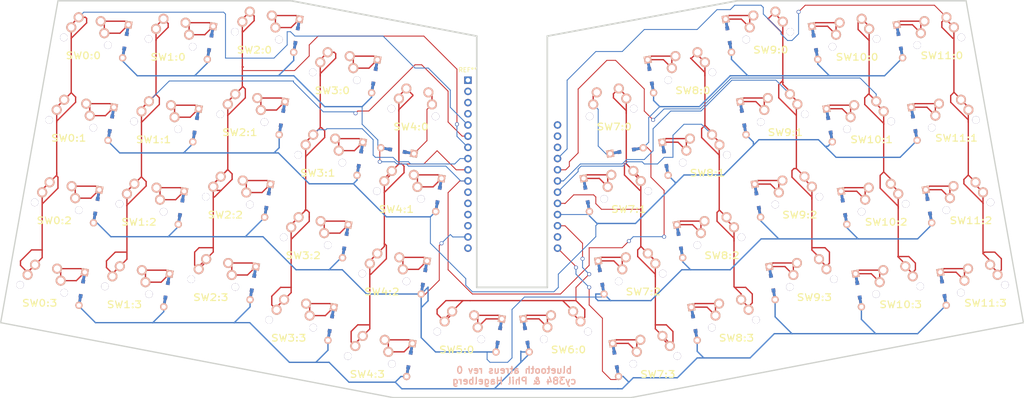
<source format=kicad_pcb>
(kicad_pcb (version 20171130) (host pcbnew 5.1.5-52549c5~84~ubuntu19.10.1)
  (title_block (date "16 oct 2014"))
  (layers (0 Front signal) (31 Back signal) (34 B.Paste user) (35 F.Paste user) (36 B.SilkS user) (37 F.SilkS user hide) (38 B.Mask user) (39 F.Mask user) (44 Edge.Cuts user))
  (net 0 "")
  (net 1 N-row-0)
  (net 2 N-row-1)
  (net 3 N-row-2)
  (net 4 N-row-3)
  (net 5 N-col-0)
  (net 6 N-col-1)
  (net 7 N-col-2)
  (net 8 N-col-3)
  (net 9 N-col-4)
  (net 10 N-col-5)
  (net 11 N-col-6)
  (net 12 N-col-7)
  (net 13 N-col-8)
  (net 14 N-col-9)
  (net 15 N-col-10)
  (net 16 N-diode-0)
  (net 17 N-diode-1)
  (net 18 N-diode-2)
  (net 19 N-diode-3)
  (net 20 N-diode-4)
  (net 21 N-diode-5)
  (net 22 N-diode-6)
  (net 23 N-diode-7)
  (net 24 N-diode-8)
  (net 25 N-diode-9)
  (net 26 N-diode-10)
  (net 27 N-diode-11)
  (net 28 N-diode-12)
  (net 29 N-diode-13)
  (net 30 N-diode-14)
  (net 31 N-diode-15)
  (net 32 N-diode-16)
  (net 33 N-diode-17)
  (net 34 N-diode-18)
  (net 35 N-diode-19)
  (net 36 N-diode-20)
  (net 37 N-diode-21)
  (net 38 N-diode-22)
  (net 39 N-diode-23)
  (net 40 N-diode-24)
  (net 41 N-diode-25)
  (net 42 N-diode-26)
  (net 43 N-diode-27)
  (net 44 N-diode-28)
  (net 45 N-diode-29)
  (net 46 N-diode-30)
  (net 47 N-diode-31)
  (net 48 N-diode-32)
  (net 49 N-diode-33)
  (net 50 N-diode-34)
  (net 51 N-diode-35)
  (net 52 N-diode-36)
  (net 53 N-diode-37)
  (net 54 N-diode-38)
  (net 55 N-diode-39)
  (net 56 N-diode-40)
  (net 57 N-diode-41)
  (module feather (layer Front) (at 124 40)
    (fp_text reference REF** (at 0 -2.33) (layer F.SilkS))
    (fp_text value feather)
    (pad 16 thru_hole oval (at 0 38.1) (size 1.7 1.7) (drill 1) (layers *.Cu *.Mask))
    (pad 15 thru_hole oval (at 0 35.56) (size 1.7 1.7) (drill 1) (layers *.Cu *.Mask) (net 3 N-row-2))
    (pad 14 thru_hole oval (at 0 33.02) (size 1.7 1.7) (drill 1) (layers *.Cu *.Mask))
    (pad 13 thru_hole oval (at 0 30.48) (size 1.7 1.7) (drill 1) (layers *.Cu *.Mask))
    (pad 12 thru_hole oval (at 0 27.94) (size 1.7 1.7) (drill 1) (layers *.Cu *.Mask))
    (pad 11 thru_hole oval (at 0 25.4) (size 1.7 1.7) (drill 1) (layers *.Cu *.Mask))
    (pad 10 thru_hole oval (at 0 22.86) (size 1.7 1.7) (drill 1) (layers *.Cu *.Mask) (net 1 N-row-0))
    (pad 9 thru_hole oval (at 0 20.32) (size 1.7 1.7) (drill 1) (layers *.Cu *.Mask) (net 9 N-col-4))
    (pad 8 thru_hole oval (at 0 17.78) (size 1.7 1.7) (drill 1) (layers *.Cu *.Mask) (net 8 N-col-3))
    (pad 7 thru_hole oval (at 0 15.24) (size 1.7 1.7) (drill 1) (layers *.Cu *.Mask) (net 7 N-col-2))
    (pad 6 thru_hole oval (at 0 12.7) (size 1.7 1.7) (drill 1) (layers *.Cu *.Mask) (net 6 N-col-1))
    (pad 5 thru_hole oval (at 0 10.16) (size 1.7 1.7) (drill 1) (layers *.Cu *.Mask) (net 5 N-col-0))
    (pad 4 thru_hole oval (at 0 7.62) (size 1.7 1.7) (drill 1) (layers *.Cu *.Mask))
    (pad 3 thru_hole oval (at 0 5.08) (size 1.7 1.7) (drill 1) (layers *.Cu *.Mask))
    (pad 2 thru_hole oval (at 0 2.54) (size 1.7 1.7) (drill 1) (layers *.Cu *.Mask))
    (pad 1 thru_hole rect (at 0 0) (size 1.7 1.7) (drill 1) (layers *.Cu *.Mask))
    (pad 7 thru_hole oval (at 20.32 15.24) (size 1.7 1.7) (drill 1) (layers *.Cu *.Mask))
    (pad 9 thru_hole oval (at 20.32 20.32) (size 1.7 1.7) (drill 1) (layers *.Cu *.Mask) (net 14 N-col-9))
    (pad 8 thru_hole oval (at 20.32 17.78) (size 1.7 1.7) (drill 1) (layers *.Cu *.Mask) (net 15 N-col-10))
    (pad 13 thru_hole oval (at 20.32 30.48) (size 1.7 1.7) (drill 1) (layers *.Cu *.Mask) (net 2 N-row-1))
    (pad 12 thru_hole oval (at 20.32 27.94) (size 1.7 1.7) (drill 1) (layers *.Cu *.Mask) (net 11 N-col-6))
    (pad 6 thru_hole oval (at 20.32 12.7) (size 1.7 1.7) (drill 1) (layers *.Cu *.Mask))
    (pad 15 thru_hole oval (at 20.32 35.56) (size 1.7 1.7) (drill 1) (layers *.Cu *.Mask))
    (pad 14 thru_hole oval (at 20.32 33.02) (size 1.7 1.7) (drill 1) (layers *.Cu *.Mask) (net 10 N-col-5))
    (pad 10 thru_hole oval (at 20.32 22.86) (size 1.7 1.7) (drill 1) (layers *.Cu *.Mask) (net 13 N-col-8))
    (pad 5 thru_hole oval (at 20.32 10.16) (size 1.7 1.7) (drill 1) (layers *.Cu *.Mask))
    (pad 16 thru_hole oval (at 20.32 38.1) (size 1.7 1.7) (drill 1) (layers *.Cu *.Mask) (net 4 N-row-3))
    (pad 11 thru_hole oval (at 20.32 25.4) (size 1.7 1.7) (drill 1) (layers *.Cu *.Mask) (net 12 N-col-7))
  )
  (module MX_FLIP (layer Front) (at 101.74866 103.463504 350)
    (fp_text reference SW4:3 (at 0 3.302) (layer F.SilkS) (effects (font (size 1.524 1.778) (thickness 0.254))))
    (fp_text value "" (at 0 0 350) (layer F.SilkS) (effects (font (size 1.27 1.27))))
    (pad 0 np_thru_hole circle (at 0 0) (size 3.9878 3.9878) (drill 3.9878) (layers *.Cu))
    (pad 0 thru_hole circle (at -5.08 0) (size 1.7018 1.7018) (drill 1.7018) (layers *.Cu))
    (pad 0 thru_hole circle (at 5.08 0) (size 1.7018 1.7018) (drill 1.7018) (layers *.Cu))
    (pad 1 thru_hole circle (at 2.54 -5.08) (size 2.286 2.286) (drill 1.4986) (layers *.Cu *.SilkS *.Mask) (net 35 N-diode-19))
    (pad 1 thru_hole circle (at 3.81 -2.54) (size 2.286 2.286) (drill 1.4986) (layers *.Cu *.SilkS *.Mask) (net 35 N-diode-19))
    (pad 2 thru_hole circle (at -2.54 -5.08) (size 2.286 2.286) (drill 1.4986) (layers *.Cu *.SilkS *.Mask) (net 9 N-col-4))
    (pad 2 thru_hole circle (at -3.81 -2.54) (size 2.286 2.286) (drill 1.4986) (layers *.Cu *.SilkS *.Mask) (net 9 N-col-4))
  )
  (module MX_FLIP (layer Front) (at 37.322162 31.177777 350)
    (fp_text reference SW0:0 (at 0 3.302) (layer F.SilkS) (effects (font (size 1.524 1.778) (thickness 0.254))))
    (fp_text value "" (at 0 0 350) (layer F.SilkS) (effects (font (size 1.27 1.27))))
    (pad 0 np_thru_hole circle (at 0 0) (size 3.9878 3.9878) (drill 3.9878) (layers *.Cu))
    (pad 0 thru_hole circle (at -5.08 0) (size 1.7018 1.7018) (drill 1.7018) (layers *.Cu))
    (pad 0 thru_hole circle (at 5.08 0) (size 1.7018 1.7018) (drill 1.7018) (layers *.Cu))
    (pad 1 thru_hole circle (at 2.54 -5.08) (size 2.286 2.286) (drill 1.4986) (layers *.Cu *.SilkS *.Mask) (net 16 N-diode-0))
    (pad 1 thru_hole circle (at 3.81 -2.54) (size 2.286 2.286) (drill 1.4986) (layers *.Cu *.SilkS *.Mask) (net 16 N-diode-0))
    (pad 2 thru_hole circle (at -2.54 -5.08) (size 2.286 2.286) (drill 1.4986) (layers *.Cu *.SilkS *.Mask) (net 5 N-col-0))
    (pad 2 thru_hole circle (at -3.81 -2.54) (size 2.286 2.286) (drill 1.4986) (layers *.Cu *.SilkS *.Mask) (net 5 N-col-0))
  )
  (module DIODE (layer Front) (at 46.322162 31.177777 80)
    (fp_text reference D2:2 hide)
    (fp_text value "" (at 0 0 80) (layer F.SilkS) (effects (font (size 1.27 1.27))))
    (fp_line (start -3.81 0) (end -1.6637 0) (layer Back) (width 0.6096))
    (fp_line (start 1.6637 0) (end 3.81 0) (layer Back) (width 0.6096))
    (fp_line (start -3.81 0) (end -1.6637 0) (layer Front) (width 0.6096))
    (fp_line (start 1.6637 0) (end 3.81 0) (layer Front) (width 0.6096))
    (pad 1 thru_hole circle (at -3.81 0 180) (size 1.651 1.651) (drill 0.9906) (layers *.Cu *.SilkS *.Mask) (net 1 N-row-0))
    (pad 2 thru_hole rect (at 3.81 0 350) (size 1.651 1.651) (drill 0.9906) (layers *.Cu *.SilkS *.Mask) (net 16 N-diode-0))
    (pad 99 smd rect (at -1.6637 0 350) (size 0.8382 0.8382) (layers Front F.Paste F.Mask))
    (pad 99 smd rect (at -1.6637 0 350) (size 0.8382 0.8382) (layers Back B.Paste B.Mask))
    (pad 99 smd rect (at 1.6637 0 350) (size 0.8382 0.8382) (layers Front F.Paste F.Mask))
    (pad 99 smd rect (at 1.6637 0 350) (size 0.8382 0.8382) (layers Back B.Paste B.Mask))
  )
  (module MX_FLIP (layer Front) (at 34.022847 49.889125 350)
    (fp_text reference SW0:1 (at 0 3.302) (layer F.SilkS) (effects (font (size 1.524 1.778) (thickness 0.254))))
    (fp_text value "" (at 0 0 350) (layer F.SilkS) (effects (font (size 1.27 1.27))))
    (pad 0 np_thru_hole circle (at 0 0) (size 3.9878 3.9878) (drill 3.9878) (layers *.Cu))
    (pad 0 thru_hole circle (at -5.08 0) (size 1.7018 1.7018) (drill 1.7018) (layers *.Cu))
    (pad 0 thru_hole circle (at 5.08 0) (size 1.7018 1.7018) (drill 1.7018) (layers *.Cu))
    (pad 1 thru_hole circle (at 2.54 -5.08) (size 2.286 2.286) (drill 1.4986) (layers *.Cu *.SilkS *.Mask) (net 17 N-diode-1))
    (pad 1 thru_hole circle (at 3.81 -2.54) (size 2.286 2.286) (drill 1.4986) (layers *.Cu *.SilkS *.Mask) (net 17 N-diode-1))
    (pad 2 thru_hole circle (at -2.54 -5.08) (size 2.286 2.286) (drill 1.4986) (layers *.Cu *.SilkS *.Mask) (net 5 N-col-0))
    (pad 2 thru_hole circle (at -3.81 -2.54) (size 2.286 2.286) (drill 1.4986) (layers *.Cu *.SilkS *.Mask) (net 5 N-col-0))
  )
  (module DIODE (layer Front) (at 43.022847 49.889125 80)
    (fp_text reference D2:2 hide)
    (fp_text value "" (at 0 0 80) (layer F.SilkS) (effects (font (size 1.27 1.27))))
    (fp_line (start -3.81 0) (end -1.6637 0) (layer Back) (width 0.6096))
    (fp_line (start 1.6637 0) (end 3.81 0) (layer Back) (width 0.6096))
    (fp_line (start -3.81 0) (end -1.6637 0) (layer Front) (width 0.6096))
    (fp_line (start 1.6637 0) (end 3.81 0) (layer Front) (width 0.6096))
    (pad 1 thru_hole circle (at -3.81 0 180) (size 1.651 1.651) (drill 0.9906) (layers *.Cu *.SilkS *.Mask) (net 2 N-row-1))
    (pad 2 thru_hole rect (at 3.81 0 350) (size 1.651 1.651) (drill 0.9906) (layers *.Cu *.SilkS *.Mask) (net 17 N-diode-1))
    (pad 99 smd rect (at -1.6637 0 350) (size 0.8382 0.8382) (layers Front F.Paste F.Mask))
    (pad 99 smd rect (at -1.6637 0 350) (size 0.8382 0.8382) (layers Back B.Paste B.Mask))
    (pad 99 smd rect (at 1.6637 0 350) (size 0.8382 0.8382) (layers Front F.Paste F.Mask))
    (pad 99 smd rect (at 1.6637 0 350) (size 0.8382 0.8382) (layers Back B.Paste B.Mask))
  )
  (module MX_FLIP (layer Front) (at 30.723531 68.600472 350)
    (fp_text reference SW0:2 (at 0 3.302) (layer F.SilkS) (effects (font (size 1.524 1.778) (thickness 0.254))))
    (fp_text value "" (at 0 0 350) (layer F.SilkS) (effects (font (size 1.27 1.27))))
    (pad 0 np_thru_hole circle (at 0 0) (size 3.9878 3.9878) (drill 3.9878) (layers *.Cu))
    (pad 0 thru_hole circle (at -5.08 0) (size 1.7018 1.7018) (drill 1.7018) (layers *.Cu))
    (pad 0 thru_hole circle (at 5.08 0) (size 1.7018 1.7018) (drill 1.7018) (layers *.Cu))
    (pad 1 thru_hole circle (at 2.54 -5.08) (size 2.286 2.286) (drill 1.4986) (layers *.Cu *.SilkS *.Mask) (net 18 N-diode-2))
    (pad 1 thru_hole circle (at 3.81 -2.54) (size 2.286 2.286) (drill 1.4986) (layers *.Cu *.SilkS *.Mask) (net 18 N-diode-2))
    (pad 2 thru_hole circle (at -2.54 -5.08) (size 2.286 2.286) (drill 1.4986) (layers *.Cu *.SilkS *.Mask) (net 5 N-col-0))
    (pad 2 thru_hole circle (at -3.81 -2.54) (size 2.286 2.286) (drill 1.4986) (layers *.Cu *.SilkS *.Mask) (net 5 N-col-0))
  )
  (module DIODE (layer Front) (at 39.723531 68.600472 80)
    (fp_text reference D2:2 hide)
    (fp_text value "" (at 0 0 80) (layer F.SilkS) (effects (font (size 1.27 1.27))))
    (fp_line (start -3.81 0) (end -1.6637 0) (layer Back) (width 0.6096))
    (fp_line (start 1.6637 0) (end 3.81 0) (layer Back) (width 0.6096))
    (fp_line (start -3.81 0) (end -1.6637 0) (layer Front) (width 0.6096))
    (fp_line (start 1.6637 0) (end 3.81 0) (layer Front) (width 0.6096))
    (pad 1 thru_hole circle (at -3.81 0 180) (size 1.651 1.651) (drill 0.9906) (layers *.Cu *.SilkS *.Mask) (net 3 N-row-2))
    (pad 2 thru_hole rect (at 3.81 0 350) (size 1.651 1.651) (drill 0.9906) (layers *.Cu *.SilkS *.Mask) (net 18 N-diode-2))
    (pad 99 smd rect (at -1.6637 0 350) (size 0.8382 0.8382) (layers Front F.Paste F.Mask))
    (pad 99 smd rect (at -1.6637 0 350) (size 0.8382 0.8382) (layers Back B.Paste B.Mask))
    (pad 99 smd rect (at 1.6637 0 350) (size 0.8382 0.8382) (layers Front F.Paste F.Mask))
    (pad 99 smd rect (at 1.6637 0 350) (size 0.8382 0.8382) (layers Back B.Paste B.Mask))
  )
  (module MX_FLIP (layer Front) (at 27.424216 87.311819 350)
    (fp_text reference SW0:3 (at 0 3.302) (layer F.SilkS) (effects (font (size 1.524 1.778) (thickness 0.254))))
    (fp_text value "" (at 0 0 350) (layer F.SilkS) (effects (font (size 1.27 1.27))))
    (pad 0 np_thru_hole circle (at 0 0) (size 3.9878 3.9878) (drill 3.9878) (layers *.Cu))
    (pad 0 thru_hole circle (at -5.08 0) (size 1.7018 1.7018) (drill 1.7018) (layers *.Cu))
    (pad 0 thru_hole circle (at 5.08 0) (size 1.7018 1.7018) (drill 1.7018) (layers *.Cu))
    (pad 1 thru_hole circle (at 2.54 -5.08) (size 2.286 2.286) (drill 1.4986) (layers *.Cu *.SilkS *.Mask) (net 19 N-diode-3))
    (pad 1 thru_hole circle (at 3.81 -2.54) (size 2.286 2.286) (drill 1.4986) (layers *.Cu *.SilkS *.Mask) (net 19 N-diode-3))
    (pad 2 thru_hole circle (at -2.54 -5.08) (size 2.286 2.286) (drill 1.4986) (layers *.Cu *.SilkS *.Mask) (net 5 N-col-0))
    (pad 2 thru_hole circle (at -3.81 -2.54) (size 2.286 2.286) (drill 1.4986) (layers *.Cu *.SilkS *.Mask) (net 5 N-col-0))
  )
  (module DIODE (layer Front) (at 36.424216 87.311819 80)
    (fp_text reference D2:2 hide)
    (fp_text value "" (at 0 0 80) (layer F.SilkS) (effects (font (size 1.27 1.27))))
    (fp_line (start -3.81 0) (end -1.6637 0) (layer Back) (width 0.6096))
    (fp_line (start 1.6637 0) (end 3.81 0) (layer Back) (width 0.6096))
    (fp_line (start -3.81 0) (end -1.6637 0) (layer Front) (width 0.6096))
    (fp_line (start 1.6637 0) (end 3.81 0) (layer Front) (width 0.6096))
    (pad 1 thru_hole circle (at -3.81 0 180) (size 1.651 1.651) (drill 0.9906) (layers *.Cu *.SilkS *.Mask) (net 4 N-row-3))
    (pad 2 thru_hole rect (at 3.81 0 350) (size 1.651 1.651) (drill 0.9906) (layers *.Cu *.SilkS *.Mask) (net 19 N-diode-3))
    (pad 99 smd rect (at -1.6637 0 350) (size 0.8382 0.8382) (layers Front F.Paste F.Mask))
    (pad 99 smd rect (at -1.6637 0 350) (size 0.8382 0.8382) (layers Back B.Paste B.Mask))
    (pad 99 smd rect (at 1.6637 0 350) (size 0.8382 0.8382) (layers Front F.Paste F.Mask))
    (pad 99 smd rect (at 1.6637 0 350) (size 0.8382 0.8382) (layers Back B.Paste B.Mask))
  )
  (module MX_FLIP (layer Front) (at 56.554454 31.52267 350)
    (fp_text reference SW1:0 (at 0 3.302) (layer F.SilkS) (effects (font (size 1.524 1.778) (thickness 0.254))))
    (fp_text value "" (at 0 0 350) (layer F.SilkS) (effects (font (size 1.27 1.27))))
    (pad 0 np_thru_hole circle (at 0 0) (size 3.9878 3.9878) (drill 3.9878) (layers *.Cu))
    (pad 0 thru_hole circle (at -5.08 0) (size 1.7018 1.7018) (drill 1.7018) (layers *.Cu))
    (pad 0 thru_hole circle (at 5.08 0) (size 1.7018 1.7018) (drill 1.7018) (layers *.Cu))
    (pad 1 thru_hole circle (at 2.54 -5.08) (size 2.286 2.286) (drill 1.4986) (layers *.Cu *.SilkS *.Mask) (net 20 N-diode-4))
    (pad 1 thru_hole circle (at 3.81 -2.54) (size 2.286 2.286) (drill 1.4986) (layers *.Cu *.SilkS *.Mask) (net 20 N-diode-4))
    (pad 2 thru_hole circle (at -2.54 -5.08) (size 2.286 2.286) (drill 1.4986) (layers *.Cu *.SilkS *.Mask) (net 6 N-col-1))
    (pad 2 thru_hole circle (at -3.81 -2.54) (size 2.286 2.286) (drill 1.4986) (layers *.Cu *.SilkS *.Mask) (net 6 N-col-1))
  )
  (module DIODE (layer Front) (at 65.554454 31.52267 80)
    (fp_text reference D2:2 hide)
    (fp_text value "" (at 0 0 80) (layer F.SilkS) (effects (font (size 1.27 1.27))))
    (fp_line (start -3.81 0) (end -1.6637 0) (layer Back) (width 0.6096))
    (fp_line (start 1.6637 0) (end 3.81 0) (layer Back) (width 0.6096))
    (fp_line (start -3.81 0) (end -1.6637 0) (layer Front) (width 0.6096))
    (fp_line (start 1.6637 0) (end 3.81 0) (layer Front) (width 0.6096))
    (pad 1 thru_hole circle (at -3.81 0 180) (size 1.651 1.651) (drill 0.9906) (layers *.Cu *.SilkS *.Mask) (net 1 N-row-0))
    (pad 2 thru_hole rect (at 3.81 0 350) (size 1.651 1.651) (drill 0.9906) (layers *.Cu *.SilkS *.Mask) (net 20 N-diode-4))
    (pad 99 smd rect (at -1.6637 0 350) (size 0.8382 0.8382) (layers Front F.Paste F.Mask))
    (pad 99 smd rect (at -1.6637 0 350) (size 0.8382 0.8382) (layers Back B.Paste B.Mask))
    (pad 99 smd rect (at 1.6637 0 350) (size 0.8382 0.8382) (layers Front F.Paste F.Mask))
    (pad 99 smd rect (at 1.6637 0 350) (size 0.8382 0.8382) (layers Back B.Paste B.Mask))
  )
  (module MX_FLIP (layer Front) (at 53.255138 50.234017 350)
    (fp_text reference SW1:1 (at 0 3.302) (layer F.SilkS) (effects (font (size 1.524 1.778) (thickness 0.254))))
    (fp_text value "" (at 0 0 350) (layer F.SilkS) (effects (font (size 1.27 1.27))))
    (pad 0 np_thru_hole circle (at 0 0) (size 3.9878 3.9878) (drill 3.9878) (layers *.Cu))
    (pad 0 thru_hole circle (at -5.08 0) (size 1.7018 1.7018) (drill 1.7018) (layers *.Cu))
    (pad 0 thru_hole circle (at 5.08 0) (size 1.7018 1.7018) (drill 1.7018) (layers *.Cu))
    (pad 1 thru_hole circle (at 2.54 -5.08) (size 2.286 2.286) (drill 1.4986) (layers *.Cu *.SilkS *.Mask) (net 21 N-diode-5))
    (pad 1 thru_hole circle (at 3.81 -2.54) (size 2.286 2.286) (drill 1.4986) (layers *.Cu *.SilkS *.Mask) (net 21 N-diode-5))
    (pad 2 thru_hole circle (at -2.54 -5.08) (size 2.286 2.286) (drill 1.4986) (layers *.Cu *.SilkS *.Mask) (net 6 N-col-1))
    (pad 2 thru_hole circle (at -3.81 -2.54) (size 2.286 2.286) (drill 1.4986) (layers *.Cu *.SilkS *.Mask) (net 6 N-col-1))
  )
  (module DIODE (layer Front) (at 62.255138 50.234017 80)
    (fp_text reference D2:2 hide)
    (fp_text value "" (at 0 0 80) (layer F.SilkS) (effects (font (size 1.27 1.27))))
    (fp_line (start -3.81 0) (end -1.6637 0) (layer Back) (width 0.6096))
    (fp_line (start 1.6637 0) (end 3.81 0) (layer Back) (width 0.6096))
    (fp_line (start -3.81 0) (end -1.6637 0) (layer Front) (width 0.6096))
    (fp_line (start 1.6637 0) (end 3.81 0) (layer Front) (width 0.6096))
    (pad 1 thru_hole circle (at -3.81 0 180) (size 1.651 1.651) (drill 0.9906) (layers *.Cu *.SilkS *.Mask) (net 2 N-row-1))
    (pad 2 thru_hole rect (at 3.81 0 350) (size 1.651 1.651) (drill 0.9906) (layers *.Cu *.SilkS *.Mask) (net 21 N-diode-5))
    (pad 99 smd rect (at -1.6637 0 350) (size 0.8382 0.8382) (layers Front F.Paste F.Mask))
    (pad 99 smd rect (at -1.6637 0 350) (size 0.8382 0.8382) (layers Back B.Paste B.Mask))
    (pad 99 smd rect (at 1.6637 0 350) (size 0.8382 0.8382) (layers Front F.Paste F.Mask))
    (pad 99 smd rect (at 1.6637 0 350) (size 0.8382 0.8382) (layers Back B.Paste B.Mask))
  )
  (module MX_FLIP (layer Front) (at 49.955823 68.945364 350)
    (fp_text reference SW1:2 (at 0 3.302) (layer F.SilkS) (effects (font (size 1.524 1.778) (thickness 0.254))))
    (fp_text value "" (at 0 0 350) (layer F.SilkS) (effects (font (size 1.27 1.27))))
    (pad 0 np_thru_hole circle (at 0 0) (size 3.9878 3.9878) (drill 3.9878) (layers *.Cu))
    (pad 0 thru_hole circle (at -5.08 0) (size 1.7018 1.7018) (drill 1.7018) (layers *.Cu))
    (pad 0 thru_hole circle (at 5.08 0) (size 1.7018 1.7018) (drill 1.7018) (layers *.Cu))
    (pad 1 thru_hole circle (at 2.54 -5.08) (size 2.286 2.286) (drill 1.4986) (layers *.Cu *.SilkS *.Mask) (net 22 N-diode-6))
    (pad 1 thru_hole circle (at 3.81 -2.54) (size 2.286 2.286) (drill 1.4986) (layers *.Cu *.SilkS *.Mask) (net 22 N-diode-6))
    (pad 2 thru_hole circle (at -2.54 -5.08) (size 2.286 2.286) (drill 1.4986) (layers *.Cu *.SilkS *.Mask) (net 6 N-col-1))
    (pad 2 thru_hole circle (at -3.81 -2.54) (size 2.286 2.286) (drill 1.4986) (layers *.Cu *.SilkS *.Mask) (net 6 N-col-1))
  )
  (module DIODE (layer Front) (at 58.955823 68.945364 80)
    (fp_text reference D2:2 hide)
    (fp_text value "" (at 0 0 80) (layer F.SilkS) (effects (font (size 1.27 1.27))))
    (fp_line (start -3.81 0) (end -1.6637 0) (layer Back) (width 0.6096))
    (fp_line (start 1.6637 0) (end 3.81 0) (layer Back) (width 0.6096))
    (fp_line (start -3.81 0) (end -1.6637 0) (layer Front) (width 0.6096))
    (fp_line (start 1.6637 0) (end 3.81 0) (layer Front) (width 0.6096))
    (pad 1 thru_hole circle (at -3.81 0 180) (size 1.651 1.651) (drill 0.9906) (layers *.Cu *.SilkS *.Mask) (net 3 N-row-2))
    (pad 2 thru_hole rect (at 3.81 0 350) (size 1.651 1.651) (drill 0.9906) (layers *.Cu *.SilkS *.Mask) (net 22 N-diode-6))
    (pad 99 smd rect (at -1.6637 0 350) (size 0.8382 0.8382) (layers Front F.Paste F.Mask))
    (pad 99 smd rect (at -1.6637 0 350) (size 0.8382 0.8382) (layers Back B.Paste B.Mask))
    (pad 99 smd rect (at 1.6637 0 350) (size 0.8382 0.8382) (layers Front F.Paste F.Mask))
    (pad 99 smd rect (at 1.6637 0 350) (size 0.8382 0.8382) (layers Back B.Paste B.Mask))
  )
  (module MX_FLIP (layer Front) (at 46.656508 87.656711 350)
    (fp_text reference SW1:3 (at 0 3.302) (layer F.SilkS) (effects (font (size 1.524 1.778) (thickness 0.254))))
    (fp_text value "" (at 0 0 350) (layer F.SilkS) (effects (font (size 1.27 1.27))))
    (pad 0 np_thru_hole circle (at 0 0) (size 3.9878 3.9878) (drill 3.9878) (layers *.Cu))
    (pad 0 thru_hole circle (at -5.08 0) (size 1.7018 1.7018) (drill 1.7018) (layers *.Cu))
    (pad 0 thru_hole circle (at 5.08 0) (size 1.7018 1.7018) (drill 1.7018) (layers *.Cu))
    (pad 1 thru_hole circle (at 2.54 -5.08) (size 2.286 2.286) (drill 1.4986) (layers *.Cu *.SilkS *.Mask) (net 23 N-diode-7))
    (pad 1 thru_hole circle (at 3.81 -2.54) (size 2.286 2.286) (drill 1.4986) (layers *.Cu *.SilkS *.Mask) (net 23 N-diode-7))
    (pad 2 thru_hole circle (at -2.54 -5.08) (size 2.286 2.286) (drill 1.4986) (layers *.Cu *.SilkS *.Mask) (net 6 N-col-1))
    (pad 2 thru_hole circle (at -3.81 -2.54) (size 2.286 2.286) (drill 1.4986) (layers *.Cu *.SilkS *.Mask) (net 6 N-col-1))
  )
  (module DIODE (layer Front) (at 55.656508 87.656711 80)
    (fp_text reference D2:2 hide)
    (fp_text value "" (at 0 0 80) (layer F.SilkS) (effects (font (size 1.27 1.27))))
    (fp_line (start -3.81 0) (end -1.6637 0) (layer Back) (width 0.6096))
    (fp_line (start 1.6637 0) (end 3.81 0) (layer Back) (width 0.6096))
    (fp_line (start -3.81 0) (end -1.6637 0) (layer Front) (width 0.6096))
    (fp_line (start 1.6637 0) (end 3.81 0) (layer Front) (width 0.6096))
    (pad 1 thru_hole circle (at -3.81 0 180) (size 1.651 1.651) (drill 0.9906) (layers *.Cu *.SilkS *.Mask) (net 4 N-row-3))
    (pad 2 thru_hole rect (at 3.81 0 350) (size 1.651 1.651) (drill 0.9906) (layers *.Cu *.SilkS *.Mask) (net 23 N-diode-7))
    (pad 99 smd rect (at -1.6637 0 350) (size 0.8382 0.8382) (layers Front F.Paste F.Mask))
    (pad 99 smd rect (at -1.6637 0 350) (size 0.8382 0.8382) (layers Back B.Paste B.Mask))
    (pad 99 smd rect (at 1.6637 0 350) (size 0.8382 0.8382) (layers Front F.Paste F.Mask))
    (pad 99 smd rect (at 1.6637 0 350) (size 0.8382 0.8382) (layers Back B.Paste B.Mask))
  )
  (module MX_FLIP (layer Front) (at 76.134042 29.897946 350)
    (fp_text reference SW2:0 (at 0 3.302) (layer F.SilkS) (effects (font (size 1.524 1.778) (thickness 0.254))))
    (fp_text value "" (at 0 0 350) (layer F.SilkS) (effects (font (size 1.27 1.27))))
    (pad 0 np_thru_hole circle (at 0 0) (size 3.9878 3.9878) (drill 3.9878) (layers *.Cu))
    (pad 0 thru_hole circle (at -5.08 0) (size 1.7018 1.7018) (drill 1.7018) (layers *.Cu))
    (pad 0 thru_hole circle (at 5.08 0) (size 1.7018 1.7018) (drill 1.7018) (layers *.Cu))
    (pad 1 thru_hole circle (at 2.54 -5.08) (size 2.286 2.286) (drill 1.4986) (layers *.Cu *.SilkS *.Mask) (net 24 N-diode-8))
    (pad 1 thru_hole circle (at 3.81 -2.54) (size 2.286 2.286) (drill 1.4986) (layers *.Cu *.SilkS *.Mask) (net 24 N-diode-8))
    (pad 2 thru_hole circle (at -2.54 -5.08) (size 2.286 2.286) (drill 1.4986) (layers *.Cu *.SilkS *.Mask) (net 7 N-col-2))
    (pad 2 thru_hole circle (at -3.81 -2.54) (size 2.286 2.286) (drill 1.4986) (layers *.Cu *.SilkS *.Mask) (net 7 N-col-2))
  )
  (module DIODE (layer Front) (at 85.134042 29.897946 80)
    (fp_text reference D2:2 hide)
    (fp_text value "" (at 0 0 80) (layer F.SilkS) (effects (font (size 1.27 1.27))))
    (fp_line (start -3.81 0) (end -1.6637 0) (layer Back) (width 0.6096))
    (fp_line (start 1.6637 0) (end 3.81 0) (layer Back) (width 0.6096))
    (fp_line (start -3.81 0) (end -1.6637 0) (layer Front) (width 0.6096))
    (fp_line (start 1.6637 0) (end 3.81 0) (layer Front) (width 0.6096))
    (pad 1 thru_hole circle (at -3.81 0 180) (size 1.651 1.651) (drill 0.9906) (layers *.Cu *.SilkS *.Mask) (net 1 N-row-0))
    (pad 2 thru_hole rect (at 3.81 0 350) (size 1.651 1.651) (drill 0.9906) (layers *.Cu *.SilkS *.Mask) (net 24 N-diode-8))
    (pad 99 smd rect (at -1.6637 0 350) (size 0.8382 0.8382) (layers Front F.Paste F.Mask))
    (pad 99 smd rect (at -1.6637 0 350) (size 0.8382 0.8382) (layers Back B.Paste B.Mask))
    (pad 99 smd rect (at 1.6637 0 350) (size 0.8382 0.8382) (layers Front F.Paste F.Mask))
    (pad 99 smd rect (at 1.6637 0 350) (size 0.8382 0.8382) (layers Back B.Paste B.Mask))
  )
  (module MX_FLIP (layer Front) (at 72.834727 48.609293 350)
    (fp_text reference SW2:1 (at 0 3.302) (layer F.SilkS) (effects (font (size 1.524 1.778) (thickness 0.254))))
    (fp_text value "" (at 0 0 350) (layer F.SilkS) (effects (font (size 1.27 1.27))))
    (pad 0 np_thru_hole circle (at 0 0) (size 3.9878 3.9878) (drill 3.9878) (layers *.Cu))
    (pad 0 thru_hole circle (at -5.08 0) (size 1.7018 1.7018) (drill 1.7018) (layers *.Cu))
    (pad 0 thru_hole circle (at 5.08 0) (size 1.7018 1.7018) (drill 1.7018) (layers *.Cu))
    (pad 1 thru_hole circle (at 2.54 -5.08) (size 2.286 2.286) (drill 1.4986) (layers *.Cu *.SilkS *.Mask) (net 25 N-diode-9))
    (pad 1 thru_hole circle (at 3.81 -2.54) (size 2.286 2.286) (drill 1.4986) (layers *.Cu *.SilkS *.Mask) (net 25 N-diode-9))
    (pad 2 thru_hole circle (at -2.54 -5.08) (size 2.286 2.286) (drill 1.4986) (layers *.Cu *.SilkS *.Mask) (net 7 N-col-2))
    (pad 2 thru_hole circle (at -3.81 -2.54) (size 2.286 2.286) (drill 1.4986) (layers *.Cu *.SilkS *.Mask) (net 7 N-col-2))
  )
  (module DIODE (layer Front) (at 81.834727 48.609293 80)
    (fp_text reference D2:2 hide)
    (fp_text value "" (at 0 0 80) (layer F.SilkS) (effects (font (size 1.27 1.27))))
    (fp_line (start -3.81 0) (end -1.6637 0) (layer Back) (width 0.6096))
    (fp_line (start 1.6637 0) (end 3.81 0) (layer Back) (width 0.6096))
    (fp_line (start -3.81 0) (end -1.6637 0) (layer Front) (width 0.6096))
    (fp_line (start 1.6637 0) (end 3.81 0) (layer Front) (width 0.6096))
    (pad 1 thru_hole circle (at -3.81 0 180) (size 1.651 1.651) (drill 0.9906) (layers *.Cu *.SilkS *.Mask) (net 2 N-row-1))
    (pad 2 thru_hole rect (at 3.81 0 350) (size 1.651 1.651) (drill 0.9906) (layers *.Cu *.SilkS *.Mask) (net 25 N-diode-9))
    (pad 99 smd rect (at -1.6637 0 350) (size 0.8382 0.8382) (layers Front F.Paste F.Mask))
    (pad 99 smd rect (at -1.6637 0 350) (size 0.8382 0.8382) (layers Back B.Paste B.Mask))
    (pad 99 smd rect (at 1.6637 0 350) (size 0.8382 0.8382) (layers Front F.Paste F.Mask))
    (pad 99 smd rect (at 1.6637 0 350) (size 0.8382 0.8382) (layers Back B.Paste B.Mask))
  )
  (module MX_FLIP (layer Front) (at 69.535411 67.320641 350)
    (fp_text reference SW2:2 (at 0 3.302) (layer F.SilkS) (effects (font (size 1.524 1.778) (thickness 0.254))))
    (fp_text value "" (at 0 0 350) (layer F.SilkS) (effects (font (size 1.27 1.27))))
    (pad 0 np_thru_hole circle (at 0 0) (size 3.9878 3.9878) (drill 3.9878) (layers *.Cu))
    (pad 0 thru_hole circle (at -5.08 0) (size 1.7018 1.7018) (drill 1.7018) (layers *.Cu))
    (pad 0 thru_hole circle (at 5.08 0) (size 1.7018 1.7018) (drill 1.7018) (layers *.Cu))
    (pad 1 thru_hole circle (at 2.54 -5.08) (size 2.286 2.286) (drill 1.4986) (layers *.Cu *.SilkS *.Mask) (net 26 N-diode-10))
    (pad 1 thru_hole circle (at 3.81 -2.54) (size 2.286 2.286) (drill 1.4986) (layers *.Cu *.SilkS *.Mask) (net 26 N-diode-10))
    (pad 2 thru_hole circle (at -2.54 -5.08) (size 2.286 2.286) (drill 1.4986) (layers *.Cu *.SilkS *.Mask) (net 7 N-col-2))
    (pad 2 thru_hole circle (at -3.81 -2.54) (size 2.286 2.286) (drill 1.4986) (layers *.Cu *.SilkS *.Mask) (net 7 N-col-2))
  )
  (module DIODE (layer Front) (at 78.535411 67.320641 80)
    (fp_text reference D2:2 hide)
    (fp_text value "" (at 0 0 80) (layer F.SilkS) (effects (font (size 1.27 1.27))))
    (fp_line (start -3.81 0) (end -1.6637 0) (layer Back) (width 0.6096))
    (fp_line (start 1.6637 0) (end 3.81 0) (layer Back) (width 0.6096))
    (fp_line (start -3.81 0) (end -1.6637 0) (layer Front) (width 0.6096))
    (fp_line (start 1.6637 0) (end 3.81 0) (layer Front) (width 0.6096))
    (pad 1 thru_hole circle (at -3.81 0 180) (size 1.651 1.651) (drill 0.9906) (layers *.Cu *.SilkS *.Mask) (net 3 N-row-2))
    (pad 2 thru_hole rect (at 3.81 0 350) (size 1.651 1.651) (drill 0.9906) (layers *.Cu *.SilkS *.Mask) (net 26 N-diode-10))
    (pad 99 smd rect (at -1.6637 0 350) (size 0.8382 0.8382) (layers Front F.Paste F.Mask))
    (pad 99 smd rect (at -1.6637 0 350) (size 0.8382 0.8382) (layers Back B.Paste B.Mask))
    (pad 99 smd rect (at 1.6637 0 350) (size 0.8382 0.8382) (layers Front F.Paste F.Mask))
    (pad 99 smd rect (at 1.6637 0 350) (size 0.8382 0.8382) (layers Back B.Paste B.Mask))
  )
  (module MX_FLIP (layer Front) (at 66.236096 86.031988 350)
    (fp_text reference SW2:3 (at 0 3.302) (layer F.SilkS) (effects (font (size 1.524 1.778) (thickness 0.254))))
    (fp_text value "" (at 0 0 350) (layer F.SilkS) (effects (font (size 1.27 1.27))))
    (pad 0 np_thru_hole circle (at 0 0) (size 3.9878 3.9878) (drill 3.9878) (layers *.Cu))
    (pad 0 thru_hole circle (at -5.08 0) (size 1.7018 1.7018) (drill 1.7018) (layers *.Cu))
    (pad 0 thru_hole circle (at 5.08 0) (size 1.7018 1.7018) (drill 1.7018) (layers *.Cu))
    (pad 1 thru_hole circle (at 2.54 -5.08) (size 2.286 2.286) (drill 1.4986) (layers *.Cu *.SilkS *.Mask) (net 27 N-diode-11))
    (pad 1 thru_hole circle (at 3.81 -2.54) (size 2.286 2.286) (drill 1.4986) (layers *.Cu *.SilkS *.Mask) (net 27 N-diode-11))
    (pad 2 thru_hole circle (at -2.54 -5.08) (size 2.286 2.286) (drill 1.4986) (layers *.Cu *.SilkS *.Mask) (net 7 N-col-2))
    (pad 2 thru_hole circle (at -3.81 -2.54) (size 2.286 2.286) (drill 1.4986) (layers *.Cu *.SilkS *.Mask) (net 7 N-col-2))
  )
  (module DIODE (layer Front) (at 75.236096 86.031988 80)
    (fp_text reference D2:2 hide)
    (fp_text value "" (at 0 0 80) (layer F.SilkS) (effects (font (size 1.27 1.27))))
    (fp_line (start -3.81 0) (end -1.6637 0) (layer Back) (width 0.6096))
    (fp_line (start 1.6637 0) (end 3.81 0) (layer Back) (width 0.6096))
    (fp_line (start -3.81 0) (end -1.6637 0) (layer Front) (width 0.6096))
    (fp_line (start 1.6637 0) (end 3.81 0) (layer Front) (width 0.6096))
    (pad 1 thru_hole circle (at -3.81 0 180) (size 1.651 1.651) (drill 0.9906) (layers *.Cu *.SilkS *.Mask) (net 4 N-row-3))
    (pad 2 thru_hole rect (at 3.81 0 350) (size 1.651 1.651) (drill 0.9906) (layers *.Cu *.SilkS *.Mask) (net 27 N-diode-11))
    (pad 99 smd rect (at -1.6637 0 350) (size 0.8382 0.8382) (layers Front F.Paste F.Mask))
    (pad 99 smd rect (at -1.6637 0 350) (size 0.8382 0.8382) (layers Back B.Paste B.Mask))
    (pad 99 smd rect (at 1.6637 0 350) (size 0.8382 0.8382) (layers Front F.Paste F.Mask))
    (pad 99 smd rect (at 1.6637 0 350) (size 0.8382 0.8382) (layers Back B.Paste B.Mask))
  )
  (module MX_FLIP (layer Front) (at 93.8035 39.106108 350)
    (fp_text reference SW3:0 (at 0 3.302) (layer F.SilkS) (effects (font (size 1.524 1.778) (thickness 0.254))))
    (fp_text value "" (at 0 0 350) (layer F.SilkS) (effects (font (size 1.27 1.27))))
    (pad 0 np_thru_hole circle (at 0 0) (size 3.9878 3.9878) (drill 3.9878) (layers *.Cu))
    (pad 0 thru_hole circle (at -5.08 0) (size 1.7018 1.7018) (drill 1.7018) (layers *.Cu))
    (pad 0 thru_hole circle (at 5.08 0) (size 1.7018 1.7018) (drill 1.7018) (layers *.Cu))
    (pad 1 thru_hole circle (at 2.54 -5.08) (size 2.286 2.286) (drill 1.4986) (layers *.Cu *.SilkS *.Mask) (net 28 N-diode-12))
    (pad 1 thru_hole circle (at 3.81 -2.54) (size 2.286 2.286) (drill 1.4986) (layers *.Cu *.SilkS *.Mask) (net 28 N-diode-12))
    (pad 2 thru_hole circle (at -2.54 -5.08) (size 2.286 2.286) (drill 1.4986) (layers *.Cu *.SilkS *.Mask) (net 8 N-col-3))
    (pad 2 thru_hole circle (at -3.81 -2.54) (size 2.286 2.286) (drill 1.4986) (layers *.Cu *.SilkS *.Mask) (net 8 N-col-3))
  )
  (module DIODE (layer Front) (at 102.8035 39.106108 80)
    (fp_text reference D2:2 hide)
    (fp_text value "" (at 0 0 80) (layer F.SilkS) (effects (font (size 1.27 1.27))))
    (fp_line (start -3.81 0) (end -1.6637 0) (layer Back) (width 0.6096))
    (fp_line (start 1.6637 0) (end 3.81 0) (layer Back) (width 0.6096))
    (fp_line (start -3.81 0) (end -1.6637 0) (layer Front) (width 0.6096))
    (fp_line (start 1.6637 0) (end 3.81 0) (layer Front) (width 0.6096))
    (pad 1 thru_hole circle (at -3.81 0 180) (size 1.651 1.651) (drill 0.9906) (layers *.Cu *.SilkS *.Mask) (net 1 N-row-0))
    (pad 2 thru_hole rect (at 3.81 0 350) (size 1.651 1.651) (drill 0.9906) (layers *.Cu *.SilkS *.Mask) (net 28 N-diode-12))
    (pad 99 smd rect (at -1.6637 0 350) (size 0.8382 0.8382) (layers Front F.Paste F.Mask))
    (pad 99 smd rect (at -1.6637 0 350) (size 0.8382 0.8382) (layers Back B.Paste B.Mask))
    (pad 99 smd rect (at 1.6637 0 350) (size 0.8382 0.8382) (layers Front F.Paste F.Mask))
    (pad 99 smd rect (at 1.6637 0 350) (size 0.8382 0.8382) (layers Back B.Paste B.Mask))
  )
  (module MX_FLIP (layer Front) (at 90.504185 57.817455 350)
    (fp_text reference SW3:1 (at 0 3.302) (layer F.SilkS) (effects (font (size 1.524 1.778) (thickness 0.254))))
    (fp_text value "" (at 0 0 350) (layer F.SilkS) (effects (font (size 1.27 1.27))))
    (pad 0 np_thru_hole circle (at 0 0) (size 3.9878 3.9878) (drill 3.9878) (layers *.Cu))
    (pad 0 thru_hole circle (at -5.08 0) (size 1.7018 1.7018) (drill 1.7018) (layers *.Cu))
    (pad 0 thru_hole circle (at 5.08 0) (size 1.7018 1.7018) (drill 1.7018) (layers *.Cu))
    (pad 1 thru_hole circle (at 2.54 -5.08) (size 2.286 2.286) (drill 1.4986) (layers *.Cu *.SilkS *.Mask) (net 29 N-diode-13))
    (pad 1 thru_hole circle (at 3.81 -2.54) (size 2.286 2.286) (drill 1.4986) (layers *.Cu *.SilkS *.Mask) (net 29 N-diode-13))
    (pad 2 thru_hole circle (at -2.54 -5.08) (size 2.286 2.286) (drill 1.4986) (layers *.Cu *.SilkS *.Mask) (net 8 N-col-3))
    (pad 2 thru_hole circle (at -3.81 -2.54) (size 2.286 2.286) (drill 1.4986) (layers *.Cu *.SilkS *.Mask) (net 8 N-col-3))
  )
  (module DIODE (layer Front) (at 99.504185 57.817455 80)
    (fp_text reference D2:2 hide)
    (fp_text value "" (at 0 0 80) (layer F.SilkS) (effects (font (size 1.27 1.27))))
    (fp_line (start -3.81 0) (end -1.6637 0) (layer Back) (width 0.6096))
    (fp_line (start 1.6637 0) (end 3.81 0) (layer Back) (width 0.6096))
    (fp_line (start -3.81 0) (end -1.6637 0) (layer Front) (width 0.6096))
    (fp_line (start 1.6637 0) (end 3.81 0) (layer Front) (width 0.6096))
    (pad 1 thru_hole circle (at -3.81 0 180) (size 1.651 1.651) (drill 0.9906) (layers *.Cu *.SilkS *.Mask) (net 2 N-row-1))
    (pad 2 thru_hole rect (at 3.81 0 350) (size 1.651 1.651) (drill 0.9906) (layers *.Cu *.SilkS *.Mask) (net 29 N-diode-13))
    (pad 99 smd rect (at -1.6637 0 350) (size 0.8382 0.8382) (layers Front F.Paste F.Mask))
    (pad 99 smd rect (at -1.6637 0 350) (size 0.8382 0.8382) (layers Back B.Paste B.Mask))
    (pad 99 smd rect (at 1.6637 0 350) (size 0.8382 0.8382) (layers Front F.Paste F.Mask))
    (pad 99 smd rect (at 1.6637 0 350) (size 0.8382 0.8382) (layers Back B.Paste B.Mask))
  )
  (module MX_FLIP (layer Front) (at 87.204869 76.528803 350)
    (fp_text reference SW3:2 (at 0 3.302) (layer F.SilkS) (effects (font (size 1.524 1.778) (thickness 0.254))))
    (fp_text value "" (at 0 0 350) (layer F.SilkS) (effects (font (size 1.27 1.27))))
    (pad 0 np_thru_hole circle (at 0 0) (size 3.9878 3.9878) (drill 3.9878) (layers *.Cu))
    (pad 0 thru_hole circle (at -5.08 0) (size 1.7018 1.7018) (drill 1.7018) (layers *.Cu))
    (pad 0 thru_hole circle (at 5.08 0) (size 1.7018 1.7018) (drill 1.7018) (layers *.Cu))
    (pad 1 thru_hole circle (at 2.54 -5.08) (size 2.286 2.286) (drill 1.4986) (layers *.Cu *.SilkS *.Mask) (net 30 N-diode-14))
    (pad 1 thru_hole circle (at 3.81 -2.54) (size 2.286 2.286) (drill 1.4986) (layers *.Cu *.SilkS *.Mask) (net 30 N-diode-14))
    (pad 2 thru_hole circle (at -2.54 -5.08) (size 2.286 2.286) (drill 1.4986) (layers *.Cu *.SilkS *.Mask) (net 8 N-col-3))
    (pad 2 thru_hole circle (at -3.81 -2.54) (size 2.286 2.286) (drill 1.4986) (layers *.Cu *.SilkS *.Mask) (net 8 N-col-3))
  )
  (module DIODE (layer Front) (at 96.204869 76.528803 80)
    (fp_text reference D2:2 hide)
    (fp_text value "" (at 0 0 80) (layer F.SilkS) (effects (font (size 1.27 1.27))))
    (fp_line (start -3.81 0) (end -1.6637 0) (layer Back) (width 0.6096))
    (fp_line (start 1.6637 0) (end 3.81 0) (layer Back) (width 0.6096))
    (fp_line (start -3.81 0) (end -1.6637 0) (layer Front) (width 0.6096))
    (fp_line (start 1.6637 0) (end 3.81 0) (layer Front) (width 0.6096))
    (pad 1 thru_hole circle (at -3.81 0 180) (size 1.651 1.651) (drill 0.9906) (layers *.Cu *.SilkS *.Mask) (net 3 N-row-2))
    (pad 2 thru_hole rect (at 3.81 0 350) (size 1.651 1.651) (drill 0.9906) (layers *.Cu *.SilkS *.Mask) (net 30 N-diode-14))
    (pad 99 smd rect (at -1.6637 0 350) (size 0.8382 0.8382) (layers Front F.Paste F.Mask))
    (pad 99 smd rect (at -1.6637 0 350) (size 0.8382 0.8382) (layers Back B.Paste B.Mask))
    (pad 99 smd rect (at 1.6637 0 350) (size 0.8382 0.8382) (layers Front F.Paste F.Mask))
    (pad 99 smd rect (at 1.6637 0 350) (size 0.8382 0.8382) (layers Back B.Paste B.Mask))
  )
  (module MX_FLIP (layer Front) (at 83.905554 95.24015 350)
    (fp_text reference SW3:3 (at 0 3.302) (layer F.SilkS) (effects (font (size 1.524 1.778) (thickness 0.254))))
    (fp_text value "" (at 0 0 350) (layer F.SilkS) (effects (font (size 1.27 1.27))))
    (pad 0 np_thru_hole circle (at 0 0) (size 3.9878 3.9878) (drill 3.9878) (layers *.Cu))
    (pad 0 thru_hole circle (at -5.08 0) (size 1.7018 1.7018) (drill 1.7018) (layers *.Cu))
    (pad 0 thru_hole circle (at 5.08 0) (size 1.7018 1.7018) (drill 1.7018) (layers *.Cu))
    (pad 1 thru_hole circle (at 2.54 -5.08) (size 2.286 2.286) (drill 1.4986) (layers *.Cu *.SilkS *.Mask) (net 31 N-diode-15))
    (pad 1 thru_hole circle (at 3.81 -2.54) (size 2.286 2.286) (drill 1.4986) (layers *.Cu *.SilkS *.Mask) (net 31 N-diode-15))
    (pad 2 thru_hole circle (at -2.54 -5.08) (size 2.286 2.286) (drill 1.4986) (layers *.Cu *.SilkS *.Mask) (net 8 N-col-3))
    (pad 2 thru_hole circle (at -3.81 -2.54) (size 2.286 2.286) (drill 1.4986) (layers *.Cu *.SilkS *.Mask) (net 8 N-col-3))
  )
  (module DIODE (layer Front) (at 92.905554 95.24015 80)
    (fp_text reference D2:2 hide)
    (fp_text value "" (at 0 0 80) (layer F.SilkS) (effects (font (size 1.27 1.27))))
    (fp_line (start -3.81 0) (end -1.6637 0) (layer Back) (width 0.6096))
    (fp_line (start 1.6637 0) (end 3.81 0) (layer Back) (width 0.6096))
    (fp_line (start -3.81 0) (end -1.6637 0) (layer Front) (width 0.6096))
    (fp_line (start 1.6637 0) (end 3.81 0) (layer Front) (width 0.6096))
    (pad 1 thru_hole circle (at -3.81 0 180) (size 1.651 1.651) (drill 0.9906) (layers *.Cu *.SilkS *.Mask) (net 4 N-row-3))
    (pad 2 thru_hole rect (at 3.81 0 350) (size 1.651 1.651) (drill 0.9906) (layers *.Cu *.SilkS *.Mask) (net 31 N-diode-15))
    (pad 99 smd rect (at -1.6637 0 350) (size 0.8382 0.8382) (layers Front F.Paste F.Mask))
    (pad 99 smd rect (at -1.6637 0 350) (size 0.8382 0.8382) (layers Back B.Paste B.Mask))
    (pad 99 smd rect (at 1.6637 0 350) (size 0.8382 0.8382) (layers Front F.Paste F.Mask))
    (pad 99 smd rect (at 1.6637 0 350) (size 0.8382 0.8382) (layers Back B.Paste B.Mask))
  )
  (module MX_FLIP (layer Front) (at 111.646607 47.329462 350)
    (fp_text reference SW4:0 (at 0 3.302) (layer F.SilkS) (effects (font (size 1.524 1.778) (thickness 0.254))))
    (fp_text value "" (at 0 0 350) (layer F.SilkS) (effects (font (size 1.27 1.27))))
    (pad 0 np_thru_hole circle (at 0 0) (size 3.9878 3.9878) (drill 3.9878) (layers *.Cu))
    (pad 0 thru_hole circle (at -5.08 0) (size 1.7018 1.7018) (drill 1.7018) (layers *.Cu))
    (pad 0 thru_hole circle (at 5.08 0) (size 1.7018 1.7018) (drill 1.7018) (layers *.Cu))
    (pad 1 thru_hole circle (at 2.54 -5.08) (size 2.286 2.286) (drill 1.4986) (layers *.Cu *.SilkS *.Mask) (net 32 N-diode-16))
    (pad 1 thru_hole circle (at 3.81 -2.54) (size 2.286 2.286) (drill 1.4986) (layers *.Cu *.SilkS *.Mask) (net 32 N-diode-16))
    (pad 2 thru_hole circle (at -2.54 -5.08) (size 2.286 2.286) (drill 1.4986) (layers *.Cu *.SilkS *.Mask) (net 9 N-col-4))
    (pad 2 thru_hole circle (at -3.81 -2.54) (size 2.286 2.286) (drill 1.4986) (layers *.Cu *.SilkS *.Mask) (net 9 N-col-4))
  )
  (module DIODE (layer Front) (at 108 56 350)
    (fp_text reference D2:2 hide)
    (fp_text value "" (at 0 0 80) (layer F.SilkS) (effects (font (size 1.27 1.27))))
    (fp_line (start -3.81 0) (end -1.6637 0) (layer Back) (width 0.6096))
    (fp_line (start 1.6637 0) (end 3.81 0) (layer Back) (width 0.6096))
    (fp_line (start -3.81 0) (end -1.6637 0) (layer Front) (width 0.6096))
    (fp_line (start 1.6637 0) (end 3.81 0) (layer Front) (width 0.6096))
    (pad 1 thru_hole circle (at -3.81 0 90) (size 1.651 1.651) (drill 0.9906) (layers *.Cu *.SilkS *.Mask) (net 1 N-row-0))
    (pad 2 thru_hole rect (at 3.81 0 260) (size 1.651 1.651) (drill 0.9906) (layers *.Cu *.SilkS *.Mask) (net 32 N-diode-16))
    (pad 99 smd rect (at -1.6637 0 260) (size 0.8382 0.8382) (layers Front F.Paste F.Mask))
    (pad 99 smd rect (at -1.6637 0 260) (size 0.8382 0.8382) (layers Back B.Paste B.Mask))
    (pad 99 smd rect (at 1.6637 0 260) (size 0.8382 0.8382) (layers Front F.Paste F.Mask))
    (pad 99 smd rect (at 1.6637 0 260) (size 0.8382 0.8382) (layers Back B.Paste B.Mask))
  )
  (module MX_FLIP (layer Front) (at 108.347291 66.040809 350)
    (fp_text reference SW4:1 (at 0 3.302) (layer F.SilkS) (effects (font (size 1.524 1.778) (thickness 0.254))))
    (fp_text value "" (at 0 0 350) (layer F.SilkS) (effects (font (size 1.27 1.27))))
    (pad 0 np_thru_hole circle (at 0 0) (size 3.9878 3.9878) (drill 3.9878) (layers *.Cu))
    (pad 0 thru_hole circle (at -5.08 0) (size 1.7018 1.7018) (drill 1.7018) (layers *.Cu))
    (pad 0 thru_hole circle (at 5.08 0) (size 1.7018 1.7018) (drill 1.7018) (layers *.Cu))
    (pad 1 thru_hole circle (at 2.54 -5.08) (size 2.286 2.286) (drill 1.4986) (layers *.Cu *.SilkS *.Mask) (net 33 N-diode-17))
    (pad 1 thru_hole circle (at 3.81 -2.54) (size 2.286 2.286) (drill 1.4986) (layers *.Cu *.SilkS *.Mask) (net 33 N-diode-17))
    (pad 2 thru_hole circle (at -2.54 -5.08) (size 2.286 2.286) (drill 1.4986) (layers *.Cu *.SilkS *.Mask) (net 9 N-col-4))
    (pad 2 thru_hole circle (at -3.81 -2.54) (size 2.286 2.286) (drill 1.4986) (layers *.Cu *.SilkS *.Mask) (net 9 N-col-4))
  )
  (module DIODE (layer Front) (at 117.347291 66.040809 80)
    (fp_text reference D2:2 hide)
    (fp_text value "" (at 0 0 80) (layer F.SilkS) (effects (font (size 1.27 1.27))))
    (fp_line (start -3.81 0) (end -1.6637 0) (layer Back) (width 0.6096))
    (fp_line (start 1.6637 0) (end 3.81 0) (layer Back) (width 0.6096))
    (fp_line (start -3.81 0) (end -1.6637 0) (layer Front) (width 0.6096))
    (fp_line (start 1.6637 0) (end 3.81 0) (layer Front) (width 0.6096))
    (pad 1 thru_hole circle (at -3.81 0 180) (size 1.651 1.651) (drill 0.9906) (layers *.Cu *.SilkS *.Mask) (net 2 N-row-1))
    (pad 2 thru_hole rect (at 3.81 0 350) (size 1.651 1.651) (drill 0.9906) (layers *.Cu *.SilkS *.Mask) (net 33 N-diode-17))
    (pad 99 smd rect (at -1.6637 0 350) (size 0.8382 0.8382) (layers Front F.Paste F.Mask))
    (pad 99 smd rect (at -1.6637 0 350) (size 0.8382 0.8382) (layers Back B.Paste B.Mask))
    (pad 99 smd rect (at 1.6637 0 350) (size 0.8382 0.8382) (layers Front F.Paste F.Mask))
    (pad 99 smd rect (at 1.6637 0 350) (size 0.8382 0.8382) (layers Back B.Paste B.Mask))
  )
  (module MX_FLIP (layer Front) (at 105.047976 84.752157 350)
    (fp_text reference SW4:2 (at 0 3.302) (layer F.SilkS) (effects (font (size 1.524 1.778) (thickness 0.254))))
    (fp_text value "" (at 0 0 350) (layer F.SilkS) (effects (font (size 1.27 1.27))))
    (pad 0 np_thru_hole circle (at 0 0) (size 3.9878 3.9878) (drill 3.9878) (layers *.Cu))
    (pad 0 thru_hole circle (at -5.08 0) (size 1.7018 1.7018) (drill 1.7018) (layers *.Cu))
    (pad 0 thru_hole circle (at 5.08 0) (size 1.7018 1.7018) (drill 1.7018) (layers *.Cu))
    (pad 1 thru_hole circle (at 2.54 -5.08) (size 2.286 2.286) (drill 1.4986) (layers *.Cu *.SilkS *.Mask) (net 34 N-diode-18))
    (pad 1 thru_hole circle (at 3.81 -2.54) (size 2.286 2.286) (drill 1.4986) (layers *.Cu *.SilkS *.Mask) (net 34 N-diode-18))
    (pad 2 thru_hole circle (at -2.54 -5.08) (size 2.286 2.286) (drill 1.4986) (layers *.Cu *.SilkS *.Mask) (net 9 N-col-4))
    (pad 2 thru_hole circle (at -3.81 -2.54) (size 2.286 2.286) (drill 1.4986) (layers *.Cu *.SilkS *.Mask) (net 9 N-col-4))
  )
  (module DIODE (layer Front) (at 114.047976 84.752157 80)
    (fp_text reference D2:2 hide)
    (fp_text value "" (at 0 0 80) (layer F.SilkS) (effects (font (size 1.27 1.27))))
    (fp_line (start -3.81 0) (end -1.6637 0) (layer Back) (width 0.6096))
    (fp_line (start 1.6637 0) (end 3.81 0) (layer Back) (width 0.6096))
    (fp_line (start -3.81 0) (end -1.6637 0) (layer Front) (width 0.6096))
    (fp_line (start 1.6637 0) (end 3.81 0) (layer Front) (width 0.6096))
    (pad 1 thru_hole circle (at -3.81 0 180) (size 1.651 1.651) (drill 0.9906) (layers *.Cu *.SilkS *.Mask) (net 3 N-row-2))
    (pad 2 thru_hole rect (at 3.81 0 350) (size 1.651 1.651) (drill 0.9906) (layers *.Cu *.SilkS *.Mask) (net 34 N-diode-18))
    (pad 99 smd rect (at -1.6637 0 350) (size 0.8382 0.8382) (layers Front F.Paste F.Mask))
    (pad 99 smd rect (at -1.6637 0 350) (size 0.8382 0.8382) (layers Back B.Paste B.Mask))
    (pad 99 smd rect (at 1.6637 0 350) (size 0.8382 0.8382) (layers Front F.Paste F.Mask))
    (pad 99 smd rect (at 1.6637 0 350) (size 0.8382 0.8382) (layers Back B.Paste B.Mask))
  )
  (module DIODE (layer Front) (at 110.74866 103.463504 80)
    (fp_text reference D2:2 hide)
    (fp_text value "" (at 0 0 80) (layer F.SilkS) (effects (font (size 1.27 1.27))))
    (fp_line (start -3.81 0) (end -1.6637 0) (layer Back) (width 0.6096))
    (fp_line (start 1.6637 0) (end 3.81 0) (layer Back) (width 0.6096))
    (fp_line (start -3.81 0) (end -1.6637 0) (layer Front) (width 0.6096))
    (fp_line (start 1.6637 0) (end 3.81 0) (layer Front) (width 0.6096))
    (pad 1 thru_hole circle (at -3.81 0 180) (size 1.651 1.651) (drill 0.9906) (layers *.Cu *.SilkS *.Mask) (net 4 N-row-3))
    (pad 2 thru_hole rect (at 3.81 0 350) (size 1.651 1.651) (drill 0.9906) (layers *.Cu *.SilkS *.Mask) (net 35 N-diode-19))
    (pad 99 smd rect (at -1.6637 0 350) (size 0.8382 0.8382) (layers Front F.Paste F.Mask))
    (pad 99 smd rect (at -1.6637 0 350) (size 0.8382 0.8382) (layers Back B.Paste B.Mask))
    (pad 99 smd rect (at 1.6637 0 350) (size 0.8382 0.8382) (layers Front F.Paste F.Mask))
    (pad 99 smd rect (at 1.6637 0 350) (size 0.8382 0.8382) (layers Back B.Paste B.Mask))
  )
  (module MX_FLIP (layer Front) (at 122.022841 97.89955 350)
    (fp_text reference SW5:0 (at 0 3.302) (layer F.SilkS) (effects (font (size 1.524 1.778) (thickness 0.254))))
    (fp_text value "" (at 0 0 350) (layer F.SilkS) (effects (font (size 1.27 1.27))))
    (pad 0 np_thru_hole circle (at 0 0) (size 3.9878 3.9878) (drill 3.9878) (layers *.Cu))
    (pad 0 thru_hole circle (at -5.08 0) (size 1.7018 1.7018) (drill 1.7018) (layers *.Cu))
    (pad 0 thru_hole circle (at 5.08 0) (size 1.7018 1.7018) (drill 1.7018) (layers *.Cu))
    (pad 1 thru_hole circle (at 2.54 -5.08) (size 2.286 2.286) (drill 1.4986) (layers *.Cu *.SilkS *.Mask) (net 36 N-diode-20))
    (pad 1 thru_hole circle (at 3.81 -2.54) (size 2.286 2.286) (drill 1.4986) (layers *.Cu *.SilkS *.Mask) (net 36 N-diode-20))
    (pad 2 thru_hole circle (at -2.54 -5.08) (size 2.286 2.286) (drill 1.4986) (layers *.Cu *.SilkS *.Mask) (net 10 N-col-5))
    (pad 2 thru_hole circle (at -3.81 -2.54) (size 2.286 2.286) (drill 1.4986) (layers *.Cu *.SilkS *.Mask) (net 10 N-col-5))
  )
  (module DIODE (layer Front) (at 131.022841 97.89955 80)
    (fp_text reference D2:2 hide)
    (fp_text value "" (at 0 0 80) (layer F.SilkS) (effects (font (size 1.27 1.27))))
    (fp_line (start -3.81 0) (end -1.6637 0) (layer Back) (width 0.6096))
    (fp_line (start 1.6637 0) (end 3.81 0) (layer Back) (width 0.6096))
    (fp_line (start -3.81 0) (end -1.6637 0) (layer Front) (width 0.6096))
    (fp_line (start 1.6637 0) (end 3.81 0) (layer Front) (width 0.6096))
    (pad 1 thru_hole circle (at -3.81 0 180) (size 1.651 1.651) (drill 0.9906) (layers *.Cu *.SilkS *.Mask) (net 3 N-row-2))
    (pad 2 thru_hole rect (at 3.81 0 350) (size 1.651 1.651) (drill 0.9906) (layers *.Cu *.SilkS *.Mask) (net 36 N-diode-20))
    (pad 99 smd rect (at -1.6637 0 350) (size 0.8382 0.8382) (layers Front F.Paste F.Mask))
    (pad 99 smd rect (at -1.6637 0 350) (size 0.8382 0.8382) (layers Back B.Paste B.Mask))
    (pad 99 smd rect (at 1.6637 0 350) (size 0.8382 0.8382) (layers Front F.Paste F.Mask))
    (pad 99 smd rect (at 1.6637 0 350) (size 0.8382 0.8382) (layers Back B.Paste B.Mask))
  )
  (module MX_FLIP (layer Front) (at 146.224674 97.89345 10)
    (fp_text reference SW6:0 (at 0 3.302) (layer F.SilkS) (effects (font (size 1.524 1.778) (thickness 0.254))))
    (fp_text value "" (at 0 0 10) (layer F.SilkS) (effects (font (size 1.27 1.27))))
    (pad 0 np_thru_hole circle (at 0 0) (size 3.9878 3.9878) (drill 3.9878) (layers *.Cu))
    (pad 0 thru_hole circle (at -5.08 0) (size 1.7018 1.7018) (drill 1.7018) (layers *.Cu))
    (pad 0 thru_hole circle (at 5.08 0) (size 1.7018 1.7018) (drill 1.7018) (layers *.Cu))
    (pad 1 thru_hole circle (at 2.54 -5.08) (size 2.286 2.286) (drill 1.4986) (layers *.Cu *.SilkS *.Mask) (net 10 N-col-5))
    (pad 1 thru_hole circle (at 3.81 -2.54) (size 2.286 2.286) (drill 1.4986) (layers *.Cu *.SilkS *.Mask) (net 10 N-col-5))
    (pad 2 thru_hole circle (at -2.54 -5.08) (size 2.286 2.286) (drill 1.4986) (layers *.Cu *.SilkS *.Mask) (net 40 N-diode-24))
    (pad 2 thru_hole circle (at -3.81 -2.54) (size 2.286 2.286) (drill 1.4986) (layers *.Cu *.SilkS *.Mask) (net 40 N-diode-24))
  )
  (module DIODE (layer Front) (at 137.224674 97.89345 100)
    (fp_text reference D2:2 hide)
    (fp_text value "" (at 0 0 100) (layer F.SilkS) (effects (font (size 1.27 1.27))))
    (fp_line (start -3.81 0) (end -1.6637 0) (layer Back) (width 0.6096))
    (fp_line (start 1.6637 0) (end 3.81 0) (layer Back) (width 0.6096))
    (fp_line (start -3.81 0) (end -1.6637 0) (layer Front) (width 0.6096))
    (fp_line (start 1.6637 0) (end 3.81 0) (layer Front) (width 0.6096))
    (pad 1 thru_hole circle (at -3.81 0 180) (size 1.651 1.651) (drill 0.9906) (layers *.Cu *.SilkS *.Mask) (net 4 N-row-3))
    (pad 2 thru_hole rect (at 3.81 0 10) (size 1.651 1.651) (drill 0.9906) (layers *.Cu *.SilkS *.Mask) (net 40 N-diode-24))
    (pad 99 smd rect (at -1.6637 0 10) (size 0.8382 0.8382) (layers Front F.Paste F.Mask))
    (pad 99 smd rect (at -1.6637 0 10) (size 0.8382 0.8382) (layers Back B.Paste B.Mask))
    (pad 99 smd rect (at 1.6637 0 10) (size 0.8382 0.8382) (layers Front F.Paste F.Mask))
    (pad 99 smd rect (at 1.6637 0 10) (size 0.8382 0.8382) (layers Back B.Paste B.Mask))
  )
  (module MX_FLIP (layer Front) (at 156.600908 47.323362 10)
    (fp_text reference SW7:0 (at 0 3.302) (layer F.SilkS) (effects (font (size 1.524 1.778) (thickness 0.254))))
    (fp_text value "" (at 0 0 10) (layer F.SilkS) (effects (font (size 1.27 1.27))))
    (pad 0 np_thru_hole circle (at 0 0) (size 3.9878 3.9878) (drill 3.9878) (layers *.Cu))
    (pad 0 thru_hole circle (at -5.08 0) (size 1.7018 1.7018) (drill 1.7018) (layers *.Cu))
    (pad 0 thru_hole circle (at 5.08 0) (size 1.7018 1.7018) (drill 1.7018) (layers *.Cu))
    (pad 1 thru_hole circle (at 2.54 -5.08) (size 2.286 2.286) (drill 1.4986) (layers *.Cu *.SilkS *.Mask) (net 11 N-col-6))
    (pad 1 thru_hole circle (at 3.81 -2.54) (size 2.286 2.286) (drill 1.4986) (layers *.Cu *.SilkS *.Mask) (net 11 N-col-6))
    (pad 2 thru_hole circle (at -2.54 -5.08) (size 2.286 2.286) (drill 1.4986) (layers *.Cu *.SilkS *.Mask) (net 44 N-diode-28))
    (pad 2 thru_hole circle (at -3.81 -2.54) (size 2.286 2.286) (drill 1.4986) (layers *.Cu *.SilkS *.Mask) (net 44 N-diode-28))
  )
  (module DIODE (layer Front) (at 160 56 190)
    (fp_text reference D2:2 hide)
    (fp_text value "" (at 0 0 10) (layer F.SilkS) (effects (font (size 1.27 1.27))))
    (fp_line (start -3.81 0) (end -1.6637 0) (layer Back) (width 0.6096))
    (fp_line (start 1.6637 0) (end 3.81 0) (layer Back) (width 0.6096))
    (fp_line (start -3.81 0) (end -1.6637 0) (layer Front) (width 0.6096))
    (fp_line (start 1.6637 0) (end 3.81 0) (layer Front) (width 0.6096))
    (pad 1 thru_hole circle (at -3.81 0 270) (size 1.651 1.651) (drill 0.9906) (layers *.Cu *.SilkS *.Mask) (net 1 N-row-0))
    (pad 2 thru_hole rect (at 3.81 0 100) (size 1.651 1.651) (drill 0.9906) (layers *.Cu *.SilkS *.Mask) (net 44 N-diode-28))
    (pad 99 smd rect (at -1.6637 0 100) (size 0.8382 0.8382) (layers Front F.Paste F.Mask))
    (pad 99 smd rect (at -1.6637 0 100) (size 0.8382 0.8382) (layers Back B.Paste B.Mask))
    (pad 99 smd rect (at 1.6637 0 100) (size 0.8382 0.8382) (layers Front F.Paste F.Mask))
    (pad 99 smd rect (at 1.6637 0 100) (size 0.8382 0.8382) (layers Back B.Paste B.Mask))
  )
  (module MX_FLIP (layer Front) (at 159.900224 66.03471 10)
    (fp_text reference SW7:1 (at 0 3.302) (layer F.SilkS) (effects (font (size 1.524 1.778) (thickness 0.254))))
    (fp_text value "" (at 0 0 10) (layer F.SilkS) (effects (font (size 1.27 1.27))))
    (pad 0 np_thru_hole circle (at 0 0) (size 3.9878 3.9878) (drill 3.9878) (layers *.Cu))
    (pad 0 thru_hole circle (at -5.08 0) (size 1.7018 1.7018) (drill 1.7018) (layers *.Cu))
    (pad 0 thru_hole circle (at 5.08 0) (size 1.7018 1.7018) (drill 1.7018) (layers *.Cu))
    (pad 1 thru_hole circle (at 2.54 -5.08) (size 2.286 2.286) (drill 1.4986) (layers *.Cu *.SilkS *.Mask) (net 11 N-col-6))
    (pad 1 thru_hole circle (at 3.81 -2.54) (size 2.286 2.286) (drill 1.4986) (layers *.Cu *.SilkS *.Mask) (net 11 N-col-6))
    (pad 2 thru_hole circle (at -2.54 -5.08) (size 2.286 2.286) (drill 1.4986) (layers *.Cu *.SilkS *.Mask) (net 45 N-diode-29))
    (pad 2 thru_hole circle (at -3.81 -2.54) (size 2.286 2.286) (drill 1.4986) (layers *.Cu *.SilkS *.Mask) (net 45 N-diode-29))
  )
  (module DIODE (layer Front) (at 150.900224 66.03471 100)
    (fp_text reference D2:2 hide)
    (fp_text value "" (at 0 0 100) (layer F.SilkS) (effects (font (size 1.27 1.27))))
    (fp_line (start -3.81 0) (end -1.6637 0) (layer Back) (width 0.6096))
    (fp_line (start 1.6637 0) (end 3.81 0) (layer Back) (width 0.6096))
    (fp_line (start -3.81 0) (end -1.6637 0) (layer Front) (width 0.6096))
    (fp_line (start 1.6637 0) (end 3.81 0) (layer Front) (width 0.6096))
    (pad 1 thru_hole circle (at -3.81 0 180) (size 1.651 1.651) (drill 0.9906) (layers *.Cu *.SilkS *.Mask) (net 2 N-row-1))
    (pad 2 thru_hole rect (at 3.81 0 10) (size 1.651 1.651) (drill 0.9906) (layers *.Cu *.SilkS *.Mask) (net 45 N-diode-29))
    (pad 99 smd rect (at -1.6637 0 10) (size 0.8382 0.8382) (layers Front F.Paste F.Mask))
    (pad 99 smd rect (at -1.6637 0 10) (size 0.8382 0.8382) (layers Back B.Paste B.Mask))
    (pad 99 smd rect (at 1.6637 0 10) (size 0.8382 0.8382) (layers Front F.Paste F.Mask))
    (pad 99 smd rect (at 1.6637 0 10) (size 0.8382 0.8382) (layers Back B.Paste B.Mask))
  )
  (module MX_FLIP (layer Front) (at 163.199539 84.746057 10)
    (fp_text reference SW7:2 (at 0 3.302) (layer F.SilkS) (effects (font (size 1.524 1.778) (thickness 0.254))))
    (fp_text value "" (at 0 0 10) (layer F.SilkS) (effects (font (size 1.27 1.27))))
    (pad 0 np_thru_hole circle (at 0 0) (size 3.9878 3.9878) (drill 3.9878) (layers *.Cu))
    (pad 0 thru_hole circle (at -5.08 0) (size 1.7018 1.7018) (drill 1.7018) (layers *.Cu))
    (pad 0 thru_hole circle (at 5.08 0) (size 1.7018 1.7018) (drill 1.7018) (layers *.Cu))
    (pad 1 thru_hole circle (at 2.54 -5.08) (size 2.286 2.286) (drill 1.4986) (layers *.Cu *.SilkS *.Mask) (net 11 N-col-6))
    (pad 1 thru_hole circle (at 3.81 -2.54) (size 2.286 2.286) (drill 1.4986) (layers *.Cu *.SilkS *.Mask) (net 11 N-col-6))
    (pad 2 thru_hole circle (at -2.54 -5.08) (size 2.286 2.286) (drill 1.4986) (layers *.Cu *.SilkS *.Mask) (net 46 N-diode-30))
    (pad 2 thru_hole circle (at -3.81 -2.54) (size 2.286 2.286) (drill 1.4986) (layers *.Cu *.SilkS *.Mask) (net 46 N-diode-30))
  )
  (module DIODE (layer Front) (at 154.199539 84.746057 100)
    (fp_text reference D2:2 hide)
    (fp_text value "" (at 0 0 100) (layer F.SilkS) (effects (font (size 1.27 1.27))))
    (fp_line (start -3.81 0) (end -1.6637 0) (layer Back) (width 0.6096))
    (fp_line (start 1.6637 0) (end 3.81 0) (layer Back) (width 0.6096))
    (fp_line (start -3.81 0) (end -1.6637 0) (layer Front) (width 0.6096))
    (fp_line (start 1.6637 0) (end 3.81 0) (layer Front) (width 0.6096))
    (pad 1 thru_hole circle (at -3.81 0 180) (size 1.651 1.651) (drill 0.9906) (layers *.Cu *.SilkS *.Mask) (net 3 N-row-2))
    (pad 2 thru_hole rect (at 3.81 0 10) (size 1.651 1.651) (drill 0.9906) (layers *.Cu *.SilkS *.Mask) (net 46 N-diode-30))
    (pad 99 smd rect (at -1.6637 0 10) (size 0.8382 0.8382) (layers Front F.Paste F.Mask))
    (pad 99 smd rect (at -1.6637 0 10) (size 0.8382 0.8382) (layers Back B.Paste B.Mask))
    (pad 99 smd rect (at 1.6637 0 10) (size 0.8382 0.8382) (layers Front F.Paste F.Mask))
    (pad 99 smd rect (at 1.6637 0 10) (size 0.8382 0.8382) (layers Back B.Paste B.Mask))
  )
  (module MX_FLIP (layer Front) (at 166.498855 103.457404 10)
    (fp_text reference SW7:3 (at 0 3.302) (layer F.SilkS) (effects (font (size 1.524 1.778) (thickness 0.254))))
    (fp_text value "" (at 0 0 10) (layer F.SilkS) (effects (font (size 1.27 1.27))))
    (pad 0 np_thru_hole circle (at 0 0) (size 3.9878 3.9878) (drill 3.9878) (layers *.Cu))
    (pad 0 thru_hole circle (at -5.08 0) (size 1.7018 1.7018) (drill 1.7018) (layers *.Cu))
    (pad 0 thru_hole circle (at 5.08 0) (size 1.7018 1.7018) (drill 1.7018) (layers *.Cu))
    (pad 1 thru_hole circle (at 2.54 -5.08) (size 2.286 2.286) (drill 1.4986) (layers *.Cu *.SilkS *.Mask) (net 11 N-col-6))
    (pad 1 thru_hole circle (at 3.81 -2.54) (size 2.286 2.286) (drill 1.4986) (layers *.Cu *.SilkS *.Mask) (net 11 N-col-6))
    (pad 2 thru_hole circle (at -2.54 -5.08) (size 2.286 2.286) (drill 1.4986) (layers *.Cu *.SilkS *.Mask) (net 47 N-diode-31))
    (pad 2 thru_hole circle (at -3.81 -2.54) (size 2.286 2.286) (drill 1.4986) (layers *.Cu *.SilkS *.Mask) (net 47 N-diode-31))
  )
  (module DIODE (layer Front) (at 157.498855 103.457404 100)
    (fp_text reference D2:2 hide)
    (fp_text value "" (at 0 0 100) (layer F.SilkS) (effects (font (size 1.27 1.27))))
    (fp_line (start -3.81 0) (end -1.6637 0) (layer Back) (width 0.6096))
    (fp_line (start 1.6637 0) (end 3.81 0) (layer Back) (width 0.6096))
    (fp_line (start -3.81 0) (end -1.6637 0) (layer Front) (width 0.6096))
    (fp_line (start 1.6637 0) (end 3.81 0) (layer Front) (width 0.6096))
    (pad 1 thru_hole circle (at -3.81 0 180) (size 1.651 1.651) (drill 0.9906) (layers *.Cu *.SilkS *.Mask) (net 4 N-row-3))
    (pad 2 thru_hole rect (at 3.81 0 10) (size 1.651 1.651) (drill 0.9906) (layers *.Cu *.SilkS *.Mask) (net 47 N-diode-31))
    (pad 99 smd rect (at -1.6637 0 10) (size 0.8382 0.8382) (layers Front F.Paste F.Mask))
    (pad 99 smd rect (at -1.6637 0 10) (size 0.8382 0.8382) (layers Back B.Paste B.Mask))
    (pad 99 smd rect (at 1.6637 0 10) (size 0.8382 0.8382) (layers Front F.Paste F.Mask))
    (pad 99 smd rect (at 1.6637 0 10) (size 0.8382 0.8382) (layers Back B.Paste B.Mask))
  )
  (module MX_FLIP (layer Front) (at 174.444015 39.100008 10)
    (fp_text reference SW8:0 (at 0 3.302) (layer F.SilkS) (effects (font (size 1.524 1.778) (thickness 0.254))))
    (fp_text value "" (at 0 0 10) (layer F.SilkS) (effects (font (size 1.27 1.27))))
    (pad 0 np_thru_hole circle (at 0 0) (size 3.9878 3.9878) (drill 3.9878) (layers *.Cu))
    (pad 0 thru_hole circle (at -5.08 0) (size 1.7018 1.7018) (drill 1.7018) (layers *.Cu))
    (pad 0 thru_hole circle (at 5.08 0) (size 1.7018 1.7018) (drill 1.7018) (layers *.Cu))
    (pad 1 thru_hole circle (at 2.54 -5.08) (size 2.286 2.286) (drill 1.4986) (layers *.Cu *.SilkS *.Mask) (net 12 N-col-7))
    (pad 1 thru_hole circle (at 3.81 -2.54) (size 2.286 2.286) (drill 1.4986) (layers *.Cu *.SilkS *.Mask) (net 12 N-col-7))
    (pad 2 thru_hole circle (at -2.54 -5.08) (size 2.286 2.286) (drill 1.4986) (layers *.Cu *.SilkS *.Mask) (net 48 N-diode-32))
    (pad 2 thru_hole circle (at -3.81 -2.54) (size 2.286 2.286) (drill 1.4986) (layers *.Cu *.SilkS *.Mask) (net 48 N-diode-32))
  )
  (module DIODE (layer Front) (at 165.444015 39.100008 100)
    (fp_text reference D2:2 hide)
    (fp_text value "" (at 0 0 100) (layer F.SilkS) (effects (font (size 1.27 1.27))))
    (fp_line (start -3.81 0) (end -1.6637 0) (layer Back) (width 0.6096))
    (fp_line (start 1.6637 0) (end 3.81 0) (layer Back) (width 0.6096))
    (fp_line (start -3.81 0) (end -1.6637 0) (layer Front) (width 0.6096))
    (fp_line (start 1.6637 0) (end 3.81 0) (layer Front) (width 0.6096))
    (pad 1 thru_hole circle (at -3.81 0 180) (size 1.651 1.651) (drill 0.9906) (layers *.Cu *.SilkS *.Mask) (net 1 N-row-0))
    (pad 2 thru_hole rect (at 3.81 0 10) (size 1.651 1.651) (drill 0.9906) (layers *.Cu *.SilkS *.Mask) (net 48 N-diode-32))
    (pad 99 smd rect (at -1.6637 0 10) (size 0.8382 0.8382) (layers Front F.Paste F.Mask))
    (pad 99 smd rect (at -1.6637 0 10) (size 0.8382 0.8382) (layers Back B.Paste B.Mask))
    (pad 99 smd rect (at 1.6637 0 10) (size 0.8382 0.8382) (layers Front F.Paste F.Mask))
    (pad 99 smd rect (at 1.6637 0 10) (size 0.8382 0.8382) (layers Back B.Paste B.Mask))
  )
  (module MX_FLIP (layer Front) (at 177.74333 57.811355 10)
    (fp_text reference SW8:1 (at 0 3.302) (layer F.SilkS) (effects (font (size 1.524 1.778) (thickness 0.254))))
    (fp_text value "" (at 0 0 10) (layer F.SilkS) (effects (font (size 1.27 1.27))))
    (pad 0 np_thru_hole circle (at 0 0) (size 3.9878 3.9878) (drill 3.9878) (layers *.Cu))
    (pad 0 thru_hole circle (at -5.08 0) (size 1.7018 1.7018) (drill 1.7018) (layers *.Cu))
    (pad 0 thru_hole circle (at 5.08 0) (size 1.7018 1.7018) (drill 1.7018) (layers *.Cu))
    (pad 1 thru_hole circle (at 2.54 -5.08) (size 2.286 2.286) (drill 1.4986) (layers *.Cu *.SilkS *.Mask) (net 12 N-col-7))
    (pad 1 thru_hole circle (at 3.81 -2.54) (size 2.286 2.286) (drill 1.4986) (layers *.Cu *.SilkS *.Mask) (net 12 N-col-7))
    (pad 2 thru_hole circle (at -2.54 -5.08) (size 2.286 2.286) (drill 1.4986) (layers *.Cu *.SilkS *.Mask) (net 49 N-diode-33))
    (pad 2 thru_hole circle (at -3.81 -2.54) (size 2.286 2.286) (drill 1.4986) (layers *.Cu *.SilkS *.Mask) (net 49 N-diode-33))
  )
  (module DIODE (layer Front) (at 168.74333 57.811355 100)
    (fp_text reference D2:2 hide)
    (fp_text value "" (at 0 0 100) (layer F.SilkS) (effects (font (size 1.27 1.27))))
    (fp_line (start -3.81 0) (end -1.6637 0) (layer Back) (width 0.6096))
    (fp_line (start 1.6637 0) (end 3.81 0) (layer Back) (width 0.6096))
    (fp_line (start -3.81 0) (end -1.6637 0) (layer Front) (width 0.6096))
    (fp_line (start 1.6637 0) (end 3.81 0) (layer Front) (width 0.6096))
    (pad 1 thru_hole circle (at -3.81 0 180) (size 1.651 1.651) (drill 0.9906) (layers *.Cu *.SilkS *.Mask) (net 2 N-row-1))
    (pad 2 thru_hole rect (at 3.81 0 10) (size 1.651 1.651) (drill 0.9906) (layers *.Cu *.SilkS *.Mask) (net 49 N-diode-33))
    (pad 99 smd rect (at -1.6637 0 10) (size 0.8382 0.8382) (layers Front F.Paste F.Mask))
    (pad 99 smd rect (at -1.6637 0 10) (size 0.8382 0.8382) (layers Back B.Paste B.Mask))
    (pad 99 smd rect (at 1.6637 0 10) (size 0.8382 0.8382) (layers Front F.Paste F.Mask))
    (pad 99 smd rect (at 1.6637 0 10) (size 0.8382 0.8382) (layers Back B.Paste B.Mask))
  )
  (module MX_FLIP (layer Front) (at 181.042646 76.522703 10)
    (fp_text reference SW8:2 (at 0 3.302) (layer F.SilkS) (effects (font (size 1.524 1.778) (thickness 0.254))))
    (fp_text value "" (at 0 0 10) (layer F.SilkS) (effects (font (size 1.27 1.27))))
    (pad 0 np_thru_hole circle (at 0 0) (size 3.9878 3.9878) (drill 3.9878) (layers *.Cu))
    (pad 0 thru_hole circle (at -5.08 0) (size 1.7018 1.7018) (drill 1.7018) (layers *.Cu))
    (pad 0 thru_hole circle (at 5.08 0) (size 1.7018 1.7018) (drill 1.7018) (layers *.Cu))
    (pad 1 thru_hole circle (at 2.54 -5.08) (size 2.286 2.286) (drill 1.4986) (layers *.Cu *.SilkS *.Mask) (net 12 N-col-7))
    (pad 1 thru_hole circle (at 3.81 -2.54) (size 2.286 2.286) (drill 1.4986) (layers *.Cu *.SilkS *.Mask) (net 12 N-col-7))
    (pad 2 thru_hole circle (at -2.54 -5.08) (size 2.286 2.286) (drill 1.4986) (layers *.Cu *.SilkS *.Mask) (net 50 N-diode-34))
    (pad 2 thru_hole circle (at -3.81 -2.54) (size 2.286 2.286) (drill 1.4986) (layers *.Cu *.SilkS *.Mask) (net 50 N-diode-34))
  )
  (module DIODE (layer Front) (at 172.042646 76.522703 100)
    (fp_text reference D2:2 hide)
    (fp_text value "" (at 0 0 100) (layer F.SilkS) (effects (font (size 1.27 1.27))))
    (fp_line (start -3.81 0) (end -1.6637 0) (layer Back) (width 0.6096))
    (fp_line (start 1.6637 0) (end 3.81 0) (layer Back) (width 0.6096))
    (fp_line (start -3.81 0) (end -1.6637 0) (layer Front) (width 0.6096))
    (fp_line (start 1.6637 0) (end 3.81 0) (layer Front) (width 0.6096))
    (pad 1 thru_hole circle (at -3.81 0 180) (size 1.651 1.651) (drill 0.9906) (layers *.Cu *.SilkS *.Mask) (net 3 N-row-2))
    (pad 2 thru_hole rect (at 3.81 0 10) (size 1.651 1.651) (drill 0.9906) (layers *.Cu *.SilkS *.Mask) (net 50 N-diode-34))
    (pad 99 smd rect (at -1.6637 0 10) (size 0.8382 0.8382) (layers Front F.Paste F.Mask))
    (pad 99 smd rect (at -1.6637 0 10) (size 0.8382 0.8382) (layers Back B.Paste B.Mask))
    (pad 99 smd rect (at 1.6637 0 10) (size 0.8382 0.8382) (layers Front F.Paste F.Mask))
    (pad 99 smd rect (at 1.6637 0 10) (size 0.8382 0.8382) (layers Back B.Paste B.Mask))
  )
  (module MX_FLIP (layer Front) (at 184.341961 95.23405 10)
    (fp_text reference SW8:3 (at 0 3.302) (layer F.SilkS) (effects (font (size 1.524 1.778) (thickness 0.254))))
    (fp_text value "" (at 0 0 10) (layer F.SilkS) (effects (font (size 1.27 1.27))))
    (pad 0 np_thru_hole circle (at 0 0) (size 3.9878 3.9878) (drill 3.9878) (layers *.Cu))
    (pad 0 thru_hole circle (at -5.08 0) (size 1.7018 1.7018) (drill 1.7018) (layers *.Cu))
    (pad 0 thru_hole circle (at 5.08 0) (size 1.7018 1.7018) (drill 1.7018) (layers *.Cu))
    (pad 1 thru_hole circle (at 2.54 -5.08) (size 2.286 2.286) (drill 1.4986) (layers *.Cu *.SilkS *.Mask) (net 12 N-col-7))
    (pad 1 thru_hole circle (at 3.81 -2.54) (size 2.286 2.286) (drill 1.4986) (layers *.Cu *.SilkS *.Mask) (net 12 N-col-7))
    (pad 2 thru_hole circle (at -2.54 -5.08) (size 2.286 2.286) (drill 1.4986) (layers *.Cu *.SilkS *.Mask) (net 51 N-diode-35))
    (pad 2 thru_hole circle (at -3.81 -2.54) (size 2.286 2.286) (drill 1.4986) (layers *.Cu *.SilkS *.Mask) (net 51 N-diode-35))
  )
  (module DIODE (layer Front) (at 175.341961 95.23405 100)
    (fp_text reference D2:2 hide)
    (fp_text value "" (at 0 0 100) (layer F.SilkS) (effects (font (size 1.27 1.27))))
    (fp_line (start -3.81 0) (end -1.6637 0) (layer Back) (width 0.6096))
    (fp_line (start 1.6637 0) (end 3.81 0) (layer Back) (width 0.6096))
    (fp_line (start -3.81 0) (end -1.6637 0) (layer Front) (width 0.6096))
    (fp_line (start 1.6637 0) (end 3.81 0) (layer Front) (width 0.6096))
    (pad 1 thru_hole circle (at -3.81 0 180) (size 1.651 1.651) (drill 0.9906) (layers *.Cu *.SilkS *.Mask) (net 4 N-row-3))
    (pad 2 thru_hole rect (at 3.81 0 10) (size 1.651 1.651) (drill 0.9906) (layers *.Cu *.SilkS *.Mask) (net 51 N-diode-35))
    (pad 99 smd rect (at -1.6637 0 10) (size 0.8382 0.8382) (layers Front F.Paste F.Mask))
    (pad 99 smd rect (at -1.6637 0 10) (size 0.8382 0.8382) (layers Back B.Paste B.Mask))
    (pad 99 smd rect (at 1.6637 0 10) (size 0.8382 0.8382) (layers Front F.Paste F.Mask))
    (pad 99 smd rect (at 1.6637 0 10) (size 0.8382 0.8382) (layers Back B.Paste B.Mask))
  )
  (module MX_FLIP (layer Front) (at 192.113473 29.891846 10)
    (fp_text reference SW9:0 (at 0 3.302) (layer F.SilkS) (effects (font (size 1.524 1.778) (thickness 0.254))))
    (fp_text value "" (at 0 0 10) (layer F.SilkS) (effects (font (size 1.27 1.27))))
    (pad 0 np_thru_hole circle (at 0 0) (size 3.9878 3.9878) (drill 3.9878) (layers *.Cu))
    (pad 0 thru_hole circle (at -5.08 0) (size 1.7018 1.7018) (drill 1.7018) (layers *.Cu))
    (pad 0 thru_hole circle (at 5.08 0) (size 1.7018 1.7018) (drill 1.7018) (layers *.Cu))
    (pad 1 thru_hole circle (at 2.54 -5.08) (size 2.286 2.286) (drill 1.4986) (layers *.Cu *.SilkS *.Mask) (net 13 N-col-8))
    (pad 1 thru_hole circle (at 3.81 -2.54) (size 2.286 2.286) (drill 1.4986) (layers *.Cu *.SilkS *.Mask) (net 13 N-col-8))
    (pad 2 thru_hole circle (at -2.54 -5.08) (size 2.286 2.286) (drill 1.4986) (layers *.Cu *.SilkS *.Mask) (net 52 N-diode-36))
    (pad 2 thru_hole circle (at -3.81 -2.54) (size 2.286 2.286) (drill 1.4986) (layers *.Cu *.SilkS *.Mask) (net 52 N-diode-36))
  )
  (module DIODE (layer Front) (at 183.113473 29.891846 100)
    (fp_text reference D2:2 hide)
    (fp_text value "" (at 0 0 100) (layer F.SilkS) (effects (font (size 1.27 1.27))))
    (fp_line (start -3.81 0) (end -1.6637 0) (layer Back) (width 0.6096))
    (fp_line (start 1.6637 0) (end 3.81 0) (layer Back) (width 0.6096))
    (fp_line (start -3.81 0) (end -1.6637 0) (layer Front) (width 0.6096))
    (fp_line (start 1.6637 0) (end 3.81 0) (layer Front) (width 0.6096))
    (pad 1 thru_hole circle (at -3.81 0 180) (size 1.651 1.651) (drill 0.9906) (layers *.Cu *.SilkS *.Mask) (net 1 N-row-0))
    (pad 2 thru_hole rect (at 3.81 0 10) (size 1.651 1.651) (drill 0.9906) (layers *.Cu *.SilkS *.Mask) (net 52 N-diode-36))
    (pad 99 smd rect (at -1.6637 0 10) (size 0.8382 0.8382) (layers Front F.Paste F.Mask))
    (pad 99 smd rect (at -1.6637 0 10) (size 0.8382 0.8382) (layers Back B.Paste B.Mask))
    (pad 99 smd rect (at 1.6637 0 10) (size 0.8382 0.8382) (layers Front F.Paste F.Mask))
    (pad 99 smd rect (at 1.6637 0 10) (size 0.8382 0.8382) (layers Back B.Paste B.Mask))
  )
  (module MX_FLIP (layer Front) (at 195.412788 48.603194 10)
    (fp_text reference SW9:1 (at 0 3.302) (layer F.SilkS) (effects (font (size 1.524 1.778) (thickness 0.254))))
    (fp_text value "" (at 0 0 10) (layer F.SilkS) (effects (font (size 1.27 1.27))))
    (pad 0 np_thru_hole circle (at 0 0) (size 3.9878 3.9878) (drill 3.9878) (layers *.Cu))
    (pad 0 thru_hole circle (at -5.08 0) (size 1.7018 1.7018) (drill 1.7018) (layers *.Cu))
    (pad 0 thru_hole circle (at 5.08 0) (size 1.7018 1.7018) (drill 1.7018) (layers *.Cu))
    (pad 1 thru_hole circle (at 2.54 -5.08) (size 2.286 2.286) (drill 1.4986) (layers *.Cu *.SilkS *.Mask) (net 13 N-col-8))
    (pad 1 thru_hole circle (at 3.81 -2.54) (size 2.286 2.286) (drill 1.4986) (layers *.Cu *.SilkS *.Mask) (net 13 N-col-8))
    (pad 2 thru_hole circle (at -2.54 -5.08) (size 2.286 2.286) (drill 1.4986) (layers *.Cu *.SilkS *.Mask) (net 53 N-diode-37))
    (pad 2 thru_hole circle (at -3.81 -2.54) (size 2.286 2.286) (drill 1.4986) (layers *.Cu *.SilkS *.Mask) (net 53 N-diode-37))
  )
  (module DIODE (layer Front) (at 186.412788 48.603194 100)
    (fp_text reference D2:2 hide)
    (fp_text value "" (at 0 0 100) (layer F.SilkS) (effects (font (size 1.27 1.27))))
    (fp_line (start -3.81 0) (end -1.6637 0) (layer Back) (width 0.6096))
    (fp_line (start 1.6637 0) (end 3.81 0) (layer Back) (width 0.6096))
    (fp_line (start -3.81 0) (end -1.6637 0) (layer Front) (width 0.6096))
    (fp_line (start 1.6637 0) (end 3.81 0) (layer Front) (width 0.6096))
    (pad 1 thru_hole circle (at -3.81 0 180) (size 1.651 1.651) (drill 0.9906) (layers *.Cu *.SilkS *.Mask) (net 2 N-row-1))
    (pad 2 thru_hole rect (at 3.81 0 10) (size 1.651 1.651) (drill 0.9906) (layers *.Cu *.SilkS *.Mask) (net 53 N-diode-37))
    (pad 99 smd rect (at -1.6637 0 10) (size 0.8382 0.8382) (layers Front F.Paste F.Mask))
    (pad 99 smd rect (at -1.6637 0 10) (size 0.8382 0.8382) (layers Back B.Paste B.Mask))
    (pad 99 smd rect (at 1.6637 0 10) (size 0.8382 0.8382) (layers Front F.Paste F.Mask))
    (pad 99 smd rect (at 1.6637 0 10) (size 0.8382 0.8382) (layers Back B.Paste B.Mask))
  )
  (module MX_FLIP (layer Front) (at 198.712104 67.314541 10)
    (fp_text reference SW9:2 (at 0 3.302) (layer F.SilkS) (effects (font (size 1.524 1.778) (thickness 0.254))))
    (fp_text value "" (at 0 0 10) (layer F.SilkS) (effects (font (size 1.27 1.27))))
    (pad 0 np_thru_hole circle (at 0 0) (size 3.9878 3.9878) (drill 3.9878) (layers *.Cu))
    (pad 0 thru_hole circle (at -5.08 0) (size 1.7018 1.7018) (drill 1.7018) (layers *.Cu))
    (pad 0 thru_hole circle (at 5.08 0) (size 1.7018 1.7018) (drill 1.7018) (layers *.Cu))
    (pad 1 thru_hole circle (at 2.54 -5.08) (size 2.286 2.286) (drill 1.4986) (layers *.Cu *.SilkS *.Mask) (net 13 N-col-8))
    (pad 1 thru_hole circle (at 3.81 -2.54) (size 2.286 2.286) (drill 1.4986) (layers *.Cu *.SilkS *.Mask) (net 13 N-col-8))
    (pad 2 thru_hole circle (at -2.54 -5.08) (size 2.286 2.286) (drill 1.4986) (layers *.Cu *.SilkS *.Mask) (net 54 N-diode-38))
    (pad 2 thru_hole circle (at -3.81 -2.54) (size 2.286 2.286) (drill 1.4986) (layers *.Cu *.SilkS *.Mask) (net 54 N-diode-38))
  )
  (module DIODE (layer Front) (at 189.712104 67.314541 100)
    (fp_text reference D2:2 hide)
    (fp_text value "" (at 0 0 100) (layer F.SilkS) (effects (font (size 1.27 1.27))))
    (fp_line (start -3.81 0) (end -1.6637 0) (layer Back) (width 0.6096))
    (fp_line (start 1.6637 0) (end 3.81 0) (layer Back) (width 0.6096))
    (fp_line (start -3.81 0) (end -1.6637 0) (layer Front) (width 0.6096))
    (fp_line (start 1.6637 0) (end 3.81 0) (layer Front) (width 0.6096))
    (pad 1 thru_hole circle (at -3.81 0 180) (size 1.651 1.651) (drill 0.9906) (layers *.Cu *.SilkS *.Mask) (net 3 N-row-2))
    (pad 2 thru_hole rect (at 3.81 0 10) (size 1.651 1.651) (drill 0.9906) (layers *.Cu *.SilkS *.Mask) (net 54 N-diode-38))
    (pad 99 smd rect (at -1.6637 0 10) (size 0.8382 0.8382) (layers Front F.Paste F.Mask))
    (pad 99 smd rect (at -1.6637 0 10) (size 0.8382 0.8382) (layers Back B.Paste B.Mask))
    (pad 99 smd rect (at 1.6637 0 10) (size 0.8382 0.8382) (layers Front F.Paste F.Mask))
    (pad 99 smd rect (at 1.6637 0 10) (size 0.8382 0.8382) (layers Back B.Paste B.Mask))
  )
  (module MX_FLIP (layer Front) (at 202.011419 86.025888 10)
    (fp_text reference SW9:3 (at 0 3.302) (layer F.SilkS) (effects (font (size 1.524 1.778) (thickness 0.254))))
    (fp_text value "" (at 0 0 10) (layer F.SilkS) (effects (font (size 1.27 1.27))))
    (pad 0 np_thru_hole circle (at 0 0) (size 3.9878 3.9878) (drill 3.9878) (layers *.Cu))
    (pad 0 thru_hole circle (at -5.08 0) (size 1.7018 1.7018) (drill 1.7018) (layers *.Cu))
    (pad 0 thru_hole circle (at 5.08 0) (size 1.7018 1.7018) (drill 1.7018) (layers *.Cu))
    (pad 1 thru_hole circle (at 2.54 -5.08) (size 2.286 2.286) (drill 1.4986) (layers *.Cu *.SilkS *.Mask) (net 13 N-col-8))
    (pad 1 thru_hole circle (at 3.81 -2.54) (size 2.286 2.286) (drill 1.4986) (layers *.Cu *.SilkS *.Mask) (net 13 N-col-8))
    (pad 2 thru_hole circle (at -2.54 -5.08) (size 2.286 2.286) (drill 1.4986) (layers *.Cu *.SilkS *.Mask) (net 55 N-diode-39))
    (pad 2 thru_hole circle (at -3.81 -2.54) (size 2.286 2.286) (drill 1.4986) (layers *.Cu *.SilkS *.Mask) (net 55 N-diode-39))
  )
  (module DIODE (layer Front) (at 193.011419 86.025888 100)
    (fp_text reference D2:2 hide)
    (fp_text value "" (at 0 0 100) (layer F.SilkS) (effects (font (size 1.27 1.27))))
    (fp_line (start -3.81 0) (end -1.6637 0) (layer Back) (width 0.6096))
    (fp_line (start 1.6637 0) (end 3.81 0) (layer Back) (width 0.6096))
    (fp_line (start -3.81 0) (end -1.6637 0) (layer Front) (width 0.6096))
    (fp_line (start 1.6637 0) (end 3.81 0) (layer Front) (width 0.6096))
    (pad 1 thru_hole circle (at -3.81 0 180) (size 1.651 1.651) (drill 0.9906) (layers *.Cu *.SilkS *.Mask) (net 4 N-row-3))
    (pad 2 thru_hole rect (at 3.81 0 10) (size 1.651 1.651) (drill 0.9906) (layers *.Cu *.SilkS *.Mask) (net 55 N-diode-39))
    (pad 99 smd rect (at -1.6637 0 10) (size 0.8382 0.8382) (layers Front F.Paste F.Mask))
    (pad 99 smd rect (at -1.6637 0 10) (size 0.8382 0.8382) (layers Back B.Paste B.Mask))
    (pad 99 smd rect (at 1.6637 0 10) (size 0.8382 0.8382) (layers Front F.Paste F.Mask))
    (pad 99 smd rect (at 1.6637 0 10) (size 0.8382 0.8382) (layers Back B.Paste B.Mask))
  )
  (module MX_FLIP (layer Front) (at 211.693061 31.51657 10)
    (fp_text reference SW10:0 (at 0 3.302) (layer F.SilkS) (effects (font (size 1.524 1.778) (thickness 0.254))))
    (fp_text value "" (at 0 0 10) (layer F.SilkS) (effects (font (size 1.27 1.27))))
    (pad 0 np_thru_hole circle (at 0 0) (size 3.9878 3.9878) (drill 3.9878) (layers *.Cu))
    (pad 0 thru_hole circle (at -5.08 0) (size 1.7018 1.7018) (drill 1.7018) (layers *.Cu))
    (pad 0 thru_hole circle (at 5.08 0) (size 1.7018 1.7018) (drill 1.7018) (layers *.Cu))
    (pad 1 thru_hole circle (at 2.54 -5.08) (size 2.286 2.286) (drill 1.4986) (layers *.Cu *.SilkS *.Mask) (net 14 N-col-9))
    (pad 1 thru_hole circle (at 3.81 -2.54) (size 2.286 2.286) (drill 1.4986) (layers *.Cu *.SilkS *.Mask) (net 14 N-col-9))
    (pad 2 thru_hole circle (at -2.54 -5.08) (size 2.286 2.286) (drill 1.4986) (layers *.Cu *.SilkS *.Mask) (net 56 N-diode-40))
    (pad 2 thru_hole circle (at -3.81 -2.54) (size 2.286 2.286) (drill 1.4986) (layers *.Cu *.SilkS *.Mask) (net 56 N-diode-40))
  )
  (module DIODE (layer Front) (at 202.693061 31.51657 100)
    (fp_text reference D2:2 hide)
    (fp_text value "" (at 0 0 100) (layer F.SilkS) (effects (font (size 1.27 1.27))))
    (fp_line (start -3.81 0) (end -1.6637 0) (layer Back) (width 0.6096))
    (fp_line (start 1.6637 0) (end 3.81 0) (layer Back) (width 0.6096))
    (fp_line (start -3.81 0) (end -1.6637 0) (layer Front) (width 0.6096))
    (fp_line (start 1.6637 0) (end 3.81 0) (layer Front) (width 0.6096))
    (pad 1 thru_hole circle (at -3.81 0 180) (size 1.651 1.651) (drill 0.9906) (layers *.Cu *.SilkS *.Mask) (net 1 N-row-0))
    (pad 2 thru_hole rect (at 3.81 0 10) (size 1.651 1.651) (drill 0.9906) (layers *.Cu *.SilkS *.Mask) (net 56 N-diode-40))
    (pad 99 smd rect (at -1.6637 0 10) (size 0.8382 0.8382) (layers Front F.Paste F.Mask))
    (pad 99 smd rect (at -1.6637 0 10) (size 0.8382 0.8382) (layers Back B.Paste B.Mask))
    (pad 99 smd rect (at 1.6637 0 10) (size 0.8382 0.8382) (layers Front F.Paste F.Mask))
    (pad 99 smd rect (at 1.6637 0 10) (size 0.8382 0.8382) (layers Back B.Paste B.Mask))
  )
  (module MX_FLIP (layer Front) (at 214.992377 50.227917 10)
    (fp_text reference SW10:1 (at 0 3.302) (layer F.SilkS) (effects (font (size 1.524 1.778) (thickness 0.254))))
    (fp_text value "" (at 0 0 10) (layer F.SilkS) (effects (font (size 1.27 1.27))))
    (pad 0 np_thru_hole circle (at 0 0) (size 3.9878 3.9878) (drill 3.9878) (layers *.Cu))
    (pad 0 thru_hole circle (at -5.08 0) (size 1.7018 1.7018) (drill 1.7018) (layers *.Cu))
    (pad 0 thru_hole circle (at 5.08 0) (size 1.7018 1.7018) (drill 1.7018) (layers *.Cu))
    (pad 1 thru_hole circle (at 2.54 -5.08) (size 2.286 2.286) (drill 1.4986) (layers *.Cu *.SilkS *.Mask) (net 14 N-col-9))
    (pad 1 thru_hole circle (at 3.81 -2.54) (size 2.286 2.286) (drill 1.4986) (layers *.Cu *.SilkS *.Mask) (net 14 N-col-9))
    (pad 2 thru_hole circle (at -2.54 -5.08) (size 2.286 2.286) (drill 1.4986) (layers *.Cu *.SilkS *.Mask) (net 57 N-diode-41))
    (pad 2 thru_hole circle (at -3.81 -2.54) (size 2.286 2.286) (drill 1.4986) (layers *.Cu *.SilkS *.Mask) (net 57 N-diode-41))
  )
  (module DIODE (layer Front) (at 205.992377 50.227917 100)
    (fp_text reference D2:2 hide)
    (fp_text value "" (at 0 0 100) (layer F.SilkS) (effects (font (size 1.27 1.27))))
    (fp_line (start -3.81 0) (end -1.6637 0) (layer Back) (width 0.6096))
    (fp_line (start 1.6637 0) (end 3.81 0) (layer Back) (width 0.6096))
    (fp_line (start -3.81 0) (end -1.6637 0) (layer Front) (width 0.6096))
    (fp_line (start 1.6637 0) (end 3.81 0) (layer Front) (width 0.6096))
    (pad 1 thru_hole circle (at -3.81 0 180) (size 1.651 1.651) (drill 0.9906) (layers *.Cu *.SilkS *.Mask) (net 2 N-row-1))
    (pad 2 thru_hole rect (at 3.81 0 10) (size 1.651 1.651) (drill 0.9906) (layers *.Cu *.SilkS *.Mask) (net 57 N-diode-41))
    (pad 99 smd rect (at -1.6637 0 10) (size 0.8382 0.8382) (layers Front F.Paste F.Mask))
    (pad 99 smd rect (at -1.6637 0 10) (size 0.8382 0.8382) (layers Back B.Paste B.Mask))
    (pad 99 smd rect (at 1.6637 0 10) (size 0.8382 0.8382) (layers Front F.Paste F.Mask))
    (pad 99 smd rect (at 1.6637 0 10) (size 0.8382 0.8382) (layers Back B.Paste B.Mask))
  )
  (module MX_FLIP (layer Front) (at 218.291692 68.939264 10)
    (fp_text reference SW10:2 (at 0 3.302) (layer F.SilkS) (effects (font (size 1.524 1.778) (thickness 0.254))))
    (fp_text value "" (at 0 0 10) (layer F.SilkS) (effects (font (size 1.27 1.27))))
    (pad 0 np_thru_hole circle (at 0 0) (size 3.9878 3.9878) (drill 3.9878) (layers *.Cu))
    (pad 0 thru_hole circle (at -5.08 0) (size 1.7018 1.7018) (drill 1.7018) (layers *.Cu))
    (pad 0 thru_hole circle (at 5.08 0) (size 1.7018 1.7018) (drill 1.7018) (layers *.Cu))
    (pad 1 thru_hole circle (at 2.54 -5.08) (size 2.286 2.286) (drill 1.4986) (layers *.Cu *.SilkS *.Mask) (net 14 N-col-9))
    (pad 1 thru_hole circle (at 3.81 -2.54) (size 2.286 2.286) (drill 1.4986) (layers *.Cu *.SilkS *.Mask) (net 14 N-col-9))
    (pad 2 thru_hole circle (at -2.54 -5.08) (size 2.286 2.286) (drill 1.4986) (layers *.Cu *.SilkS *.Mask) (net 37 N-diode-21))
    (pad 2 thru_hole circle (at -3.81 -2.54) (size 2.286 2.286) (drill 1.4986) (layers *.Cu *.SilkS *.Mask) (net 37 N-diode-21))
  )
  (module DIODE (layer Front) (at 209.291692 68.939264 100)
    (fp_text reference D2:2 hide)
    (fp_text value "" (at 0 0 100) (layer F.SilkS) (effects (font (size 1.27 1.27))))
    (fp_line (start -3.81 0) (end -1.6637 0) (layer Back) (width 0.6096))
    (fp_line (start 1.6637 0) (end 3.81 0) (layer Back) (width 0.6096))
    (fp_line (start -3.81 0) (end -1.6637 0) (layer Front) (width 0.6096))
    (fp_line (start 1.6637 0) (end 3.81 0) (layer Front) (width 0.6096))
    (pad 1 thru_hole circle (at -3.81 0 180) (size 1.651 1.651) (drill 0.9906) (layers *.Cu *.SilkS *.Mask) (net 3 N-row-2))
    (pad 2 thru_hole rect (at 3.81 0 10) (size 1.651 1.651) (drill 0.9906) (layers *.Cu *.SilkS *.Mask) (net 37 N-diode-21))
    (pad 99 smd rect (at -1.6637 0 10) (size 0.8382 0.8382) (layers Front F.Paste F.Mask))
    (pad 99 smd rect (at -1.6637 0 10) (size 0.8382 0.8382) (layers Back B.Paste B.Mask))
    (pad 99 smd rect (at 1.6637 0 10) (size 0.8382 0.8382) (layers Front F.Paste F.Mask))
    (pad 99 smd rect (at 1.6637 0 10) (size 0.8382 0.8382) (layers Back B.Paste B.Mask))
  )
  (module MX_FLIP (layer Front) (at 221.591007 87.650612 10)
    (fp_text reference SW10:3 (at 0 3.302) (layer F.SilkS) (effects (font (size 1.524 1.778) (thickness 0.254))))
    (fp_text value "" (at 0 0 10) (layer F.SilkS) (effects (font (size 1.27 1.27))))
    (pad 0 np_thru_hole circle (at 0 0) (size 3.9878 3.9878) (drill 3.9878) (layers *.Cu))
    (pad 0 thru_hole circle (at -5.08 0) (size 1.7018 1.7018) (drill 1.7018) (layers *.Cu))
    (pad 0 thru_hole circle (at 5.08 0) (size 1.7018 1.7018) (drill 1.7018) (layers *.Cu))
    (pad 1 thru_hole circle (at 2.54 -5.08) (size 2.286 2.286) (drill 1.4986) (layers *.Cu *.SilkS *.Mask) (net 14 N-col-9))
    (pad 1 thru_hole circle (at 3.81 -2.54) (size 2.286 2.286) (drill 1.4986) (layers *.Cu *.SilkS *.Mask) (net 14 N-col-9))
    (pad 2 thru_hole circle (at -2.54 -5.08) (size 2.286 2.286) (drill 1.4986) (layers *.Cu *.SilkS *.Mask) (net 38 N-diode-22))
    (pad 2 thru_hole circle (at -3.81 -2.54) (size 2.286 2.286) (drill 1.4986) (layers *.Cu *.SilkS *.Mask) (net 38 N-diode-22))
  )
  (module DIODE (layer Front) (at 212.591007 87.650612 100)
    (fp_text reference D2:2 hide)
    (fp_text value "" (at 0 0 100) (layer F.SilkS) (effects (font (size 1.27 1.27))))
    (fp_line (start -3.81 0) (end -1.6637 0) (layer Back) (width 0.6096))
    (fp_line (start 1.6637 0) (end 3.81 0) (layer Back) (width 0.6096))
    (fp_line (start -3.81 0) (end -1.6637 0) (layer Front) (width 0.6096))
    (fp_line (start 1.6637 0) (end 3.81 0) (layer Front) (width 0.6096))
    (pad 1 thru_hole circle (at -3.81 0 180) (size 1.651 1.651) (drill 0.9906) (layers *.Cu *.SilkS *.Mask) (net 4 N-row-3))
    (pad 2 thru_hole rect (at 3.81 0 10) (size 1.651 1.651) (drill 0.9906) (layers *.Cu *.SilkS *.Mask) (net 38 N-diode-22))
    (pad 99 smd rect (at -1.6637 0 10) (size 0.8382 0.8382) (layers Front F.Paste F.Mask))
    (pad 99 smd rect (at -1.6637 0 10) (size 0.8382 0.8382) (layers Back B.Paste B.Mask))
    (pad 99 smd rect (at 1.6637 0 10) (size 0.8382 0.8382) (layers Front F.Paste F.Mask))
    (pad 99 smd rect (at 1.6637 0 10) (size 0.8382 0.8382) (layers Back B.Paste B.Mask))
  )
  (module MX_FLIP (layer Front) (at 230.925353 31.171678 10)
    (fp_text reference SW11:0 (at 0 3.302) (layer F.SilkS) (effects (font (size 1.524 1.778) (thickness 0.254))))
    (fp_text value "" (at 0 0 10) (layer F.SilkS) (effects (font (size 1.27 1.27))))
    (pad 0 np_thru_hole circle (at 0 0) (size 3.9878 3.9878) (drill 3.9878) (layers *.Cu))
    (pad 0 thru_hole circle (at -5.08 0) (size 1.7018 1.7018) (drill 1.7018) (layers *.Cu))
    (pad 0 thru_hole circle (at 5.08 0) (size 1.7018 1.7018) (drill 1.7018) (layers *.Cu))
    (pad 1 thru_hole circle (at 2.54 -5.08) (size 2.286 2.286) (drill 1.4986) (layers *.Cu *.SilkS *.Mask) (net 15 N-col-10))
    (pad 1 thru_hole circle (at 3.81 -2.54) (size 2.286 2.286) (drill 1.4986) (layers *.Cu *.SilkS *.Mask) (net 15 N-col-10))
    (pad 2 thru_hole circle (at -2.54 -5.08) (size 2.286 2.286) (drill 1.4986) (layers *.Cu *.SilkS *.Mask) (net 39 N-diode-23))
    (pad 2 thru_hole circle (at -3.81 -2.54) (size 2.286 2.286) (drill 1.4986) (layers *.Cu *.SilkS *.Mask) (net 39 N-diode-23))
  )
  (module DIODE (layer Front) (at 221.925353 31.171678 100)
    (fp_text reference D2:2 hide)
    (fp_text value "" (at 0 0 100) (layer F.SilkS) (effects (font (size 1.27 1.27))))
    (fp_line (start -3.81 0) (end -1.6637 0) (layer Back) (width 0.6096))
    (fp_line (start 1.6637 0) (end 3.81 0) (layer Back) (width 0.6096))
    (fp_line (start -3.81 0) (end -1.6637 0) (layer Front) (width 0.6096))
    (fp_line (start 1.6637 0) (end 3.81 0) (layer Front) (width 0.6096))
    (pad 1 thru_hole circle (at -3.81 0 180) (size 1.651 1.651) (drill 0.9906) (layers *.Cu *.SilkS *.Mask) (net 1 N-row-0))
    (pad 2 thru_hole rect (at 3.81 0 10) (size 1.651 1.651) (drill 0.9906) (layers *.Cu *.SilkS *.Mask) (net 39 N-diode-23))
    (pad 99 smd rect (at -1.6637 0 10) (size 0.8382 0.8382) (layers Front F.Paste F.Mask))
    (pad 99 smd rect (at -1.6637 0 10) (size 0.8382 0.8382) (layers Back B.Paste B.Mask))
    (pad 99 smd rect (at 1.6637 0 10) (size 0.8382 0.8382) (layers Front F.Paste F.Mask))
    (pad 99 smd rect (at 1.6637 0 10) (size 0.8382 0.8382) (layers Back B.Paste B.Mask))
  )
  (module MX_FLIP (layer Front) (at 234.224668 49.883025 10)
    (fp_text reference SW11:1 (at 0 3.302) (layer F.SilkS) (effects (font (size 1.524 1.778) (thickness 0.254))))
    (fp_text value "" (at 0 0 10) (layer F.SilkS) (effects (font (size 1.27 1.27))))
    (pad 0 np_thru_hole circle (at 0 0) (size 3.9878 3.9878) (drill 3.9878) (layers *.Cu))
    (pad 0 thru_hole circle (at -5.08 0) (size 1.7018 1.7018) (drill 1.7018) (layers *.Cu))
    (pad 0 thru_hole circle (at 5.08 0) (size 1.7018 1.7018) (drill 1.7018) (layers *.Cu))
    (pad 1 thru_hole circle (at 2.54 -5.08) (size 2.286 2.286) (drill 1.4986) (layers *.Cu *.SilkS *.Mask) (net 15 N-col-10))
    (pad 1 thru_hole circle (at 3.81 -2.54) (size 2.286 2.286) (drill 1.4986) (layers *.Cu *.SilkS *.Mask) (net 15 N-col-10))
    (pad 2 thru_hole circle (at -2.54 -5.08) (size 2.286 2.286) (drill 1.4986) (layers *.Cu *.SilkS *.Mask) (net 41 N-diode-25))
    (pad 2 thru_hole circle (at -3.81 -2.54) (size 2.286 2.286) (drill 1.4986) (layers *.Cu *.SilkS *.Mask) (net 41 N-diode-25))
  )
  (module DIODE (layer Front) (at 225.224668 49.883025 100)
    (fp_text reference D2:2 hide)
    (fp_text value "" (at 0 0 100) (layer F.SilkS) (effects (font (size 1.27 1.27))))
    (fp_line (start -3.81 0) (end -1.6637 0) (layer Back) (width 0.6096))
    (fp_line (start 1.6637 0) (end 3.81 0) (layer Back) (width 0.6096))
    (fp_line (start -3.81 0) (end -1.6637 0) (layer Front) (width 0.6096))
    (fp_line (start 1.6637 0) (end 3.81 0) (layer Front) (width 0.6096))
    (pad 1 thru_hole circle (at -3.81 0 180) (size 1.651 1.651) (drill 0.9906) (layers *.Cu *.SilkS *.Mask) (net 2 N-row-1))
    (pad 2 thru_hole rect (at 3.81 0 10) (size 1.651 1.651) (drill 0.9906) (layers *.Cu *.SilkS *.Mask) (net 41 N-diode-25))
    (pad 99 smd rect (at -1.6637 0 10) (size 0.8382 0.8382) (layers Front F.Paste F.Mask))
    (pad 99 smd rect (at -1.6637 0 10) (size 0.8382 0.8382) (layers Back B.Paste B.Mask))
    (pad 99 smd rect (at 1.6637 0 10) (size 0.8382 0.8382) (layers Front F.Paste F.Mask))
    (pad 99 smd rect (at 1.6637 0 10) (size 0.8382 0.8382) (layers Back B.Paste B.Mask))
  )
  (module MX_FLIP (layer Front) (at 237.523984 68.594372 10)
    (fp_text reference SW11:2 (at 0 3.302) (layer F.SilkS) (effects (font (size 1.524 1.778) (thickness 0.254))))
    (fp_text value "" (at 0 0 10) (layer F.SilkS) (effects (font (size 1.27 1.27))))
    (pad 0 np_thru_hole circle (at 0 0) (size 3.9878 3.9878) (drill 3.9878) (layers *.Cu))
    (pad 0 thru_hole circle (at -5.08 0) (size 1.7018 1.7018) (drill 1.7018) (layers *.Cu))
    (pad 0 thru_hole circle (at 5.08 0) (size 1.7018 1.7018) (drill 1.7018) (layers *.Cu))
    (pad 1 thru_hole circle (at 2.54 -5.08) (size 2.286 2.286) (drill 1.4986) (layers *.Cu *.SilkS *.Mask) (net 15 N-col-10))
    (pad 1 thru_hole circle (at 3.81 -2.54) (size 2.286 2.286) (drill 1.4986) (layers *.Cu *.SilkS *.Mask) (net 15 N-col-10))
    (pad 2 thru_hole circle (at -2.54 -5.08) (size 2.286 2.286) (drill 1.4986) (layers *.Cu *.SilkS *.Mask) (net 42 N-diode-26))
    (pad 2 thru_hole circle (at -3.81 -2.54) (size 2.286 2.286) (drill 1.4986) (layers *.Cu *.SilkS *.Mask) (net 42 N-diode-26))
  )
  (module DIODE (layer Front) (at 228.523984 68.594372 100)
    (fp_text reference D2:2 hide)
    (fp_text value "" (at 0 0 100) (layer F.SilkS) (effects (font (size 1.27 1.27))))
    (fp_line (start -3.81 0) (end -1.6637 0) (layer Back) (width 0.6096))
    (fp_line (start 1.6637 0) (end 3.81 0) (layer Back) (width 0.6096))
    (fp_line (start -3.81 0) (end -1.6637 0) (layer Front) (width 0.6096))
    (fp_line (start 1.6637 0) (end 3.81 0) (layer Front) (width 0.6096))
    (pad 1 thru_hole circle (at -3.81 0 180) (size 1.651 1.651) (drill 0.9906) (layers *.Cu *.SilkS *.Mask) (net 3 N-row-2))
    (pad 2 thru_hole rect (at 3.81 0 10) (size 1.651 1.651) (drill 0.9906) (layers *.Cu *.SilkS *.Mask) (net 42 N-diode-26))
    (pad 99 smd rect (at -1.6637 0 10) (size 0.8382 0.8382) (layers Front F.Paste F.Mask))
    (pad 99 smd rect (at -1.6637 0 10) (size 0.8382 0.8382) (layers Back B.Paste B.Mask))
    (pad 99 smd rect (at 1.6637 0 10) (size 0.8382 0.8382) (layers Front F.Paste F.Mask))
    (pad 99 smd rect (at 1.6637 0 10) (size 0.8382 0.8382) (layers Back B.Paste B.Mask))
  )
  (module MX_FLIP (layer Front) (at 240.823299 87.305719 10)
    (fp_text reference SW11:3 (at 0 3.302) (layer F.SilkS) (effects (font (size 1.524 1.778) (thickness 0.254))))
    (fp_text value "" (at 0 0 10) (layer F.SilkS) (effects (font (size 1.27 1.27))))
    (pad 0 np_thru_hole circle (at 0 0) (size 3.9878 3.9878) (drill 3.9878) (layers *.Cu))
    (pad 0 thru_hole circle (at -5.08 0) (size 1.7018 1.7018) (drill 1.7018) (layers *.Cu))
    (pad 0 thru_hole circle (at 5.08 0) (size 1.7018 1.7018) (drill 1.7018) (layers *.Cu))
    (pad 1 thru_hole circle (at 2.54 -5.08) (size 2.286 2.286) (drill 1.4986) (layers *.Cu *.SilkS *.Mask) (net 15 N-col-10))
    (pad 1 thru_hole circle (at 3.81 -2.54) (size 2.286 2.286) (drill 1.4986) (layers *.Cu *.SilkS *.Mask) (net 15 N-col-10))
    (pad 2 thru_hole circle (at -2.54 -5.08) (size 2.286 2.286) (drill 1.4986) (layers *.Cu *.SilkS *.Mask) (net 43 N-diode-27))
    (pad 2 thru_hole circle (at -3.81 -2.54) (size 2.286 2.286) (drill 1.4986) (layers *.Cu *.SilkS *.Mask) (net 43 N-diode-27))
  )
  (module DIODE (layer Front) (at 231.823299 87.305719 100)
    (fp_text reference D2:2 hide)
    (fp_text value "" (at 0 0 100) (layer F.SilkS) (effects (font (size 1.27 1.27))))
    (fp_line (start -3.81 0) (end -1.6637 0) (layer Back) (width 0.6096))
    (fp_line (start 1.6637 0) (end 3.81 0) (layer Back) (width 0.6096))
    (fp_line (start -3.81 0) (end -1.6637 0) (layer Front) (width 0.6096))
    (fp_line (start 1.6637 0) (end 3.81 0) (layer Front) (width 0.6096))
    (pad 1 thru_hole circle (at -3.81 0 180) (size 1.651 1.651) (drill 0.9906) (layers *.Cu *.SilkS *.Mask) (net 4 N-row-3))
    (pad 2 thru_hole rect (at 3.81 0 10) (size 1.651 1.651) (drill 0.9906) (layers *.Cu *.SilkS *.Mask) (net 43 N-diode-27))
    (pad 99 smd rect (at -1.6637 0 10) (size 0.8382 0.8382) (layers Front F.Paste F.Mask))
    (pad 99 smd rect (at -1.6637 0 10) (size 0.8382 0.8382) (layers Back B.Paste B.Mask))
    (pad 99 smd rect (at 1.6637 0 10) (size 0.8382 0.8382) (layers Front F.Paste F.Mask))
    (pad 99 smd rect (at 1.6637 0 10) (size 0.8382 0.8382) (layers Back B.Paste B.Mask))
  )
  (gr_text "bluetooth atreus rev 0\ncy384 & Phil Hagelberg" (at 134.5 107) (layer B.SilkS) (effects (font (size 1.524 1.524) (thickness 0.3048)) (justify mirror)))
  (gr_line (start 126 30) (end 84 22) (layer Edge.Cuts) (width 0.381))
  (gr_line (start 142 30) (end 185 22) (layer Edge.Cuts) (width 0.381))
  (gr_line (start 126 78) (end 126 30) (layer Edge.Cuts) (width 0.381))
  (gr_line (start 142 87) (end 142 30) (layer Edge.Cuts) (width 0.381))
  (gr_line (start 126 87) (end 142 87) (layer Edge.Cuts) (width 0.381))
  (gr_line (start 126 78) (end 126 87) (layer Edge.Cuts) (width 0.381))
  (gr_line (start 185 22) (end 237 22) (angle 90) (layer Edge.Cuts) (width 0.3))
  (gr_line (start 237 22) (end 250 95) (angle 90) (layer Edge.Cuts) (width 0.3))
  (gr_line (start 250 95) (end 161 112) (angle 90) (layer Edge.Cuts) (width 0.3))
  (gr_line (start 161 112) (end 107 112) (angle 90) (layer Edge.Cuts) (width 0.3))
  (gr_line (start 107 112) (end 18 95) (angle 90) (layer Edge.Cuts) (width 0.3))
  (gr_line (start 18 95) (end 31 22) (angle 90) (layer Edge.Cuts) (width 0.3))
  (gr_line (start 31 22) (end 84 22) (angle 90) (layer Edge.Cuts) (width 0.3))
  (segment (start 91.5 46) (end 100 46) (width 0.3) (layer Back) (net 1))
  (segment (start 84.5 39) (end 91.5 46) (width 0.3) (layer Back) (net 1))
  (segment (start 81 39) (end 84.5 39) (width 0.3) (layer Back) (net 1))
  (segment (start 62 39) (end 81 39) (width 0.3) (layer Back) (net 1))
  (segment (start 49 39) (end 62 39) (width 0.3) (layer Back) (net 1))
  (segment (start 45.660562 35.660562) (end 49 39) (width 0.3) (layer Back) (net 1))
  (segment (start 45.660562 34.929895) (end 45.660562 35.660562) (width 0.3) (layer Back) (net 1))
  (segment (start 102.1419 43.8581) (end 100 46) (width 0.3) (layer Back) (net 1))
  (segment (start 102.1419 42.858226) (end 102.1419 43.8581) (width 0.3) (layer Back) (net 1))
  (segment (start 84.472442 35.527558) (end 81 39) (width 0.3) (layer Back) (net 1))
  (segment (start 84.472442 33.650064) (end 84.472442 35.527558) (width 0.3) (layer Back) (net 1))
  (segment (start 64.892854 36.107146) (end 62 39) (width 0.3) (layer Back) (net 1))
  (segment (start 64.892854 35.274788) (end 64.892854 36.107146) (width 0.3) (layer Back) (net 1))
  (segment (start 176.5 46) (end 167.5 46) (width 0.3) (layer Back) (net 1))
  (segment (start 183.5 39) (end 176.5 46) (width 0.3) (layer Back) (net 1))
  (segment (start 187.5 39) (end 183.5 39) (width 0.3) (layer Back) (net 1))
  (segment (start 206 39) (end 187.5 39) (width 0.3) (layer Back) (net 1))
  (segment (start 218.5 39) (end 206 39) (width 0.3) (layer Back) (net 1))
  (segment (start 222.576204 34.923796) (end 218.5 39) (width 0.3) (layer Back) (net 1))
  (segment (start 222.586953 34.923796) (end 222.576204 34.923796) (width 0.3) (layer Back) (net 1))
  (segment (start 166.105615 44.605615) (end 167.5 46) (width 0.3) (layer Back) (net 1))
  (segment (start 166.105615 42.852126) (end 166.105615 44.605615) (width 0.3) (layer Back) (net 1))
  (segment (start 183.775073 35.275073) (end 187.5 39) (width 0.3) (layer Back) (net 1))
  (segment (start 183.775073 33.643964) (end 183.775073 35.275073) (width 0.3) (layer Back) (net 1))
  (segment (start 203.354661 36.354661) (end 206 39) (width 0.3) (layer Back) (net 1))
  (segment (start 203.354661 35.268688) (end 203.354661 36.354661) (width 0.3) (layer Back) (net 1))
  (segment (start 167.5 46) (end 165 48.5) (width 0.2032) (layer Back) (net 1))
  (segment (start 164.226301 54.864216) (end 164.130912 54.797424) (width 0.2032) (layer Back) (net 1))
  (segment (start 165 48.5) (end 165 54.090518) (width 0.2032) (layer Back) (net 1))
  (segment (start 165 54.090518) (end 164.226301 54.864216) (width 0.2032) (layer Back) (net 1))
  (segment (start 103.550005 55.493115) (end 103.706907 55.717195) (width 0.2032) (layer Back) (net 1))
  (segment (start 100 50) (end 103.550005 53.550005) (width 0.2032) (layer Back) (net 1))
  (segment (start 100 46) (end 100 50) (width 0.2032) (layer Back) (net 1))
  (segment (start 103.550005 53.550005) (end 103.550005 55.493115) (width 0.2032) (layer Back) (net 1))
  (segment (start 124 62.86) (end 122.36 62.86) (width 0.2032) (layer Back) (net 1))
  (segment (start 122.36 62.86) (end 119 59.5) (width 0.2032) (layer Back) (net 1))
  (segment (start 119 59.5) (end 110.5 59.5) (width 0.2032) (layer Back) (net 1))
  (segment (start 110.5 59.5) (end 110 59) (width 0.2032) (layer Back) (net 1))
  (segment (start 110 59) (end 107.853408 59) (width 0.2032) (layer Back) (net 1))
  (segment (start 107.853408 59) (end 107.353408 58.5) (width 0.2032) (layer Back) (net 1))
  (via (at 104 58.5) (size 0.889) (drill 0.635) (layers Front Back) (net 1))
  (segment (start 107.353408 58.5) (end 104 58.5) (width 0.2032) (layer Back) (net 1))
  (segment (start 103.863809 55.941275) (end 103.706907 55.717195) (width 0.2032) (layer Front) (net 1))
  (segment (start 104 58.5) (end 104 56.077466) (width 0.2032) (layer Front) (net 1))
  (segment (start 104 56.077466) (end 103.863809 55.941275) (width 0.2032) (layer Front) (net 1))
  (segment (start 124 62.86) (end 122.14 62.86) (width 0.2032) (layer Front) (net 1))
  (segment (start 122.14 62.86) (end 119.5 65.5) (width 0.2032) (layer Front) (net 1))
  (segment (start 119.5 65.5) (end 119.5 83) (width 0.2032) (layer Front) (net 1))
  (segment (start 119.5 83) (end 125 88.5) (width 0.2032) (layer Front) (net 1))
  (segment (start 125 88.5) (end 145 88.5) (width 0.2032) (layer Front) (net 1))
  (segment (start 145 88.5) (end 151.5 82) (width 0.2032) (layer Front) (net 1))
  (segment (start 151.5 82) (end 151.5 78) (width 0.2032) (layer Front) (net 1))
  (via (at 160.5 76.5) (size 0.889) (drill 0.635) (layers Front Back) (net 1))
  (segment (start 151.5 78) (end 159 78) (width 0.2032) (layer Front) (net 1))
  (segment (start 159 78) (end 160.5 76.5) (width 0.2032) (layer Front) (net 1))
  (segment (start 160.5 76.5) (end 161.5 75.5) (width 0.2032) (layer Back) (net 1))
  (via (at 168.5 75.5) (size 0.889) (drill 0.635) (layers Front Back) (net 1))
  (segment (start 161.5 75.5) (end 168.5 75.5) (width 0.2032) (layer Back) (net 1))
  (segment (start 168.5 75.5) (end 168.5 65) (width 0.2032) (layer Front) (net 1))
  (segment (start 168.5 65) (end 165.5 62) (width 0.2032) (layer Front) (net 1))
  (segment (start 164.354993 54.954327) (end 164.130912 54.797424) (width 0.2032) (layer Front) (net 1))
  (segment (start 165.5 62) (end 165.5 56.099334) (width 0.2032) (layer Front) (net 1))
  (segment (start 165.5 56.099334) (end 164.354993 54.954327) (width 0.2032) (layer Front) (net 1))
  (segment (start 171 63.5) (end 171 63.158543) (width 0.3) (layer Back) (net 2))
  (segment (start 171 63.158543) (end 169.40493 61.563473) (width 0.3) (layer Back) (net 2))
  (segment (start 188.75 54.75) (end 188.75 54.030924) (width 0.3) (layer Back) (net 2))
  (segment (start 188.75 54.030924) (end 187.074388 52.355312) (width 0.3) (layer Back) (net 2))
  (segment (start 205 55) (end 205.634012 55) (width 0.3) (layer Back) (net 2))
  (segment (start 205.634012 55) (end 206.653977 53.980035) (width 0.3) (layer Back) (net 2))
  (segment (start 222.021411 57.5) (end 225.886268 53.635143) (width 0.3) (layer Back) (net 2))
  (segment (start 207.5 57.5) (end 222.021411 57.5) (width 0.3) (layer Back) (net 2))
  (segment (start 203.5 53.5) (end 205 55) (width 0.3) (layer Back) (net 2))
  (segment (start 205 55) (end 207.5 57.5) (width 0.3) (layer Back) (net 2))
  (segment (start 190 53.5) (end 203.5 53.5) (width 0.3) (layer Back) (net 2))
  (segment (start 182 61.5) (end 188.75 54.75) (width 0.3) (layer Back) (net 2))
  (segment (start 188.75 54.75) (end 190 53.5) (width 0.3) (layer Back) (net 2))
  (segment (start 173 61.5) (end 182 61.5) (width 0.3) (layer Back) (net 2))
  (segment (start 162 72.5) (end 171 63.5) (width 0.3) (layer Back) (net 2))
  (segment (start 171 63.5) (end 173 61.5) (width 0.3) (layer Back) (net 2))
  (segment (start 151.561824 70.786828) (end 153.274996 72.5) (width 0.3) (layer Back) (net 2))
  (segment (start 151.561824 69.786828) (end 151.561824 70.786828) (width 0.3) (layer Back) (net 2))
  (segment (start 105.5 71) (end 115.478618 71) (width 0.3) (layer Back) (net 2))
  (segment (start 98 63.5) (end 105.5 71) (width 0.3) (layer Back) (net 2))
  (segment (start 88 63.5) (end 98 63.5) (width 0.3) (layer Back) (net 2))
  (segment (start 81 56.5) (end 88 63.5) (width 0.3) (layer Back) (net 2))
  (segment (start 80 56.5) (end 81 56.5) (width 0.3) (layer Back) (net 2))
  (segment (start 59.5 56.5) (end 80 56.5) (width 0.3) (layer Back) (net 2))
  (segment (start 45 56.5) (end 59.5 56.5) (width 0.3) (layer Back) (net 2))
  (segment (start 42.361247 53.861247) (end 45 56.5) (width 0.3) (layer Back) (net 2))
  (segment (start 42.361247 53.641243) (end 42.361247 53.861247) (width 0.3) (layer Back) (net 2))
  (segment (start 116.685691 69.792927) (end 115.478618 71) (width 0.3) (layer Back) (net 2))
  (segment (start 98.842585 62.657415) (end 98 63.5) (width 0.3) (layer Back) (net 2))
  (segment (start 98.842585 61.569573) (end 98.842585 62.657415) (width 0.3) (layer Back) (net 2))
  (segment (start 81.173127 55.326873) (end 80 56.5) (width 0.3) (layer Back) (net 2))
  (segment (start 81.173127 52.361411) (end 81.173127 55.326873) (width 0.3) (layer Back) (net 2))
  (segment (start 61.593538 54.406462) (end 59.5 56.5) (width 0.3) (layer Back) (net 2))
  (segment (start 61.593538 53.986135) (end 61.593538 54.406462) (width 0.3) (layer Back) (net 2))
  (segment (start 115.478618 71) (end 115.478618 76.978618) (width 0.2032) (layer Back) (net 2))
  (segment (start 115.478618 76.978618) (end 123.5 85) (width 0.2032) (layer Back) (net 2))
  (segment (start 123.5 85) (end 123.5 86.5) (width 0.2032) (layer Back) (net 2))
  (segment (start 123.5 86.5) (end 125 88) (width 0.2032) (layer Back) (net 2))
  (segment (start 125 88) (end 143.5 88) (width 0.2032) (layer Back) (net 2))
  (segment (start 143.5 88) (end 144.5 87) (width 0.2032) (layer Back) (net 2))
  (segment (start 144.5 87) (end 144.5 84) (width 0.2032) (layer Back) (net 2))
  (segment (start 144.5 84) (end 153 75.5) (width 0.2032) (layer Back) (net 2))
  (segment (start 153 73) (end 153.5 72.5) (width 0.2032) (layer Back) (net 2))
  (segment (start 153 75.5) (end 153 73) (width 0.2032) (layer Back) (net 2))
  (segment (start 153.274996 72.5) (end 153.5 72.5) (width 0.3) (layer Back) (net 2))
  (segment (start 153.5 72.5) (end 162 72.5) (width 0.3) (layer Back) (net 2))
  (segment (start 151.945897 70.389703) (end 152.1028 70.165622) (width 0.2032) (layer Back) (net 2))
  (segment (start 144.32 70.48) (end 151.8556 70.48) (width 0.2032) (layer Back) (net 2))
  (segment (start 151.8556 70.48) (end 151.945897 70.389703) (width 0.2032) (layer Back) (net 2))
  (segment (start 101.004275 88.504275) (end 113.386376 88.504275) (width 0.3) (layer Back) (net 3))
  (segment (start 95.5 83) (end 101.004275 88.504275) (width 0.3) (layer Back) (net 3))
  (segment (start 92.5 83) (end 95.5 83) (width 0.3) (layer Back) (net 3))
  (segment (start 85 83) (end 92.5 83) (width 0.3) (layer Back) (net 3))
  (segment (start 77.5 75.5) (end 85 83) (width 0.3) (layer Back) (net 3))
  (segment (start 73.5 75.5) (end 77.5 75.5) (width 0.3) (layer Back) (net 3))
  (segment (start 56 75.5) (end 73.5 75.5) (width 0.3) (layer Back) (net 3))
  (segment (start 43 75.5) (end 56 75.5) (width 0.3) (layer Back) (net 3))
  (segment (start 39.85259 72.35259) (end 43 75.5) (width 0.3) (layer Back) (net 3))
  (segment (start 39.061931 72.35259) (end 39.85259 72.35259) (width 0.3) (layer Back) (net 3))
  (segment (start 95.219079 80.280921) (end 92.5 83) (width 0.3) (layer Back) (net 3))
  (segment (start 95.543269 80.280921) (end 95.219079 80.280921) (width 0.3) (layer Back) (net 3))
  (segment (start 77.873811 71.126189) (end 73.5 75.5) (width 0.3) (layer Back) (net 3))
  (segment (start 77.873811 71.072759) (end 77.873811 71.126189) (width 0.3) (layer Back) (net 3))
  (segment (start 58.294223 73.205777) (end 56 75.5) (width 0.3) (layer Back) (net 3))
  (segment (start 58.294223 72.697482) (end 58.294223 73.205777) (width 0.3) (layer Back) (net 3))
  (segment (start 156.362964 90) (end 154.861139 88.498175) (width 0.3) (layer Back) (net 3))
  (segment (start 165.5 90) (end 156.362964 90) (width 0.3) (layer Back) (net 3))
  (segment (start 172.5 83) (end 165.5 90) (width 0.3) (layer Back) (net 3))
  (segment (start 174.5 83) (end 172.5 83) (width 0.3) (layer Back) (net 3))
  (segment (start 183.5 83) (end 174.5 83) (width 0.3) (layer Back) (net 3))
  (segment (start 190.5 76) (end 183.5 83) (width 0.3) (layer Back) (net 3))
  (segment (start 194.5 76) (end 190.5 76) (width 0.3) (layer Back) (net 3))
  (segment (start 212.5 76) (end 194.5 76) (width 0.3) (layer Back) (net 3))
  (segment (start 226 76) (end 212.5 76) (width 0.3) (layer Back) (net 3))
  (segment (start 229.185584 72.814416) (end 226 76) (width 0.3) (layer Back) (net 3))
  (segment (start 229.185584 72.34649) (end 229.185584 72.814416) (width 0.3) (layer Back) (net 3))
  (segment (start 209.953292 73.453292) (end 212.5 76) (width 0.3) (layer Back) (net 3))
  (segment (start 209.953292 72.691382) (end 209.953292 73.453292) (width 0.3) (layer Back) (net 3))
  (segment (start 190.373704 71.873704) (end 194.5 76) (width 0.3) (layer Back) (net 3))
  (segment (start 190.373704 71.066659) (end 190.373704 71.873704) (width 0.3) (layer Back) (net 3))
  (segment (start 172.704246 81.204246) (end 174.5 83) (width 0.3) (layer Back) (net 3))
  (segment (start 172.704246 80.274821) (end 172.704246 81.204246) (width 0.3) (layer Back) (net 3))
  (segment (start 113.386376 98.386376) (end 116.651668 101.651668) (width 0.3) (layer Back) (net 3))
  (segment (start 113.386376 88.504275) (end 113.386376 98.386376) (width 0.3) (layer Back) (net 3))
  (segment (start 153 88.498175) (end 153 89.5) (width 0.3) (layer Back) (net 3))
  (segment (start 153.5 90) (end 156.362964 90) (width 0.3) (layer Back) (net 3))
  (segment (start 153 89.5) (end 153.5 90) (width 0.3) (layer Back) (net 3))
  (segment (start 114.945326 86.945325) (end 114.945326 90.054674) (width 0.3) (layer Back) (net 3))
  (segment (start 114.945326 90.054674) (end 113.386376 91.613624) (width 0.3) (layer Back) (net 3))
  (segment (start 153 88.498175) (end 154.861139 88.498175) (width 0.3) (layer Back) (net 3))
  (segment (start 114.945326 86.945325) (end 113.386376 88.504275) (width 0.3) (layer Back) (net 3))
  (segment (start 128.348332 101.651668) (end 128.348332 103.348332) (width 0.2032) (layer Back) (net 3))
  (segment (start 128.348332 101.651668) (end 130.361241 101.651668) (width 0.3) (layer Back) (net 3))
  (segment (start 116.651668 101.651668) (end 128.348332 101.651668) (width 0.3) (layer Back) (net 3))
  (segment (start 128.348332 103.348332) (end 129 104) (width 0.2032) (layer Back) (net 3))
  (segment (start 129 104) (end 133 104) (width 0.2032) (layer Back) (net 3))
  (segment (start 133 104) (end 134 103) (width 0.2032) (layer Back) (net 3))
  (segment (start 134 103) (end 134 92) (width 0.2032) (layer Back) (net 3))
  (segment (start 155.245212 89.10105) (end 155.402115 88.876969) (width 0.2032) (layer Back) (net 3))
  (segment (start 154.706424 89.196052) (end 155.245212 89.10105) (width 0.2032) (layer Back) (net 3))
  (segment (start 134 92) (end 136.803948 89.196052) (width 0.2032) (layer Back) (net 3))
  (segment (start 136.803948 89.196052) (end 154.706424 89.196052) (width 0.2032) (layer Back) (net 3))
  (via (at 118 77) (size 0.889) (drill 0.635) (layers Front Back) (net 3))
  (segment (start 118 77) (end 117.5 77.5) (width 0.2032) (layer Front) (net 3))
  (segment (start 113.989251 88.888348) (end 113.765171 89.04525) (width 0.2032) (layer Front) (net 3))
  (segment (start 117.5 77.5) (end 117.5 85.377599) (width 0.2032) (layer Front) (net 3))
  (segment (start 117.5 85.377599) (end 113.989251 88.888348) (width 0.2032) (layer Front) (net 3))
  (segment (start 124 75.56) (end 120.56 75.56) (width 0.2032) (layer Back) (net 3))
  (segment (start 120.56 75.56) (end 120 75) (width 0.2032) (layer Back) (net 3))
  (segment (start 120 75) (end 118 77) (width 0.2032) (layer Back) (net 3))
  (segment (start 35.762616 91.063937) (end 35.762616 91.262616) (width 0.3) (layer Back) (net 4))
  (segment (start 232.484899 91.057837) (end 232.442163 91.057837) (width 0.3) (layer Back) (net 4))
  (segment (start 177.5 103) (end 176.5 103) (width 0.3) (layer Back) (net 4))
  (segment (start 188 103) (end 177.5 103) (width 0.3) (layer Back) (net 4))
  (segment (start 176.5 103) (end 176 103) (width 0.3) (layer Back) (net 4))
  (segment (start 176 103) (end 171.5 107.5) (width 0.3) (layer Back) (net 4))
  (segment (start 171.5 107.5) (end 161.5 107.5) (width 0.3) (layer Back) (net 4))
  (segment (start 160.5 108.5) (end 159 110) (width 0.3) (layer Back) (net 4))
  (segment (start 161.5 107.5) (end 160.5 108.5) (width 0.3) (layer Back) (net 4))
  (segment (start 159 110) (end 158 110) (width 0.3) (layer Back) (net 4))
  (segment (start 226 97.5) (end 232.442163 91.057837) (width 0.3) (layer Back) (net 4))
  (segment (start 197.5 97.5) (end 193.5 97.5) (width 0.3) (layer Back) (net 4))
  (segment (start 216.5 97.5) (end 197.5 97.5) (width 0.3) (layer Back) (net 4))
  (segment (start 226 97.5) (end 216.5 97.5) (width 0.3) (layer Back) (net 4))
  (segment (start 35.762616 91.262616) (end 39.5 95) (width 0.3) (layer Back) (net 4))
  (segment (start 71 95) (end 74.5 95) (width 0.3) (layer Back) (net 4))
  (segment (start 52.5 95) (end 71 95) (width 0.3) (layer Back) (net 4))
  (segment (start 39.5 95) (end 52.5 95) (width 0.3) (layer Back) (net 4))
  (segment (start 74.5 95) (end 83.5 104) (width 0.3) (layer Back) (net 4))
  (segment (start 89.5 104) (end 92.5 104) (width 0.3) (layer Back) (net 4))
  (segment (start 83.5 104) (end 89.5 104) (width 0.3) (layer Back) (net 4))
  (segment (start 92.5 104) (end 97 108.5) (width 0.3) (layer Back) (net 4))
  (segment (start 97 108.5) (end 107.5 108.5) (width 0.3) (layer Back) (net 4))
  (segment (start 107.5 108.5) (end 109 110) (width 0.3) (layer Back) (net 4))
  (segment (start 130 110) (end 158 110) (width 0.3) (layer Back) (net 4))
  (segment (start 109 110) (end 130 110) (width 0.3) (layer Back) (net 4))
  (segment (start 193.5 97.5) (end 188 103) (width 0.3) (layer Back) (net 4))
  (segment (start 108.784378 107.215622) (end 107.5 108.5) (width 0.3) (layer Back) (net 4))
  (segment (start 110.08706 107.215622) (end 108.784378 107.215622) (width 0.3) (layer Back) (net 4))
  (segment (start 137.886274 102.113726) (end 130 110) (width 0.3) (layer Back) (net 4))
  (segment (start 137.886274 101.645568) (end 137.886274 102.113726) (width 0.3) (layer Back) (net 4))
  (segment (start 159.209522 107.209522) (end 160.5 108.5) (width 0.3) (layer Back) (net 4))
  (segment (start 158.160455 107.209522) (end 159.209522 107.209522) (width 0.3) (layer Back) (net 4))
  (segment (start 176.003561 101.503561) (end 177.5 103) (width 0.3) (layer Back) (net 4))
  (segment (start 176.003561 98.986168) (end 176.003561 101.503561) (width 0.3) (layer Back) (net 4))
  (segment (start 213.252607 94.252607) (end 216.5 97.5) (width 0.3) (layer Back) (net 4))
  (segment (start 213.252607 91.40273) (end 213.252607 94.252607) (width 0.3) (layer Back) (net 4))
  (segment (start 54.994908 92.505092) (end 52.5 95) (width 0.3) (layer Back) (net 4))
  (segment (start 54.994908 91.408829) (end 54.994908 92.505092) (width 0.3) (layer Back) (net 4))
  (segment (start 74.574496 91.425504) (end 71 95) (width 0.3) (layer Back) (net 4))
  (segment (start 74.574496 89.784106) (end 74.574496 91.425504) (width 0.3) (layer Back) (net 4))
  (segment (start 92.243954 101.256046) (end 89.5 104) (width 0.3) (layer Back) (net 4))
  (segment (start 92.243954 98.992268) (end 92.243954 101.256046) (width 0.3) (layer Back) (net 4))
  (segment (start 193.673019 93.673019) (end 197.5 97.5) (width 0.3) (layer Back) (net 4))
  (segment (start 193.673019 89.778006) (end 193.673019 93.673019) (width 0.3) (layer Back) (net 4))
  (segment (start 136 101.5) (end 136 104) (width 0.3) (layer Back) (net 4))
  (segment (start 137.886274 101.645568) (end 136.145568 101.645568) (width 0.3) (layer Back) (net 4))
  (segment (start 136.145568 101.645568) (end 136 101.5) (width 0.3) (layer Back) (net 4))
  (via (at 148.5 82.5) (size 0.889) (drill 0.635) (layers Front Back) (net 4))
  (segment (start 144.32 78.1) (end 148.5 82.28) (width 0.2032) (layer Front) (net 4))
  (segment (start 148.5 82.28) (end 148.5 82.5) (width 0.2032) (layer Front) (net 4))
  (via (at 151.5 87) (size 0.889) (drill 0.635) (layers Front Back) (net 4))
  (segment (start 148.5 82.5) (end 148.5 84) (width 0.2032) (layer Back) (net 4))
  (segment (start 148.5 84) (end 151.5 87) (width 0.2032) (layer Back) (net 4))
  (segment (start 151.5 87) (end 151.5 91) (width 0.2032) (layer Front) (net 4))
  (segment (start 151.5 91) (end 154.5 94) (width 0.2032) (layer Front) (net 4))
  (segment (start 154.5 94) (end 154.5 106) (width 0.2032) (layer Front) (net 4))
  (segment (start 158.544528 107.812397) (end 158.701431 107.588316) (width 0.2032) (layer Front) (net 4))
  (segment (start 158.00574 107.907399) (end 158.544528 107.812397) (width 0.2032) (layer Front) (net 4))
  (segment (start 154.5 106) (end 156.407399 107.907399) (width 0.2032) (layer Front) (net 4))
  (segment (start 156.407399 107.907399) (end 158.00574 107.907399) (width 0.2032) (layer Front) (net 4))
  (segment (start 30.711796 46.726114) (end 30.711796 46.137007) (width 0.3) (layer Front) (net 5))
  (segment (start 30.711796 46.137007) (end 32.403568 44.445235) (width 0.3) (layer Front) (net 5))
  (segment (start 27.41248 65.437461) (end 27.41248 64.848354) (width 0.3) (layer Front) (net 5))
  (segment (start 27.41248 64.848354) (end 29.104252 63.156582) (width 0.3) (layer Front) (net 5))
  (segment (start 24.113165 84.148808) (end 24.113165 83.559701) (width 0.3) (layer Front) (net 5))
  (segment (start 24.113165 83.559701) (end 25.804937 81.867929) (width 0.3) (layer Front) (net 5))
  (segment (start 24.113165 83.559701) (end 27.41248 80.260386) (width 0.3) (layer Front) (net 5))
  (segment (start 27.41248 68.08752) (end 27.41248 64.848354) (width 0.3) (layer Front) (net 5))
  (segment (start 27.41248 78.5) (end 27.41248 68.08752) (width 0.3) (layer Front) (net 5))
  (segment (start 27.41248 80.260386) (end 27.41248 78.5) (width 0.3) (layer Front) (net 5))
  (segment (start 27.41248 64.848354) (end 30.711796 61.549038) (width 0.3) (layer Front) (net 5))
  (segment (start 30.711796 49.5) (end 30.711796 46.137007) (width 0.3) (layer Front) (net 5))
  (segment (start 30.711796 61) (end 30.711796 49.5) (width 0.3) (layer Front) (net 5))
  (segment (start 30.711796 61.549038) (end 30.711796 61) (width 0.3) (layer Front) (net 5))
  (segment (start 30.711796 46.137007) (end 34.011111 42.837692) (width 0.3) (layer Front) (net 5))
  (segment (start 34.011111 30.5) (end 34.011111 27.425659) (width 0.3) (layer Front) (net 5))
  (segment (start 34.011111 42.837692) (end 34.011111 30.5) (width 0.3) (layer Front) (net 5))
  (segment (start 34.011111 27.425659) (end 35.702883 25.733887) (width 0.3) (layer Front) (net 5))
  (segment (start 22.5 82) (end 22.5 81) (width 0.3) (layer Front) (net 5))
  (segment (start 22.5 81) (end 25 78.5) (width 0.3) (layer Front) (net 5))
  (segment (start 25 78.5) (end 27.41248 78.5) (width 0.3) (layer Front) (net 5))
  (segment (start 24.113165 83.613165) (end 22.5 82) (width 0.3) (layer Front) (net 5))
  (segment (start 24.113165 84.148808) (end 24.113165 83.613165) (width 0.3) (layer Front) (net 5))
  (segment (start 30.711796 61.711796) (end 31 62) (width 0.3) (layer Front) (net 5))
  (segment (start 31 62) (end 31 64.5) (width 0.3) (layer Front) (net 5))
  (segment (start 31 64.5) (end 27.41248 68.08752) (width 0.3) (layer Front) (net 5))
  (segment (start 30.711796 61) (end 30.711796 61.711796) (width 0.3) (layer Front) (net 5))
  (segment (start 30.711796 49.288204) (end 35 45) (width 0.3) (layer Front) (net 5))
  (segment (start 35 45) (end 35 43.826581) (width 0.3) (layer Front) (net 5))
  (segment (start 35 43.826581) (end 34.011111 42.837692) (width 0.3) (layer Front) (net 5))
  (segment (start 30.711796 49.5) (end 30.711796 49.288204) (width 0.3) (layer Front) (net 5))
  (segment (start 34.011111 30.488889) (end 37.5 27) (width 0.3) (layer Front) (net 5))
  (segment (start 37.5 27) (end 37.5 26) (width 0.3) (layer Front) (net 5))
  (segment (start 37.5 26) (end 37.233887 25.733887) (width 0.3) (layer Front) (net 5))
  (segment (start 37.233887 25.733887) (end 35.702883 25.733887) (width 0.3) (layer Front) (net 5))
  (segment (start 34.011111 30.5) (end 34.011111 30.488889) (width 0.3) (layer Front) (net 5))
  (segment (start 36.856591 24.580179) (end 68.580179 24.580179) (width 0.2032) (layer Back) (net 5))
  (segment (start 35.702883 25.733887) (end 36.856591 24.580179) (width 0.2032) (layer Back) (net 5))
  (segment (start 68.580179 24.580179) (end 69 25) (width 0.2032) (layer Back) (net 5))
  (segment (start 69 25) (end 69 35) (width 0.2032) (layer Back) (net 5))
  (segment (start 69 35) (end 80 35) (width 0.2032) (layer Back) (net 5))
  (segment (start 80 35) (end 83 32) (width 0.2032) (layer Back) (net 5))
  (segment (start 83 32) (end 83 29) (width 0.2032) (layer Back) (net 5))
  (segment (start 83 29) (end 83.75 29) (width 0.2032) (layer Back) (net 5))
  (segment (start 83.75 29) (end 84.75 30) (width 0.2032) (layer Back) (net 5))
  (segment (start 84.75 30) (end 104.75 30) (width 0.2032) (layer Back) (net 5))
  (segment (start 104.75 30) (end 112 37.25) (width 0.2032) (layer Back) (net 5))
  (segment (start 112 37.25) (end 115 37.25) (width 0.2032) (layer Back) (net 5))
  (segment (start 115 37.25) (end 120 42.25) (width 0.2032) (layer Back) (net 5))
  (segment (start 120 46.16) (end 124 50.16) (width 0.2032) (layer Back) (net 5))
  (segment (start 120 42.25) (end 120 46.16) (width 0.2032) (layer Back) (net 5))
  (segment (start 43.345457 84.4937) (end 43.345457 83.904593) (width 0.3) (layer Front) (net 6))
  (segment (start 43.345457 83.904593) (end 45.037229 82.212821) (width 0.3) (layer Front) (net 6))
  (segment (start 46.644772 65.782353) (end 46.644772 65.193246) (width 0.3) (layer Front) (net 6))
  (segment (start 46.644772 65.193246) (end 48.336544 63.501474) (width 0.3) (layer Front) (net 6))
  (segment (start 49.944087 47.071006) (end 49.944087 46.481899) (width 0.3) (layer Front) (net 6))
  (segment (start 49.944087 46.481899) (end 51.635859 44.790127) (width 0.3) (layer Front) (net 6))
  (segment (start 43.345457 83.904593) (end 46.644772 80.605278) (width 0.3) (layer Front) (net 6))
  (segment (start 46.644772 68.5) (end 46.644772 65.193246) (width 0.3) (layer Front) (net 6))
  (segment (start 46.644772 80.605278) (end 46.644772 68.5) (width 0.3) (layer Front) (net 6))
  (segment (start 49.944087 49.555913) (end 49.944087 46.481899) (width 0.3) (layer Front) (net 6))
  (segment (start 46.644772 65.193246) (end 49.944087 61.893931) (width 0.3) (layer Front) (net 6))
  (segment (start 49.944087 46.481899) (end 53.243403 43.182583) (width 0.3) (layer Front) (net 6))
  (segment (start 53.243403 31) (end 53.243403 27.770552) (width 0.3) (layer Front) (net 6))
  (segment (start 53.243403 43) (end 53.243403 31) (width 0.3) (layer Front) (net 6))
  (segment (start 53.243403 43.182583) (end 53.243403 43) (width 0.3) (layer Front) (net 6))
  (segment (start 53.243403 27.770552) (end 54.935175 26.07878) (width 0.3) (layer Front) (net 6))
  (segment (start 42 82.5) (end 42 81) (width 0.3) (layer Front) (net 6))
  (segment (start 42 81) (end 44 79) (width 0.3) (layer Front) (net 6))
  (segment (start 44 79) (end 46.5 79) (width 0.3) (layer Front) (net 6))
  (segment (start 43.345457 83.845457) (end 42 82.5) (width 0.3) (layer Front) (net 6))
  (segment (start 43.345457 84.4937) (end 43.345457 83.845457) (width 0.3) (layer Front) (net 6))
  (segment (start 46.644772 68.355228) (end 51 64) (width 0.3) (layer Front) (net 6))
  (segment (start 51 64) (end 51 63) (width 0.3) (layer Front) (net 6))
  (segment (start 51 63) (end 50 62) (width 0.3) (layer Front) (net 6))
  (segment (start 46.644772 68.5) (end 46.644772 68.355228) (width 0.3) (layer Front) (net 6))
  (segment (start 53.243403 43.243403) (end 54 44) (width 0.3) (layer Front) (net 6))
  (segment (start 54 44) (end 54 45.5) (width 0.3) (layer Front) (net 6))
  (segment (start 54 45.5) (end 49.944087 49.555913) (width 0.3) (layer Front) (net 6))
  (segment (start 53.243403 43) (end 53.243403 43.243403) (width 0.3) (layer Front) (net 6))
  (segment (start 53.243403 30.756597) (end 56 28) (width 0.3) (layer Front) (net 6))
  (segment (start 56 28) (end 56 27.143605) (width 0.3) (layer Front) (net 6))
  (segment (start 56 27.143605) (end 54.935175 26.07878) (width 0.3) (layer Front) (net 6))
  (segment (start 53.243403 31) (end 53.243403 30.756597) (width 0.3) (layer Front) (net 6))
  (segment (start 49.944087 61.893931) (end 49.944087 49.555913) (width 0.3) (layer Front) (net 6))
  (segment (start 51.635859 44.790127) (end 56.25 40.175986) (width 0.2032) (layer Back) (net 6))
  (segment (start 56.25 40.175986) (end 84.425986 40.175986) (width 0.2032) (layer Back) (net 6))
  (segment (start 84.425986 40.175986) (end 84.425986 40.425986) (width 0.2032) (layer Back) (net 6))
  (via (at 98.5 47.5) (size 0.889) (drill 0.635) (layers Front Back) (net 6))
  (segment (start 98.17286 47.17286) (end 98.5 47.5) (width 0.2032) (layer Back) (net 6))
  (segment (start 84.425986 40.425986) (end 91.17286 47.17286) (width 0.2032) (layer Back) (net 6))
  (segment (start 91.17286 47.17286) (end 98.17286 47.17286) (width 0.2032) (layer Back) (net 6))
  (segment (start 122.7 52.7) (end 124 52.7) (width 0.2032) (layer Front) (net 6))
  (segment (start 99 47) (end 101.5 47) (width 0.2032) (layer Front) (net 6))
  (segment (start 119.5 49.5) (end 122.7 52.7) (width 0.2032) (layer Front) (net 6))
  (segment (start 119.5 42.5) (end 119.5 49.5) (width 0.2032) (layer Front) (net 6))
  (segment (start 98.5 47.5) (end 99 47) (width 0.2032) (layer Front) (net 6))
  (segment (start 112 36.5) (end 113.5 36.5) (width 0.2032) (layer Front) (net 6))
  (segment (start 101.5 47) (end 112 36.5) (width 0.2032) (layer Front) (net 6))
  (segment (start 113.5 36.5) (end 119.5 42.5) (width 0.2032) (layer Front) (net 6))
  (segment (start 72.822991 37) (end 73 37) (width 0.3) (layer Front) (net 7))
  (segment (start 72.822991 29) (end 72.822991 37) (width 0.3) (layer Front) (net 7))
  (segment (start 72.822991 37) (end 73 37) (width 0.3) (layer Front) (net 7))
  (segment (start 69.523676 45.446282) (end 69.523676 44.857175) (width 0.3) (layer Front) (net 7))
  (segment (start 69.523676 44.857175) (end 71.215448 43.165403) (width 0.3) (layer Front) (net 7))
  (segment (start 66.22436 64.15763) (end 66.22436 63.568523) (width 0.3) (layer Front) (net 7))
  (segment (start 66.22436 63.568523) (end 67.916132 61.876751) (width 0.3) (layer Front) (net 7))
  (segment (start 64.616817 80.588098) (end 64.616817 81.177205) (width 0.3) (layer Front) (net 7))
  (segment (start 64.616817 81.177205) (end 62.925045 82.868977) (width 0.3) (layer Front) (net 7))
  (segment (start 62.925045 82.868977) (end 62.925045 82.27987) (width 0.3) (layer Front) (net 7))
  (segment (start 62.925045 82.27987) (end 66.22436 78.980555) (width 0.3) (layer Front) (net 7))
  (segment (start 66.22436 66.5) (end 66.22436 63.568523) (width 0.3) (layer Front) (net 7))
  (segment (start 66.22436 78) (end 66.22436 66.5) (width 0.3) (layer Front) (net 7))
  (segment (start 66.22436 78.980555) (end 66.22436 78) (width 0.3) (layer Front) (net 7))
  (segment (start 66.22436 63.568523) (end 69.523676 60.269207) (width 0.3) (layer Front) (net 7))
  (segment (start 69.523676 48) (end 69.523676 44.857175) (width 0.3) (layer Front) (net 7))
  (segment (start 69.523676 60.269207) (end 69.523676 48) (width 0.3) (layer Front) (net 7))
  (segment (start 69.523676 44.857175) (end 72.822991 41.55786) (width 0.3) (layer Front) (net 7))
  (segment (start 72.822991 29) (end 72.822991 26.145828) (width 0.3) (layer Front) (net 7))
  (segment (start 72.822991 41.55786) (end 72.822991 41.5) (width 0.3) (layer Front) (net 7))
  (segment (start 72.822991 26.145828) (end 74.514763 24.454056) (width 0.3) (layer Front) (net 7))
  (segment (start 62.925045 82.868977) (end 62.925045 82.425045) (width 0.3) (layer Front) (net 7))
  (segment (start 63 78) (end 62 79) (width 0.3) (layer Front) (net 7))
  (segment (start 62 79) (end 62 81.943932) (width 0.3) (layer Front) (net 7))
  (segment (start 62 81.943932) (end 62.925045 82.868977) (width 0.3) (layer Front) (net 7))
  (segment (start 66.22436 78) (end 63 78) (width 0.3) (layer Front) (net 7))
  (segment (start 66.5 66.5) (end 70.5 62.5) (width 0.3) (layer Front) (net 7))
  (segment (start 70.5 62.5) (end 70.5 61.245531) (width 0.3) (layer Front) (net 7))
  (segment (start 70.5 61.245531) (end 69.523676 60.269207) (width 0.3) (layer Front) (net 7))
  (segment (start 66.22436 66.5) (end 66.5 66.5) (width 0.3) (layer Front) (net 7))
  (segment (start 73 41.5) (end 73.5 42) (width 0.3) (layer Front) (net 7))
  (segment (start 73.5 42) (end 73.5 44) (width 0.3) (layer Front) (net 7))
  (segment (start 69.523676 47.976324) (end 69.523676 48) (width 0.3) (layer Front) (net 7))
  (segment (start 69.523676 47.976324) (end 73.5 44) (width 0.3) (layer Front) (net 7))
  (segment (start 72.822991 41.5) (end 73 41.5) (width 0.3) (layer Front) (net 7))
  (segment (start 73 29) (end 75.5 26.5) (width 0.3) (layer Front) (net 7))
  (segment (start 75.5 26.5) (end 75.5 25.439293) (width 0.3) (layer Front) (net 7))
  (segment (start 75.5 25.439293) (end 74.514763 24.454056) (width 0.3) (layer Front) (net 7))
  (segment (start 72.822991 29) (end 73 29) (width 0.3) (layer Front) (net 7))
  (segment (start 68 65) (end 67.06673 65) (width 0.3) (layer Front) (net 7))
  (segment (start 67.06673 65) (end 66.22436 64.15763) (width 0.3) (layer Front) (net 7))
  (segment (start 66.22436 64.15763) (end 66.22436 63.568523) (width 0.3) (layer Front) (net 7))
  (segment (start 66.22436 63.568523) (end 67.916132 61.876751) (width 0.3) (layer Front) (net 7))
  (segment (start 69.627235 60.372766) (end 69.420117 60.372766) (width 0.3) (layer Front) (net 7))
  (segment (start 69.420117 60.372766) (end 67.916132 61.876751) (width 0.3) (layer Front) (net 7))
  (segment (start 67.916132 61.876751) (end 67.916132 62.465858) (width 0.3) (layer Front) (net 7))
  (segment (start 72.822991 37) (end 73 37) (width 0.3) (layer Front) (net 7))
  (segment (start 72.822991 37.822991) (end 72.822991 37) (width 0.3) (layer Front) (net 7))
  (segment (start 72.822991 37.822991) (end 84.677009 37.822991) (width 0.2032) (layer Front) (net 7))
  (segment (start 72.822991 41.55786) (end 72.822991 37.822991) (width 0.3) (layer Front) (net 7))
  (segment (start 84.677009 37.822991) (end 88 34.5) (width 0.2032) (layer Front) (net 7))
  (segment (start 88 34.5) (end 88 32) (width 0.2032) (layer Front) (net 7))
  (segment (start 88 32) (end 90 30) (width 0.2032) (layer Front) (net 7))
  (segment (start 90 30) (end 114 30) (width 0.2032) (layer Front) (net 7))
  (via (at 121.5 50) (size 0.889) (drill 0.635) (layers Front Back) (net 7))
  (segment (start 114 30) (end 121.5 37.5) (width 0.2032) (layer Front) (net 7))
  (segment (start 121.5 37.5) (end 121.5 50) (width 0.2032) (layer Front) (net 7))
  (segment (start 121.5 52.74) (end 124 55.24) (width 0.2032) (layer Back) (net 7))
  (segment (start 121.5 50) (end 121.5 52.74) (width 0.2032) (layer Back) (net 7))
  (segment (start 83.893818 73.365792) (end 83.893818 72.776685) (width 0.3) (layer Front) (net 8))
  (segment (start 83.893818 72.776685) (end 85.58559 71.084913) (width 0.3) (layer Front) (net 8))
  (segment (start 87.193134 54.654444) (end 87.193134 54.065337) (width 0.3) (layer Front) (net 8))
  (segment (start 87.193134 54.065337) (end 88.884906 52.373565) (width 0.3) (layer Front) (net 8))
  (segment (start 80.594503 92.077139) (end 80.594503 91.488032) (width 0.3) (layer Front) (net 8))
  (segment (start 80.594503 91.488032) (end 82.286275 89.79626) (width 0.3) (layer Front) (net 8))
  (segment (start 80.594503 91.488032) (end 83.893818 88.188717) (width 0.3) (layer Front) (net 8))
  (segment (start 83.893818 76) (end 83.893818 72.776685) (width 0.3) (layer Front) (net 8))
  (segment (start 83.893818 87) (end 83.893818 76) (width 0.3) (layer Front) (net 8))
  (segment (start 83.893818 88.188717) (end 83.893818 87) (width 0.3) (layer Front) (net 8))
  (segment (start 87.193134 57.5) (end 87.193134 54.065337) (width 0.3) (layer Front) (net 8))
  (segment (start 83.893818 72.776685) (end 87.193134 69.477369) (width 0.3) (layer Front) (net 8))
  (segment (start 87.193134 69.477369) (end 87.193134 57.5) (width 0.3) (layer Front) (net 8))
  (segment (start 87.193134 54.065337) (end 90.492449 50.766022) (width 0.3) (layer Front) (net 8))
  (segment (start 90.492449 39) (end 90.492449 35.35399) (width 0.3) (layer Front) (net 8))
  (segment (start 90.492449 35.35399) (end 92.184221 33.662218) (width 0.3) (layer Front) (net 8))
  (segment (start 81.5 87) (end 79.5 89) (width 0.3) (layer Front) (net 8))
  (segment (start 79.5 89) (end 79.5 90.982636) (width 0.3) (layer Front) (net 8))
  (segment (start 79.5 90.982636) (end 80.594503 92.077139) (width 0.3) (layer Front) (net 8))
  (segment (start 83.893818 87) (end 81.5 87) (width 0.3) (layer Front) (net 8))
  (segment (start 84 76) (end 88 72) (width 0.3) (layer Front) (net 8))
  (segment (start 88 72) (end 88 71) (width 0.3) (layer Front) (net 8))
  (segment (start 88 71) (end 88 70) (width 0.3) (layer Front) (net 8))
  (segment (start 88 70) (end 87.5 69.5) (width 0.3) (layer Front) (net 8))
  (segment (start 87.5 69.5) (end 87 69.5) (width 0.3) (layer Front) (net 8))
  (segment (start 83.893818 76) (end 84 76) (width 0.3) (layer Front) (net 8))
  (segment (start 90.766022 50.766022) (end 91.5 51.5) (width 0.3) (layer Front) (net 8))
  (segment (start 91.5 51.5) (end 91.5 52.5) (width 0.3) (layer Front) (net 8))
  (segment (start 87.193134 57.306866) (end 87.193134 57.5) (width 0.3) (layer Front) (net 8))
  (segment (start 91.5 53) (end 91.5 52.5) (width 0.3) (layer Front) (net 8))
  (segment (start 87.193134 57.306866) (end 91.5 53) (width 0.3) (layer Front) (net 8))
  (segment (start 90.492449 50.766022) (end 90.766022 50.766022) (width 0.3) (layer Front) (net 8))
  (segment (start 90.492449 38.507551) (end 94 35) (width 0.3) (layer Front) (net 8))
  (segment (start 94 35) (end 94 34) (width 0.3) (layer Front) (net 8))
  (segment (start 94 34) (end 93.662218 33.662218) (width 0.3) (layer Front) (net 8))
  (segment (start 93.662218 33.662218) (end 92.184221 33.662218) (width 0.3) (layer Front) (net 8))
  (segment (start 90.492449 39) (end 90.492449 38.507551) (width 0.3) (layer Front) (net 8))
  (segment (start 90.492449 50.766022) (end 90.492449 39) (width 0.3) (layer Front) (net 8))
  (segment (start 90.027905 51.230566) (end 91.769434 51.230566) (width 0.2032) (layer Back) (net 8))
  (segment (start 88.884906 52.373565) (end 90.027905 51.230566) (width 0.2032) (layer Back) (net 8))
  (segment (start 91.769434 51.230566) (end 92 51) (width 0.2032) (layer Back) (net 8))
  (segment (start 92 51) (end 100 51) (width 0.2032) (layer Back) (net 8))
  (segment (start 100 51) (end 102.5 53.5) (width 0.2032) (layer Back) (net 8))
  (segment (start 102.5 53.5) (end 102.5 57) (width 0.2032) (layer Back) (net 8))
  (segment (start 102.5 57) (end 103 57.5) (width 0.2032) (layer Back) (net 8))
  (segment (start 103 57.5) (end 107 57.5) (width 0.2032) (layer Back) (net 8))
  (segment (start 107 57.5) (end 108 58.5) (width 0.2032) (layer Back) (net 8))
  (segment (start 108 58.5) (end 110.5 58.5) (width 0.2032) (layer Back) (net 8))
  (segment (start 110.5 58.5) (end 111 59) (width 0.2032) (layer Back) (net 8))
  (segment (start 111 59) (end 121 59) (width 0.2032) (layer Back) (net 8))
  (segment (start 122.22 57.78) (end 124 57.78) (width 0.2032) (layer Back) (net 8))
  (segment (start 121 59) (end 122.22 57.78) (width 0.2032) (layer Back) (net 8))
  (segment (start 106.728012 60.596919) (end 106.728012 61.186026) (width 0.3) (layer Front) (net 9))
  (segment (start 106.728012 61.186026) (end 105.03624 62.877798) (width 0.3) (layer Front) (net 9))
  (segment (start 101.736925 81.589146) (end 101.736925 81.000039) (width 0.3) (layer Front) (net 9))
  (segment (start 101.736925 81.000039) (end 103.428697 79.308267) (width 0.3) (layer Front) (net 9))
  (segment (start 98.437609 100.300493) (end 98.437609 99.711386) (width 0.3) (layer Front) (net 9))
  (segment (start 98.437609 99.711386) (end 100.129381 98.019614) (width 0.3) (layer Front) (net 9))
  (segment (start 98.437609 99.711386) (end 101.736925 96.41207) (width 0.3) (layer Front) (net 9))
  (segment (start 101.736925 84) (end 101.736925 81.000039) (width 0.3) (layer Front) (net 9))
  (segment (start 101.736925 95.5) (end 101.736925 84) (width 0.3) (layer Front) (net 9))
  (segment (start 101.736925 96.41207) (end 101.736925 95.5) (width 0.3) (layer Front) (net 9))
  (segment (start 105.03624 65.5) (end 105.03624 62.288691) (width 0.3) (layer Front) (net 9))
  (segment (start 105.03624 77.03624) (end 105.03624 65.5) (width 0.3) (layer Front) (net 9))
  (segment (start 101.736925 81.000039) (end 105.03624 77.700724) (width 0.3) (layer Front) (net 9))
  (segment (start 105.03624 77.700724) (end 105.03624 77.03624) (width 0.3) (layer Front) (net 9))
  (segment (start 108.335556 47) (end 108.335556 43.577344) (width 0.3) (layer Front) (net 9))
  (segment (start 108.335556 43.577344) (end 110.027328 41.885572) (width 0.3) (layer Front) (net 9))
  (segment (start 99 95.5) (end 97.5 97) (width 0.3) (layer Front) (net 9))
  (segment (start 97.5 97) (end 97.5 99.362884) (width 0.3) (layer Front) (net 9))
  (segment (start 97.5 99.362884) (end 98.437609 100.300493) (width 0.3) (layer Front) (net 9))
  (segment (start 101.736925 95.5) (end 99 95.5) (width 0.3) (layer Front) (net 9))
  (segment (start 102 84) (end 105.5 80.5) (width 0.3) (layer Front) (net 9))
  (segment (start 105.5 80.5) (end 105.5 77.5) (width 0.3) (layer Front) (net 9))
  (segment (start 105.5 77.5) (end 105.03624 77.03624) (width 0.3) (layer Front) (net 9))
  (segment (start 101.736925 84) (end 102 84) (width 0.3) (layer Front) (net 9))
  (segment (start 108.335556 46.664444) (end 111.5 43.5) (width 0.3) (layer Front) (net 9))
  (segment (start 111.5 43.5) (end 111.5 43.358244) (width 0.3) (layer Front) (net 9))
  (segment (start 111.5 43.358244) (end 110.027328 41.885572) (width 0.3) (layer Front) (net 9))
  (segment (start 108.335556 47) (end 108.335556 46.664444) (width 0.3) (layer Front) (net 9))
  (segment (start 105.03624 62.288691) (end 108.335556 58.989375) (width 0.3) (layer Front) (net 9))
  (segment (start 108.335556 58.989375) (end 108.989375 58.989375) (width 0.3) (layer Front) (net 9))
  (segment (start 105.03624 65.46376) (end 109.5 61) (width 0.3) (layer Front) (net 9))
  (segment (start 105.03624 65.46376) (end 105.03624 65.5) (width 0.3) (layer Front) (net 9))
  (segment (start 108.989375 58.989375) (end 109.5 59.5) (width 0.3) (layer Front) (net 9))
  (segment (start 108.335556 58.989375) (end 108.335556 47) (width 0.3) (layer Front) (net 9))
  (segment (start 109.5 59.5) (end 109.5 61) (width 0.3) (layer Front) (net 9))
  (segment (start 124 60.32) (end 121.32 60.32) (width 0.2032) (layer Front) (net 9))
  (segment (start 121.32 60.32) (end 117 56) (width 0.2032) (layer Front) (net 9))
  (segment (start 117 56) (end 114 59) (width 0.2032) (layer Front) (net 9))
  (segment (start 114 59) (end 109 59) (width 0.2032) (layer Front) (net 9))
  (segment (start 124.5 90) (end 145.5 90) (width 0.3) (layer Front) (net 10))
  (segment (start 122.859222 90) (end 124.5 90) (width 0.3) (layer Front) (net 10))
  (segment (start 147.843953 93.038667) (end 149.535725 94.730439) (width 0.3) (layer Front) (net 10))
  (segment (start 147.843953 92.343953) (end 147.843953 93.038667) (width 0.3) (layer Front) (net 10))
  (segment (start 145.5 90) (end 147.843953 92.343953) (width 0.3) (layer Front) (net 10))
  (segment (start 118.71179 94.147432) (end 122.859222 90) (width 0.3) (layer Front) (net 10))
  (segment (start 118.71179 94.736539) (end 118.71179 94.147432) (width 0.3) (layer Front) (net 10))
  (segment (start 148.5 90) (end 150.5 92) (width 0.3) (layer Front) (net 10))
  (segment (start 150.5 92) (end 150.5 93.766164) (width 0.3) (layer Front) (net 10))
  (segment (start 150.5 93.766164) (end 149.535725 94.730439) (width 0.3) (layer Front) (net 10))
  (segment (start 147 90) (end 148.5 90) (width 0.3) (layer Front) (net 10))
  (segment (start 145.5 90) (end 147 90) (width 0.3) (layer Front) (net 10))
  (segment (start 119 90) (end 117 92) (width 0.3) (layer Front) (net 10))
  (segment (start 117 92) (end 117 93.024749) (width 0.3) (layer Front) (net 10))
  (segment (start 117 93.024749) (end 118.71179 94.736539) (width 0.3) (layer Front) (net 10))
  (segment (start 122.859222 90) (end 119 90) (width 0.3) (layer Front) (net 10))
  (segment (start 120.403562 92.45566) (end 120.403562 93.044767) (width 0.3) (layer Front) (net 10))
  (segment (start 120.403562 93.044767) (end 118.71179 94.736539) (width 0.3) (layer Front) (net 10))
  (via (at 151.5 84) (size 0.889) (drill 0.635) (layers Front Back) (net 10))
  (segment (start 148.5 90) (end 148.5 87) (width 0.2032) (layer Front) (net 10))
  (segment (start 148.5 87) (end 151.5 84) (width 0.2032) (layer Front) (net 10))
  (segment (start 151.5 84) (end 150 82.5) (width 0.2032) (layer Back) (net 10))
  (via (at 150 80.5) (size 0.889) (drill 0.635) (layers Front Back) (net 10))
  (segment (start 150 82.5) (end 150 80.5) (width 0.2032) (layer Back) (net 10))
  (segment (start 150 80.5) (end 150 77) (width 0.2032) (layer Front) (net 10))
  (segment (start 146.02 73.02) (end 144.32 73.02) (width 0.2032) (layer Front) (net 10))
  (segment (start 150 77) (end 146.02 73.02) (width 0.2032) (layer Front) (net 10))
  (segment (start 159.911959 43.571244) (end 158.220187 41.879472) (width 0.3) (layer Front) (net 11))
  (segment (start 159.911959 47.5) (end 159.911959 43.571244) (width 0.3) (layer Front) (net 11))
  (segment (start 159.911959 58.983276) (end 159.911959 47.5) (width 0.3) (layer Front) (net 11))
  (segment (start 163.211275 62.282592) (end 159.911959 58.983276) (width 0.3) (layer Front) (net 11))
  (segment (start 163.211275 65) (end 163.211275 62.282592) (width 0.3) (layer Front) (net 11))
  (segment (start 163.258326 77.741675) (end 163.211275 77.694624) (width 0.3) (layer Front) (net 11))
  (segment (start 166.51059 80.993939) (end 163.258326 77.741675) (width 0.3) (layer Front) (net 11))
  (segment (start 166.51059 84.5) (end 166.51059 80.993939) (width 0.3) (layer Front) (net 11))
  (segment (start 166.51059 95.5) (end 166.51059 84.5) (width 0.3) (layer Front) (net 11))
  (segment (start 166.51059 96.40597) (end 166.51059 95.5) (width 0.3) (layer Front) (net 11))
  (segment (start 169.809906 99.705286) (end 166.51059 96.40597) (width 0.3) (layer Front) (net 11))
  (segment (start 169.809906 100.294393) (end 169.809906 99.705286) (width 0.3) (layer Front) (net 11))
  (segment (start 170.5 99.604299) (end 169.809906 100.294393) (width 0.3) (layer Front) (net 11))
  (segment (start 169 95.5) (end 170.5 97) (width 0.3) (layer Front) (net 11))
  (segment (start 170.5 97) (end 170.5 99.604299) (width 0.3) (layer Front) (net 11))
  (segment (start 166.51059 95.5) (end 169 95.5) (width 0.3) (layer Front) (net 11))
  (segment (start 159.911959 46.911959) (end 157 44) (width 0.3) (layer Front) (net 11))
  (segment (start 157 44) (end 157 43.099659) (width 0.3) (layer Front) (net 11))
  (segment (start 157 43.099659) (end 158.220187 41.879472) (width 0.3) (layer Front) (net 11))
  (segment (start 159.911959 47.5) (end 159.911959 46.911959) (width 0.3) (layer Front) (net 11))
  (segment (start 159.516724 58.983276) (end 159.5 59) (width 0.3) (layer Front) (net 11))
  (segment (start 159.5 59) (end 159.5 61.5) (width 0.3) (layer Front) (net 11))
  (segment (start 163 65) (end 163.211275 65) (width 0.3) (layer Front) (net 11))
  (segment (start 163 65) (end 159.5 61.5) (width 0.3) (layer Front) (net 11))
  (segment (start 159.911959 58.983276) (end 159.516724 58.983276) (width 0.3) (layer Front) (net 11))
  (segment (start 163.258325 77.741675) (end 162.5 78.5) (width 0.3) (layer Front) (net 11))
  (segment (start 166.51059 84.01059) (end 166.51059 84.5) (width 0.3) (layer Front) (net 11))
  (segment (start 162.5 80) (end 162.5 78.5) (width 0.3) (layer Front) (net 11))
  (segment (start 166.51059 84.01059) (end 162.5 80) (width 0.3) (layer Front) (net 11))
  (segment (start 163.258326 77.741675) (end 163.258325 77.741675) (width 0.3) (layer Front) (net 11))
  (segment (start 161.519503 60.59082) (end 161.519503 61.179927) (width 0.3) (layer Front) (net 11))
  (segment (start 161.519503 61.179927) (end 163.211275 62.871699) (width 0.3) (layer Front) (net 11))
  (segment (start 168.118134 98.013514) (end 168.118134 98.602621) (width 0.3) (layer Front) (net 11))
  (segment (start 168.118134 98.602621) (end 169.809906 100.294393) (width 0.3) (layer Front) (net 11))
  (segment (start 166.51059 81.583046) (end 166.51059 80.993939) (width 0.3) (layer Front) (net 11))
  (segment (start 166.51059 80.993939) (end 164.818818 79.302167) (width 0.3) (layer Front) (net 11))
  (segment (start 163.211275 69.288725) (end 154.288725 69.288725) (width 0.2032) (layer Front) (net 11))
  (segment (start 163.211275 69.288725) (end 163.211275 65) (width 0.3) (layer Front) (net 11))
  (segment (start 163.211275 77.694624) (end 163.211275 69.288725) (width 0.3) (layer Front) (net 11))
  (segment (start 154.288725 69.288725) (end 153 68) (width 0.2032) (layer Front) (net 11))
  (segment (start 153 68) (end 153 66.5) (width 0.2032) (layer Front) (net 11))
  (segment (start 153 66.5) (end 152.5 66) (width 0.2032) (layer Front) (net 11))
  (segment (start 152.5 66) (end 148 66) (width 0.2032) (layer Front) (net 11))
  (segment (start 148 66) (end 146 68) (width 0.2032) (layer Front) (net 11))
  (segment (start 145.94 67.94) (end 144.32 67.94) (width 0.2032) (layer Front) (net 11))
  (segment (start 146 68) (end 145.94 67.94) (width 0.2032) (layer Front) (net 11))
  (segment (start 187.653012 92.071039) (end 187.653012 91.481932) (width 0.3) (layer Front) (net 12))
  (segment (start 187.653012 91.481932) (end 185.96124 89.79016) (width 0.3) (layer Front) (net 12))
  (segment (start 185.96124 89.79016) (end 185.96124 88.46124) (width 0.3) (layer Front) (net 12))
  (segment (start 185.96124 88.46124) (end 184.5 87) (width 0.3) (layer Front) (net 12))
  (segment (start 184.353697 76.5) (end 184.353697 73.359692) (width 0.3) (layer Front) (net 12))
  (segment (start 184.5 87) (end 184.353697 86.853697) (width 0.3) (layer Front) (net 12))
  (segment (start 184.353697 86.853697) (end 184.353697 76.5) (width 0.3) (layer Front) (net 12))
  (segment (start 184.353697 73.359692) (end 182.661925 71.66792) (width 0.3) (layer Front) (net 12))
  (segment (start 182.661925 71.66792) (end 182.661925 71.078813) (width 0.3) (layer Front) (net 12))
  (segment (start 182.661925 71.078813) (end 181 69.416888) (width 0.3) (layer Front) (net 12))
  (segment (start 181 57.5) (end 181 54.702725) (width 0.3) (layer Front) (net 12))
  (segment (start 181 69.458444) (end 181 57.5) (width 0.3) (layer Front) (net 12))
  (segment (start 181 69.416888) (end 181 69.458444) (width 0.3) (layer Front) (net 12))
  (segment (start 181 54.702725) (end 181.054381 54.648344) (width 0.3) (layer Front) (net 12))
  (segment (start 181.054381 54.648344) (end 181.054381 54.059237) (width 0.3) (layer Front) (net 12))
  (segment (start 181.054381 54.059237) (end 179.362609 52.367465) (width 0.3) (layer Front) (net 12))
  (segment (start 179.362609 52.367465) (end 179.362609 51.862609) (width 0.3) (layer Front) (net 12))
  (segment (start 179.362609 51.862609) (end 177.755066 50.255066) (width 0.3) (layer Front) (net 12))
  (segment (start 177.755066 39) (end 177.755066 35.936997) (width 0.3) (layer Front) (net 12))
  (segment (start 177.755066 50.255066) (end 177.755066 39) (width 0.3) (layer Front) (net 12))
  (segment (start 177.755066 35.936997) (end 176.063294 34.245225) (width 0.3) (layer Front) (net 12))
  (segment (start 176.063294 34.245225) (end 176.063294 33.656118) (width 0.3) (layer Front) (net 12))
  (segment (start 188.5 90.5) (end 188.5 88.5) (width 0.3) (layer Front) (net 12))
  (segment (start 188.5 88.5) (end 187 87) (width 0.3) (layer Front) (net 12))
  (segment (start 187 87) (end 184.5 87) (width 0.3) (layer Front) (net 12))
  (segment (start 187.653012 91.346988) (end 188.5 90.5) (width 0.3) (layer Front) (net 12))
  (segment (start 187.653012 92.071039) (end 187.653012 91.346988) (width 0.3) (layer Front) (net 12))
  (segment (start 177.755066 38.255066) (end 174.5 35) (width 0.3) (layer Front) (net 12))
  (segment (start 174.5 35) (end 174.719412 35) (width 0.3) (layer Front) (net 12))
  (segment (start 174.719412 35) (end 176.063294 33.656118) (width 0.3) (layer Front) (net 12))
  (segment (start 177.755066 39) (end 177.755066 38.255066) (width 0.3) (layer Front) (net 12))
  (segment (start 181 69.5) (end 180.5 70) (width 0.3) (layer Front) (net 12))
  (segment (start 184.353697 75.853697) (end 184.353697 76.5) (width 0.3) (layer Front) (net 12))
  (segment (start 180.5 72) (end 180.5 70) (width 0.3) (layer Front) (net 12))
  (segment (start 184.353697 75.853697) (end 180.5 72) (width 0.3) (layer Front) (net 12))
  (segment (start 181 69.458444) (end 181 69.5) (width 0.3) (layer Front) (net 12))
  (segment (start 181 57) (end 177 53) (width 0.3) (layer Front) (net 12))
  (segment (start 177 53) (end 177 51.010132) (width 0.3) (layer Front) (net 12))
  (segment (start 177 51.010132) (end 177.755066 50.255066) (width 0.3) (layer Front) (net 12))
  (segment (start 181 57.5) (end 181 57) (width 0.3) (layer Front) (net 12))
  (segment (start 149 60.72) (end 144.32 65.4) (width 0.2032) (layer Back) (net 12))
  (segment (start 149.646592 59.5) (end 149 60.146592) (width 0.2032) (layer Back) (net 12))
  (segment (start 170.5 57.5) (end 168.5 57.5) (width 0.2032) (layer Back) (net 12))
  (segment (start 149 60.146592) (end 149 60.72) (width 0.2032) (layer Back) (net 12))
  (segment (start 170.5 52.5) (end 170.5 57.5) (width 0.2032) (layer Back) (net 12))
  (segment (start 173 50) (end 170.5 52.5) (width 0.2032) (layer Back) (net 12))
  (segment (start 168.5 57.5) (end 167 59) (width 0.2032) (layer Back) (net 12))
  (segment (start 176.995144 50) (end 173 50) (width 0.2032) (layer Back) (net 12))
  (segment (start 164 59) (end 163.5 58.5) (width 0.2032) (layer Back) (net 12))
  (segment (start 179.362609 52.367465) (end 176.995144 50) (width 0.2032) (layer Back) (net 12))
  (segment (start 167 59) (end 164 59) (width 0.2032) (layer Back) (net 12))
  (segment (start 163.5 58.5) (end 160.146592 58.5) (width 0.2032) (layer Back) (net 12))
  (segment (start 159.146592 59.5) (end 149.646592 59.5) (width 0.2032) (layer Back) (net 12))
  (segment (start 160.146592 58.5) (end 159.146592 59.5) (width 0.2032) (layer Back) (net 12))
  (segment (start 205.32247 82.862877) (end 205.32247 82.27377) (width 0.3) (layer Front) (net 13))
  (segment (start 205.32247 82.27377) (end 203.630698 80.581998) (width 0.3) (layer Front) (net 13))
  (segment (start 203.630698 80.581998) (end 203.630698 80.130698) (width 0.3) (layer Front) (net 13))
  (segment (start 203.630698 80.130698) (end 202.023155 78.523155) (width 0.3) (layer Front) (net 13))
  (segment (start 202.023155 67) (end 202.023155 64.15153) (width 0.3) (layer Front) (net 13))
  (segment (start 202.023155 78) (end 202.023155 67) (width 0.3) (layer Front) (net 13))
  (segment (start 202.023155 78.523155) (end 202.023155 78) (width 0.3) (layer Front) (net 13))
  (segment (start 202.023155 64.15153) (end 200.331383 62.459758) (width 0.3) (layer Front) (net 13))
  (segment (start 200.331383 62.459758) (end 200.331383 61.870651) (width 0.3) (layer Front) (net 13))
  (segment (start 200.331383 61.870651) (end 198.5 60.039268) (width 0.3) (layer Front) (net 13))
  (segment (start 198.5 48) (end 198.5 45.664022) (width 0.3) (layer Front) (net 13))
  (segment (start 198.5 60.039268) (end 198.5 48) (width 0.3) (layer Front) (net 13))
  (segment (start 198.5 45.664022) (end 198.723839 45.440183) (width 0.3) (layer Front) (net 13))
  (segment (start 198.723839 45.440183) (end 198.723839 44.851076) (width 0.3) (layer Front) (net 13))
  (segment (start 198.723839 44.851076) (end 197.032067 43.159304) (width 0.3) (layer Front) (net 13))
  (segment (start 197.032067 43.159304) (end 197.032067 42.532067) (width 0.3) (layer Front) (net 13))
  (segment (start 195.424524 29.5) (end 195.424524 26.728835) (width 0.3) (layer Front) (net 13))
  (segment (start 195.424524 40.5) (end 195.424524 29.5) (width 0.3) (layer Front) (net 13))
  (segment (start 197.032067 42.532067) (end 195.424524 40.924524) (width 0.3) (layer Front) (net 13))
  (segment (start 195.424524 40.924524) (end 195.424524 40.5) (width 0.3) (layer Front) (net 13))
  (segment (start 195.424524 26.728835) (end 193.732752 25.037063) (width 0.3) (layer Front) (net 13))
  (segment (start 193.732752 25.037063) (end 193.732752 24.447956) (width 0.3) (layer Front) (net 13))
  (segment (start 206 81.5) (end 206 79) (width 0.3) (layer Front) (net 13))
  (segment (start 206 79) (end 205 78) (width 0.3) (layer Front) (net 13))
  (segment (start 205 78) (end 202.023155 78) (width 0.3) (layer Front) (net 13))
  (segment (start 205.32247 82.17753) (end 206 81.5) (width 0.3) (layer Front) (net 13))
  (segment (start 205.32247 82.862877) (end 205.32247 82.17753) (width 0.3) (layer Front) (net 13))
  (segment (start 195.424524 29.424524) (end 192 26) (width 0.3) (layer Front) (net 13))
  (segment (start 192 26) (end 192.180708 26) (width 0.3) (layer Front) (net 13))
  (segment (start 192.180708 26) (end 193.732752 24.447956) (width 0.3) (layer Front) (net 13))
  (segment (start 195.424524 29.5) (end 195.424524 29.424524) (width 0.3) (layer Front) (net 13))
  (segment (start 197.960732 60.039268) (end 197.5 60.5) (width 0.3) (layer Front) (net 13))
  (segment (start 202.023155 66.523155) (end 202.023155 67) (width 0.3) (layer Front) (net 13))
  (segment (start 197.5 62) (end 197.5 60.5) (width 0.3) (layer Front) (net 13))
  (segment (start 202.023155 66.523155) (end 197.5 62) (width 0.3) (layer Front) (net 13))
  (segment (start 198.5 60.039268) (end 197.960732 60.039268) (width 0.3) (layer Front) (net 13))
  (segment (start 194.5 44) (end 194.5 41) (width 0.3) (layer Front) (net 13))
  (segment (start 194.5 41) (end 195.424524 40.075476) (width 0.3) (layer Front) (net 13))
  (segment (start 195.424524 40.075476) (end 195.424524 40.424524) (width 0.3) (layer Front) (net 13))
  (segment (start 195.424524 40.424524) (end 195.5 40.5) (width 0.3) (layer Front) (net 13))
  (segment (start 195.5 40.5) (end 195.424524 40.5) (width 0.3) (layer Front) (net 13))
  (segment (start 198.5 48) (end 194.5 44) (width 0.3) (layer Front) (net 13))
  (segment (start 145.64 62.86) (end 144.32 62.86) (width 0.2032) (layer Back) (net 13))
  (segment (start 159 59) (end 149.5 59) (width 0.2032) (layer Back) (net 13))
  (segment (start 176.861632 47) (end 170 47) (width 0.2032) (layer Back) (net 13))
  (segment (start 183.861632 40) (end 176.861632 47) (width 0.2032) (layer Back) (net 13))
  (segment (start 193.872763 40) (end 183.861632 40) (width 0.2032) (layer Back) (net 13))
  (segment (start 166 51) (end 166 56) (width 0.2032) (layer Back) (net 13))
  (segment (start 166 56) (end 164 58) (width 0.2032) (layer Back) (net 13))
  (segment (start 164 58) (end 160 58) (width 0.2032) (layer Back) (net 13))
  (segment (start 170 47) (end 166 51) (width 0.2032) (layer Back) (net 13))
  (segment (start 197.032067 43.159304) (end 193.872763 40) (width 0.2032) (layer Back) (net 13))
  (segment (start 160 58) (end 159 59) (width 0.2032) (layer Back) (net 13))
  (segment (start 149.5 59) (end 145.64 62.86) (width 0.2032) (layer Back) (net 13))
  (segment (start 224.902058 84.487601) (end 224.902058 83.898494) (width 0.3) (layer Front) (net 14))
  (segment (start 224.902058 83.898494) (end 223.210286 82.206722) (width 0.3) (layer Front) (net 14))
  (segment (start 223.210286 82.206722) (end 223.210286 81.710286) (width 0.3) (layer Front) (net 14))
  (segment (start 223.210286 81.710286) (end 221.602743 80.102743) (width 0.3) (layer Front) (net 14))
  (segment (start 221.602743 69) (end 221.602743 65.187146) (width 0.3) (layer Front) (net 14))
  (segment (start 221.602743 80.102743) (end 221.602743 69) (width 0.3) (layer Front) (net 14))
  (segment (start 221.602743 65.187146) (end 219.910971 63.495374) (width 0.3) (layer Front) (net 14))
  (segment (start 219.910971 63.495374) (end 219.910971 62.410971) (width 0.3) (layer Front) (net 14))
  (segment (start 219.910971 62.410971) (end 218.303428 60.803428) (width 0.3) (layer Front) (net 14))
  (segment (start 218.303428 50) (end 218.303428 47.064906) (width 0.3) (layer Front) (net 14))
  (segment (start 218.303428 60.803428) (end 218.303428 50) (width 0.3) (layer Front) (net 14))
  (segment (start 218.303428 47.064906) (end 216.611656 45.373134) (width 0.3) (layer Front) (net 14))
  (segment (start 216.611656 45.373134) (end 216.611656 44.784027) (width 0.3) (layer Front) (net 14))
  (segment (start 216.611656 44.784027) (end 215 43.172371) (width 0.3) (layer Front) (net 14))
  (segment (start 215 31) (end 215 28.357671) (width 0.3) (layer Front) (net 14))
  (segment (start 215 43.172371) (end 215 31) (width 0.3) (layer Front) (net 14))
  (segment (start 215 28.357671) (end 215.004112 28.353559) (width 0.3) (layer Front) (net 14))
  (segment (start 215.004112 28.353559) (end 215.004112 27.764452) (width 0.3) (layer Front) (net 14))
  (segment (start 215.004112 27.764452) (end 213.31234 26.07268) (width 0.3) (layer Front) (net 14))
  (segment (start 225.5 83) (end 225.5 81.5) (width 0.3) (layer Front) (net 14))
  (segment (start 225.5 81.5) (end 224 80) (width 0.3) (layer Front) (net 14))
  (segment (start 224 80) (end 221.5 80) (width 0.3) (layer Front) (net 14))
  (segment (start 224.902058 83.597942) (end 225.5 83) (width 0.3) (layer Front) (net 14))
  (segment (start 224.902058 84.487601) (end 224.902058 83.597942) (width 0.3) (layer Front) (net 14))
  (segment (start 212.5 28.5) (end 212.5 26.88502) (width 0.3) (layer Front) (net 14))
  (segment (start 212.5 26.88502) (end 213.31234 26.07268) (width 0.3) (layer Front) (net 14))
  (segment (start 215 31) (end 212.5 28.5) (width 0.3) (layer Front) (net 14))
  (segment (start 221.602743 68.602743) (end 217.5 64.5) (width 0.3) (layer Front) (net 14))
  (segment (start 217.5 64.5) (end 217.5 61.606856) (width 0.3) (layer Front) (net 14))
  (segment (start 217.5 61.606856) (end 218.303428 60.803428) (width 0.3) (layer Front) (net 14))
  (segment (start 221.602743 69) (end 221.602743 68.602743) (width 0.3) (layer Front) (net 14))
  (segment (start 214.827629 43.172371) (end 214 44) (width 0.3) (layer Front) (net 14))
  (segment (start 218.303428 49.803428) (end 218.303428 50) (width 0.3) (layer Front) (net 14))
  (segment (start 214 45.5) (end 214 44) (width 0.3) (layer Front) (net 14))
  (segment (start 218.303428 49.803428) (end 214 45.5) (width 0.3) (layer Front) (net 14))
  (segment (start 215 43.172371) (end 214.827629 43.172371) (width 0.3) (layer Front) (net 14))
  (segment (start 212.949685 39.50561) (end 187.70943 39.50561) (width 0.2032) (layer Back) (net 14))
  (segment (start 216.611656 44.784027) (end 216.611656 43.167581) (width 0.2032) (layer Back) (net 14))
  (segment (start 216.611656 43.167581) (end 212.949685 39.50561) (width 0.2032) (layer Back) (net 14))
  (segment (start 183.70943 39.50561) (end 176.709431 46.505609) (width 0.2032) (layer Back) (net 14))
  (segment (start 187.70943 39.50561) (end 183.70943 39.50561) (width 0.2032) (layer Back) (net 14))
  (via (at 166 49) (size 0.889) (drill 0.635) (layers Front Back) (net 14))
  (segment (start 176.709431 46.505609) (end 168.494391 46.505609) (width 0.2032) (layer Back) (net 14))
  (segment (start 168.494391 46.505609) (end 166 49) (width 0.2032) (layer Back) (net 14))
  (segment (start 166 49) (end 164 47) (width 0.2032) (layer Front) (net 14))
  (segment (start 164 47) (end 164 42) (width 0.2032) (layer Front) (net 14))
  (segment (start 164 42) (end 157.5 35.5) (width 0.2032) (layer Front) (net 14))
  (segment (start 157.5 35.5) (end 155.5 35.5) (width 0.2032) (layer Front) (net 14))
  (segment (start 155.5 35.5) (end 149 42) (width 0.2032) (layer Front) (net 14))
  (segment (start 149 42) (end 149 56.5) (width 0.2032) (layer Front) (net 14))
  (segment (start 149 56.5) (end 147 58.5) (width 0.2032) (layer Front) (net 14))
  (segment (start 147 58.5) (end 147 59.5) (width 0.2032) (layer Front) (net 14))
  (segment (start 146.18 60.32) (end 144.32 60.32) (width 0.2032) (layer Front) (net 14))
  (segment (start 147 59.5) (end 146.18 60.32) (width 0.2032) (layer Front) (net 14))
  (segment (start 244.13435 84.142708) (end 244.13435 83.553601) (width 0.3) (layer Front) (net 15))
  (segment (start 244.13435 83.553601) (end 242.442578 81.861829) (width 0.3) (layer Front) (net 15))
  (segment (start 242.442578 81.861829) (end 242.442578 80.942578) (width 0.3) (layer Front) (net 15))
  (segment (start 242.442578 80.942578) (end 240.835035 79.335035) (width 0.3) (layer Front) (net 15))
  (segment (start 240.835035 68) (end 240.835035 65.431361) (width 0.3) (layer Front) (net 15))
  (segment (start 240.835035 79.335035) (end 240.835035 68) (width 0.3) (layer Front) (net 15))
  (segment (start 240.835035 65.431361) (end 239.143263 63.739589) (width 0.3) (layer Front) (net 15))
  (segment (start 239.143263 63.739589) (end 239.143263 63.150482) (width 0.3) (layer Front) (net 15))
  (segment (start 239.143263 63.150482) (end 237.5 61.507219) (width 0.3) (layer Front) (net 15))
  (segment (start 237.5 49.5) (end 237.5 46.755733) (width 0.3) (layer Front) (net 15))
  (segment (start 237.5 61.507219) (end 237.5 49.5) (width 0.3) (layer Front) (net 15))
  (segment (start 237.5 46.755733) (end 237.535719 46.720014) (width 0.3) (layer Front) (net 15))
  (segment (start 237.535719 46.720014) (end 237.535719 46.130907) (width 0.3) (layer Front) (net 15))
  (segment (start 237.535719 46.130907) (end 235.843947 44.439135) (width 0.3) (layer Front) (net 15))
  (segment (start 235.843947 44.439135) (end 235.843947 44.343947) (width 0.3) (layer Front) (net 15))
  (segment (start 235.843947 44.343947) (end 234.236404 42.736404) (width 0.3) (layer Front) (net 15))
  (segment (start 234.236404 30.5) (end 234.236404 28.008667) (width 0.3) (layer Front) (net 15))
  (segment (start 234.236404 42.736404) (end 234.236404 30.5) (width 0.3) (layer Front) (net 15))
  (segment (start 234.236404 28.008667) (end 232.544632 26.316895) (width 0.3) (layer Front) (net 15))
  (segment (start 232.544632 26.316895) (end 232.544632 25.727788) (width 0.3) (layer Front) (net 15))
  (segment (start 245 83) (end 245 80.5) (width 0.3) (layer Front) (net 15))
  (segment (start 245 80.5) (end 243.5 79) (width 0.3) (layer Front) (net 15))
  (segment (start 243.5 79) (end 241.17007 79) (width 0.3) (layer Front) (net 15))
  (segment (start 241.17007 79) (end 240.835035 79.335035) (width 0.3) (layer Front) (net 15))
  (segment (start 244.13435 83.86565) (end 245 83) (width 0.3) (layer Front) (net 15))
  (segment (start 244.13435 84.142708) (end 244.13435 83.86565) (width 0.3) (layer Front) (net 15))
  (segment (start 240.835035 67.835035) (end 236.5 63.5) (width 0.3) (layer Front) (net 15))
  (segment (start 236.5 63.5) (end 236.5 62.507219) (width 0.3) (layer Front) (net 15))
  (segment (start 236.5 62.507219) (end 237.5 61.507219) (width 0.3) (layer Front) (net 15))
  (segment (start 240.835035 68) (end 240.835035 67.835035) (width 0.3) (layer Front) (net 15))
  (segment (start 234.236404 42.763596) (end 233.5 43.5) (width 0.3) (layer Front) (net 15))
  (segment (start 233.5 43.5) (end 233.5 45) (width 0.3) (layer Front) (net 15))
  (segment (start 237.5 49) (end 237.5 49.5) (width 0.3) (layer Front) (net 15))
  (segment (start 237.5 49) (end 233.5 45) (width 0.3) (layer Front) (net 15))
  (segment (start 234.236404 42.736404) (end 234.236404 42.763596) (width 0.3) (layer Front) (net 15))
  (segment (start 234 30.5) (end 231.5 28) (width 0.3) (layer Front) (net 15))
  (segment (start 231.5 28) (end 231.5 26.77242) (width 0.3) (layer Front) (net 15))
  (segment (start 231.5 26.77242) (end 232.544632 25.727788) (width 0.3) (layer Front) (net 15))
  (segment (start 234.236404 30.5) (end 234 30.5) (width 0.3) (layer Front) (net 15))
  (segment (start 232.544632 25.727788) (end 229.816844 23) (width 0.2032) (layer Front) (net 15))
  (via (at 199 24.5) (size 0.889) (drill 0.635) (layers Front Back) (net 15))
  (segment (start 229.816844 23) (end 200.5 23) (width 0.2032) (layer Front) (net 15))
  (segment (start 200.5 23) (end 199 24.5) (width 0.2032) (layer Front) (net 15))
  (segment (start 146.5 55.6) (end 144.32 57.78) (width 0.2032) (layer Back) (net 15))
  (segment (start 153 33.5) (end 146.5 40) (width 0.2032) (layer Back) (net 15))
  (segment (start 159 33.5) (end 153 33.5) (width 0.2032) (layer Back) (net 15))
  (segment (start 176 28.5) (end 164 28.5) (width 0.2032) (layer Back) (net 15))
  (segment (start 180.5 24) (end 176 28.5) (width 0.2032) (layer Back) (net 15))
  (segment (start 196.5 31) (end 195 29.5) (width 0.2032) (layer Back) (net 15))
  (segment (start 197.5 31) (end 196.5 31) (width 0.2032) (layer Back) (net 15))
  (segment (start 199 24.5) (end 199 29.5) (width 0.2032) (layer Back) (net 15))
  (segment (start 195 29) (end 191 25) (width 0.2032) (layer Back) (net 15))
  (segment (start 199 29.5) (end 197.5 31) (width 0.2032) (layer Back) (net 15))
  (segment (start 184.5 23) (end 183.5 24) (width 0.2032) (layer Back) (net 15))
  (segment (start 191 25) (end 191 23.5) (width 0.2032) (layer Back) (net 15))
  (segment (start 146.5 40) (end 146.5 55.6) (width 0.2032) (layer Back) (net 15))
  (segment (start 183.5 24) (end 180.5 24) (width 0.2032) (layer Back) (net 15))
  (segment (start 191 23.5) (end 190.5 23) (width 0.2032) (layer Back) (net 15))
  (segment (start 164 28.5) (end 159 33.5) (width 0.2032) (layer Back) (net 15))
  (segment (start 195 29.5) (end 195 29) (width 0.2032) (layer Back) (net 15))
  (segment (start 190.5 23) (end 184.5 23) (width 0.2032) (layer Back) (net 15))
  (segment (start 46.174123 26.61602) (end 46.983762 27.425659) (width 0.3) (layer Front) (net 16))
  (segment (start 40.705706 26.61602) (end 46.174123 26.61602) (width 0.3) (layer Front) (net 16))
  (segment (start 41.515346 27.42566) (end 40.705706 26.61602) (width 0.3) (layer Front) (net 16))
  (segment (start 41.515346 29.337965) (end 41.515346 27.42566) (width 0.3) (layer Front) (net 16))
  (segment (start 45.071456 29.337965) (end 46.983762 27.425659) (width 0.3) (layer Front) (net 16))
  (segment (start 41.515346 29.337965) (end 45.071456 29.337965) (width 0.3) (layer Front) (net 16))
  (segment (start 42.874808 45.327368) (end 43.684447 46.137007) (width 0.3) (layer Front) (net 17))
  (segment (start 37.406391 45.327368) (end 42.874808 45.327368) (width 0.3) (layer Front) (net 17))
  (segment (start 38.216031 46.137008) (end 37.406391 45.327368) (width 0.3) (layer Front) (net 17))
  (segment (start 38.216031 48.049313) (end 38.216031 46.137008) (width 0.3) (layer Front) (net 17))
  (segment (start 41.772141 48.049313) (end 43.684447 46.137007) (width 0.3) (layer Front) (net 17))
  (segment (start 38.216031 48.049313) (end 41.772141 48.049313) (width 0.3) (layer Front) (net 17))
  (segment (start 39.575492 64.038715) (end 40.385131 64.848354) (width 0.3) (layer Front) (net 18))
  (segment (start 34.107075 64.038715) (end 39.575492 64.038715) (width 0.3) (layer Front) (net 18))
  (segment (start 34.916715 64.848355) (end 34.107075 64.038715) (width 0.3) (layer Front) (net 18))
  (segment (start 34.916715 66.76066) (end 34.916715 64.848355) (width 0.3) (layer Front) (net 18))
  (segment (start 38.472825 66.76066) (end 40.385131 64.848354) (width 0.3) (layer Front) (net 18))
  (segment (start 34.916715 66.76066) (end 38.472825 66.76066) (width 0.3) (layer Front) (net 18))
  (segment (start 36.276177 82.750062) (end 37.085816 83.559701) (width 0.3) (layer Front) (net 19))
  (segment (start 30.80776 82.750062) (end 36.276177 82.750062) (width 0.3) (layer Front) (net 19))
  (segment (start 31.6174 83.559702) (end 30.80776 82.750062) (width 0.3) (layer Front) (net 19))
  (segment (start 31.6174 85.472007) (end 31.6174 83.559702) (width 0.3) (layer Front) (net 19))
  (segment (start 35.17351 85.472007) (end 37.085816 83.559701) (width 0.3) (layer Front) (net 19))
  (segment (start 31.6174 85.472007) (end 35.17351 85.472007) (width 0.3) (layer Front) (net 19))
  (segment (start 65.406415 26.960913) (end 66.216054 27.770552) (width 0.3) (layer Front) (net 20))
  (segment (start 59.937998 26.960913) (end 65.406415 26.960913) (width 0.3) (layer Front) (net 20))
  (segment (start 60.747638 27.770553) (end 59.937998 26.960913) (width 0.3) (layer Front) (net 20))
  (segment (start 60.747638 29.682858) (end 60.747638 27.770553) (width 0.3) (layer Front) (net 20))
  (segment (start 64.303748 29.682858) (end 66.216054 27.770552) (width 0.3) (layer Front) (net 20))
  (segment (start 60.747638 29.682858) (end 64.303748 29.682858) (width 0.3) (layer Front) (net 20))
  (segment (start 62.107099 45.67226) (end 62.916738 46.481899) (width 0.3) (layer Front) (net 21))
  (segment (start 56.638682 45.67226) (end 62.107099 45.67226) (width 0.3) (layer Front) (net 21))
  (segment (start 57.448322 46.4819) (end 56.638682 45.67226) (width 0.3) (layer Front) (net 21))
  (segment (start 57.448322 48.394205) (end 57.448322 46.4819) (width 0.3) (layer Front) (net 21))
  (segment (start 61.004432 48.394205) (end 62.916738 46.481899) (width 0.3) (layer Front) (net 21))
  (segment (start 57.448322 48.394205) (end 61.004432 48.394205) (width 0.3) (layer Front) (net 21))
  (segment (start 58.807784 64.383607) (end 59.617423 65.193246) (width 0.3) (layer Front) (net 22))
  (segment (start 53.339367 64.383607) (end 58.807784 64.383607) (width 0.3) (layer Front) (net 22))
  (segment (start 54.149007 65.193247) (end 53.339367 64.383607) (width 0.3) (layer Front) (net 22))
  (segment (start 54.149007 67.105552) (end 54.149007 65.193247) (width 0.3) (layer Front) (net 22))
  (segment (start 57.705117 67.105552) (end 59.617423 65.193246) (width 0.3) (layer Front) (net 22))
  (segment (start 54.149007 67.105552) (end 57.705117 67.105552) (width 0.3) (layer Front) (net 22))
  (segment (start 55.508469 83.094954) (end 56.318108 83.904593) (width 0.3) (layer Front) (net 23))
  (segment (start 50.040052 83.094954) (end 55.508469 83.094954) (width 0.3) (layer Front) (net 23))
  (segment (start 50.849692 83.904594) (end 50.040052 83.094954) (width 0.3) (layer Front) (net 23))
  (segment (start 50.849692 85.816899) (end 50.849692 83.904594) (width 0.3) (layer Front) (net 23))
  (segment (start 54.405802 85.816899) (end 56.318108 83.904593) (width 0.3) (layer Front) (net 23))
  (segment (start 50.849692 85.816899) (end 54.405802 85.816899) (width 0.3) (layer Front) (net 23))
  (segment (start 84.986003 25.336189) (end 85.795642 26.145828) (width 0.3) (layer Front) (net 24))
  (segment (start 79.517586 25.336189) (end 84.986003 25.336189) (width 0.3) (layer Front) (net 24))
  (segment (start 80.327226 26.145829) (end 79.517586 25.336189) (width 0.3) (layer Front) (net 24))
  (segment (start 80.327226 28.058134) (end 80.327226 26.145829) (width 0.3) (layer Front) (net 24))
  (segment (start 83.883336 28.058134) (end 85.795642 26.145828) (width 0.3) (layer Front) (net 24))
  (segment (start 80.327226 28.058134) (end 83.883336 28.058134) (width 0.3) (layer Front) (net 24))
  (segment (start 81.686688 44.047536) (end 82.496327 44.857175) (width 0.3) (layer Front) (net 25))
  (segment (start 76.218271 44.047536) (end 81.686688 44.047536) (width 0.3) (layer Front) (net 25))
  (segment (start 77.027911 44.857176) (end 76.218271 44.047536) (width 0.3) (layer Front) (net 25))
  (segment (start 77.027911 46.769481) (end 77.027911 44.857176) (width 0.3) (layer Front) (net 25))
  (segment (start 80.584021 46.769481) (end 82.496327 44.857175) (width 0.3) (layer Front) (net 25))
  (segment (start 77.027911 46.769481) (end 80.584021 46.769481) (width 0.3) (layer Front) (net 25))
  (segment (start 78.387372 62.758884) (end 79.197011 63.568523) (width 0.3) (layer Front) (net 26))
  (segment (start 72.918955 62.758884) (end 78.387372 62.758884) (width 0.3) (layer Front) (net 26))
  (segment (start 73.728595 63.568524) (end 72.918955 62.758884) (width 0.3) (layer Front) (net 26))
  (segment (start 73.728595 65.480829) (end 73.728595 63.568524) (width 0.3) (layer Front) (net 26))
  (segment (start 77.284705 65.480829) (end 79.197011 63.568523) (width 0.3) (layer Front) (net 26))
  (segment (start 73.728595 65.480829) (end 77.284705 65.480829) (width 0.3) (layer Front) (net 26))
  (segment (start 75.088057 81.470231) (end 75.897696 82.27987) (width 0.3) (layer Front) (net 27))
  (segment (start 69.61964 81.470231) (end 75.088057 81.470231) (width 0.3) (layer Front) (net 27))
  (segment (start 70.42928 82.279871) (end 69.61964 81.470231) (width 0.3) (layer Front) (net 27))
  (segment (start 70.42928 84.192176) (end 70.42928 82.279871) (width 0.3) (layer Front) (net 27))
  (segment (start 73.98539 84.192176) (end 75.897696 82.27987) (width 0.3) (layer Front) (net 27))
  (segment (start 70.42928 84.192176) (end 73.98539 84.192176) (width 0.3) (layer Front) (net 27))
  (segment (start 102.655461 34.544351) (end 103.4651 35.35399) (width 0.3) (layer Front) (net 28))
  (segment (start 97.187044 34.544351) (end 102.655461 34.544351) (width 0.3) (layer Front) (net 28))
  (segment (start 97.996684 35.353991) (end 97.187044 34.544351) (width 0.3) (layer Front) (net 28))
  (segment (start 97.996684 37.266296) (end 97.996684 35.353991) (width 0.3) (layer Front) (net 28))
  (segment (start 101.552794 37.266296) (end 103.4651 35.35399) (width 0.3) (layer Front) (net 28))
  (segment (start 97.996684 37.266296) (end 101.552794 37.266296) (width 0.3) (layer Front) (net 28))
  (segment (start 99.356146 53.255698) (end 100.165785 54.065337) (width 0.3) (layer Front) (net 29))
  (segment (start 93.887729 53.255698) (end 99.356146 53.255698) (width 0.3) (layer Front) (net 29))
  (segment (start 94.697369 54.065338) (end 93.887729 53.255698) (width 0.3) (layer Front) (net 29))
  (segment (start 94.697369 55.977643) (end 94.697369 54.065338) (width 0.3) (layer Front) (net 29))
  (segment (start 98.253479 55.977643) (end 100.165785 54.065337) (width 0.3) (layer Front) (net 29))
  (segment (start 94.697369 55.977643) (end 98.253479 55.977643) (width 0.3) (layer Front) (net 29))
  (segment (start 96.05683 71.967046) (end 96.866469 72.776685) (width 0.3) (layer Front) (net 30))
  (segment (start 90.588413 71.967046) (end 96.05683 71.967046) (width 0.3) (layer Front) (net 30))
  (segment (start 91.398053 72.776686) (end 90.588413 71.967046) (width 0.3) (layer Front) (net 30))
  (segment (start 91.398053 74.688991) (end 91.398053 72.776686) (width 0.3) (layer Front) (net 30))
  (segment (start 94.954163 74.688991) (end 96.866469 72.776685) (width 0.3) (layer Front) (net 30))
  (segment (start 91.398053 74.688991) (end 94.954163 74.688991) (width 0.3) (layer Front) (net 30))
  (segment (start 92.757515 90.678393) (end 93.567154 91.488032) (width 0.3) (layer Front) (net 31))
  (segment (start 87.289098 90.678393) (end 92.757515 90.678393) (width 0.3) (layer Front) (net 31))
  (segment (start 88.098738 91.488033) (end 87.289098 90.678393) (width 0.3) (layer Front) (net 31))
  (segment (start 88.098738 93.400338) (end 88.098738 91.488033) (width 0.3) (layer Front) (net 31))
  (segment (start 91.654848 93.400338) (end 93.567154 91.488032) (width 0.3) (layer Front) (net 31))
  (segment (start 88.098738 93.400338) (end 91.654848 93.400338) (width 0.3) (layer Front) (net 31))
  (segment (start 115.839791 43.577345) (end 115.030151 42.767705) (width 0.3) (layer Front) (net 32))
  (segment (start 115.839791 45.48965) (end 115.839791 43.577345) (width 0.3) (layer Front) (net 32))
  (segment (start 112.226301 56.187416) (end 112.293093 56.282805) (width 0.2032) (layer Back) (net 32))
  (segment (start 115.839791 45.48965) (end 114.696792 46.632649) (width 0.2032) (layer Front) (net 32))
  (segment (start 114.696792 53.716926) (end 112.226301 56.187416) (width 0.2032) (layer Front) (net 32))
  (segment (start 114.696792 46.632649) (end 114.696792 53.716926) (width 0.2032) (layer Front) (net 32))
  (segment (start 117.199252 61.479052) (end 118.008891 62.288691) (width 0.3) (layer Front) (net 33))
  (segment (start 111.730835 61.479052) (end 117.199252 61.479052) (width 0.3) (layer Front) (net 33))
  (segment (start 112.540475 62.288692) (end 111.730835 61.479052) (width 0.3) (layer Front) (net 33))
  (segment (start 112.540475 64.200997) (end 112.540475 62.288692) (width 0.3) (layer Front) (net 33))
  (segment (start 116.096585 64.200997) (end 118.008891 62.288691) (width 0.3) (layer Front) (net 33))
  (segment (start 112.540475 64.200997) (end 116.096585 64.200997) (width 0.3) (layer Front) (net 33))
  (segment (start 113.899937 80.1904) (end 114.709576 81.000039) (width 0.3) (layer Front) (net 34))
  (segment (start 108.43152 80.1904) (end 113.899937 80.1904) (width 0.3) (layer Front) (net 34))
  (segment (start 109.24116 81.00004) (end 108.43152 80.1904) (width 0.3) (layer Front) (net 34))
  (segment (start 109.24116 82.912345) (end 109.24116 81.00004) (width 0.3) (layer Front) (net 34))
  (segment (start 112.79727 82.912345) (end 114.709576 81.000039) (width 0.3) (layer Front) (net 34))
  (segment (start 109.24116 82.912345) (end 112.79727 82.912345) (width 0.3) (layer Front) (net 34))
  (segment (start 110.600621 98.901747) (end 111.41026 99.711386) (width 0.3) (layer Front) (net 35))
  (segment (start 105.132204 98.901747) (end 110.600621 98.901747) (width 0.3) (layer Front) (net 35))
  (segment (start 105.941844 99.711387) (end 105.132204 98.901747) (width 0.3) (layer Front) (net 35))
  (segment (start 105.941844 101.623692) (end 105.941844 99.711387) (width 0.3) (layer Front) (net 35))
  (segment (start 109.497954 101.623692) (end 111.41026 99.711386) (width 0.3) (layer Front) (net 35))
  (segment (start 105.941844 101.623692) (end 109.497954 101.623692) (width 0.3) (layer Front) (net 35))
  (segment (start 128.128331 94.147432) (end 126.216025 96.059738) (width 0.3) (layer Front) (net 36))
  (segment (start 131.684441 94.147432) (end 128.128331 94.147432) (width 0.3) (layer Front) (net 36))
  (segment (start 130.874802 93.337793) (end 131.684441 94.147432) (width 0.3) (layer Front) (net 36))
  (segment (start 125.406385 93.337793) (end 130.874802 93.337793) (width 0.3) (layer Front) (net 36))
  (segment (start 126.216025 94.147433) (end 125.406385 93.337793) (width 0.3) (layer Front) (net 36))
  (segment (start 126.216025 96.059738) (end 126.216025 94.147433) (width 0.3) (layer Front) (net 36))
  (segment (start 212.186202 65.187146) (end 214.098508 67.099452) (width 0.3) (layer Front) (net 37))
  (segment (start 208.630092 65.187146) (end 212.186202 65.187146) (width 0.3) (layer Front) (net 37))
  (segment (start 209.439731 64.377507) (end 208.630092 65.187146) (width 0.3) (layer Front) (net 37))
  (segment (start 214.908148 64.377507) (end 209.439731 64.377507) (width 0.3) (layer Front) (net 37))
  (segment (start 214.098508 65.187147) (end 214.908148 64.377507) (width 0.3) (layer Front) (net 37))
  (segment (start 214.098508 67.099452) (end 214.098508 65.187147) (width 0.3) (layer Front) (net 37))
  (segment (start 215.485517 83.898494) (end 217.397823 85.8108) (width 0.3) (layer Front) (net 38))
  (segment (start 211.929407 83.898494) (end 215.485517 83.898494) (width 0.3) (layer Front) (net 38))
  (segment (start 212.739046 83.088855) (end 211.929407 83.898494) (width 0.3) (layer Front) (net 38))
  (segment (start 218.207463 83.088855) (end 212.739046 83.088855) (width 0.3) (layer Front) (net 38))
  (segment (start 217.397823 83.898495) (end 218.207463 83.088855) (width 0.3) (layer Front) (net 38))
  (segment (start 217.397823 85.8108) (end 217.397823 83.898495) (width 0.3) (layer Front) (net 38))
  (segment (start 224.819863 27.41956) (end 226.732169 29.331866) (width 0.3) (layer Front) (net 39))
  (segment (start 221.263753 27.41956) (end 224.819863 27.41956) (width 0.3) (layer Front) (net 39))
  (segment (start 222.073392 26.609921) (end 221.263753 27.41956) (width 0.3) (layer Front) (net 39))
  (segment (start 227.541809 26.609921) (end 222.073392 26.609921) (width 0.3) (layer Front) (net 39))
  (segment (start 226.732169 27.419561) (end 227.541809 26.609921) (width 0.3) (layer Front) (net 39))
  (segment (start 226.732169 29.331866) (end 226.732169 27.419561) (width 0.3) (layer Front) (net 39))
  (segment (start 140.119184 94.141332) (end 142.03149 96.053638) (width 0.3) (layer Front) (net 40))
  (segment (start 136.563074 94.141332) (end 140.119184 94.141332) (width 0.3) (layer Front) (net 40))
  (segment (start 137.372713 93.331693) (end 136.563074 94.141332) (width 0.3) (layer Front) (net 40))
  (segment (start 142.84113 93.331693) (end 137.372713 93.331693) (width 0.3) (layer Front) (net 40))
  (segment (start 142.03149 94.141333) (end 142.84113 93.331693) (width 0.3) (layer Front) (net 40))
  (segment (start 142.03149 96.053638) (end 142.03149 94.141333) (width 0.3) (layer Front) (net 40))
  (segment (start 228.119178 46.130907) (end 230.031484 48.043213) (width 0.3) (layer Front) (net 41))
  (segment (start 224.563068 46.130907) (end 228.119178 46.130907) (width 0.3) (layer Front) (net 41))
  (segment (start 225.372707 45.321268) (end 224.563068 46.130907) (width 0.3) (layer Front) (net 41))
  (segment (start 230.841124 45.321268) (end 225.372707 45.321268) (width 0.3) (layer Front) (net 41))
  (segment (start 230.031484 46.130908) (end 230.841124 45.321268) (width 0.3) (layer Front) (net 41))
  (segment (start 230.031484 48.043213) (end 230.031484 46.130908) (width 0.3) (layer Front) (net 41))
  (segment (start 231.418494 64.842254) (end 233.3308 66.75456) (width 0.3) (layer Front) (net 42))
  (segment (start 227.862384 64.842254) (end 231.418494 64.842254) (width 0.3) (layer Front) (net 42))
  (segment (start 228.672023 64.032615) (end 227.862384 64.842254) (width 0.3) (layer Front) (net 42))
  (segment (start 234.14044 64.032615) (end 228.672023 64.032615) (width 0.3) (layer Front) (net 42))
  (segment (start 233.3308 64.842255) (end 234.14044 64.032615) (width 0.3) (layer Front) (net 42))
  (segment (start 233.3308 66.75456) (end 233.3308 64.842255) (width 0.3) (layer Front) (net 42))
  (segment (start 234.717809 83.553601) (end 236.630115 85.465907) (width 0.3) (layer Front) (net 43))
  (segment (start 231.161699 83.553601) (end 234.717809 83.553601) (width 0.3) (layer Front) (net 43))
  (segment (start 231.971338 82.743962) (end 231.161699 83.553601) (width 0.3) (layer Front) (net 43))
  (segment (start 237.439755 82.743962) (end 231.971338 82.743962) (width 0.3) (layer Front) (net 43))
  (segment (start 236.630115 83.553602) (end 237.439755 82.743962) (width 0.3) (layer Front) (net 43))
  (segment (start 236.630115 85.465907) (end 236.630115 83.553602) (width 0.3) (layer Front) (net 43))
  (segment (start 152.407724 43.571245) (end 153.217364 42.761605) (width 0.3) (layer Front) (net 44))
  (segment (start 152.407724 45.48355) (end 152.407724 43.571245) (width 0.3) (layer Front) (net 44))
  (segment (start 156.093167 57.359477) (end 156.362561 57.311975) (width 0.2032) (layer Back) (net 44))
  (segment (start 155.645007 57.045673) (end 156.093167 57.359477) (width 0.2032) (layer Back) (net 44))
  (segment (start 153.550723 54.951389) (end 155.645007 57.045673) (width 0.2032) (layer Back) (net 44))
  (segment (start 153.550723 46.626549) (end 153.550723 54.951389) (width 0.2032) (layer Back) (net 44))
  (segment (start 152.407724 45.48355) (end 153.550723 46.626549) (width 0.2032) (layer Back) (net 44))
  (segment (start 153.794734 62.282592) (end 155.70704 64.194898) (width 0.3) (layer Front) (net 45))
  (segment (start 150.238624 62.282592) (end 153.794734 62.282592) (width 0.3) (layer Front) (net 45))
  (segment (start 151.048263 61.472953) (end 150.238624 62.282592) (width 0.3) (layer Front) (net 45))
  (segment (start 156.51668 61.472953) (end 151.048263 61.472953) (width 0.3) (layer Front) (net 45))
  (segment (start 155.70704 62.282593) (end 156.51668 61.472953) (width 0.3) (layer Front) (net 45))
  (segment (start 155.70704 64.194898) (end 155.70704 62.282593) (width 0.3) (layer Front) (net 45))
  (segment (start 157.094049 80.993939) (end 159.006355 82.906245) (width 0.3) (layer Front) (net 46))
  (segment (start 153.537939 80.993939) (end 157.094049 80.993939) (width 0.3) (layer Front) (net 46))
  (segment (start 154.347578 80.1843) (end 153.537939 80.993939) (width 0.3) (layer Front) (net 46))
  (segment (start 159.815995 80.1843) (end 154.347578 80.1843) (width 0.3) (layer Front) (net 46))
  (segment (start 159.006355 80.99394) (end 159.815995 80.1843) (width 0.3) (layer Front) (net 46))
  (segment (start 159.006355 82.906245) (end 159.006355 80.99394) (width 0.3) (layer Front) (net 46))
  (segment (start 160.393365 99.705286) (end 162.305671 101.617592) (width 0.3) (layer Front) (net 47))
  (segment (start 156.837255 99.705286) (end 160.393365 99.705286) (width 0.3) (layer Front) (net 47))
  (segment (start 157.646894 98.895647) (end 156.837255 99.705286) (width 0.3) (layer Front) (net 47))
  (segment (start 163.115311 98.895647) (end 157.646894 98.895647) (width 0.3) (layer Front) (net 47))
  (segment (start 162.305671 99.705287) (end 163.115311 98.895647) (width 0.3) (layer Front) (net 47))
  (segment (start 162.305671 101.617592) (end 162.305671 99.705287) (width 0.3) (layer Front) (net 47))
  (segment (start 168.338525 35.34789) (end 170.250831 37.260196) (width 0.3) (layer Front) (net 48))
  (segment (start 164.782415 35.34789) (end 168.338525 35.34789) (width 0.3) (layer Front) (net 48))
  (segment (start 165.592054 34.538251) (end 164.782415 35.34789) (width 0.3) (layer Front) (net 48))
  (segment (start 171.060471 34.538251) (end 165.592054 34.538251) (width 0.3) (layer Front) (net 48))
  (segment (start 170.250831 35.347891) (end 171.060471 34.538251) (width 0.3) (layer Front) (net 48))
  (segment (start 170.250831 37.260196) (end 170.250831 35.347891) (width 0.3) (layer Front) (net 48))
  (segment (start 171.63784 54.059237) (end 173.550146 55.971543) (width 0.3) (layer Front) (net 49))
  (segment (start 168.08173 54.059237) (end 171.63784 54.059237) (width 0.3) (layer Front) (net 49))
  (segment (start 168.891369 53.249598) (end 168.08173 54.059237) (width 0.3) (layer Front) (net 49))
  (segment (start 174.359786 53.249598) (end 168.891369 53.249598) (width 0.3) (layer Front) (net 49))
  (segment (start 173.550146 54.059238) (end 174.359786 53.249598) (width 0.3) (layer Front) (net 49))
  (segment (start 173.550146 55.971543) (end 173.550146 54.059238) (width 0.3) (layer Front) (net 49))
  (segment (start 174.937156 72.770585) (end 176.849462 74.682891) (width 0.3) (layer Front) (net 50))
  (segment (start 171.381046 72.770585) (end 174.937156 72.770585) (width 0.3) (layer Front) (net 50))
  (segment (start 172.190685 71.960946) (end 171.381046 72.770585) (width 0.3) (layer Front) (net 50))
  (segment (start 177.659102 71.960946) (end 172.190685 71.960946) (width 0.3) (layer Front) (net 50))
  (segment (start 176.849462 72.770586) (end 177.659102 71.960946) (width 0.3) (layer Front) (net 50))
  (segment (start 176.849462 74.682891) (end 176.849462 72.770586) (width 0.3) (layer Front) (net 50))
  (segment (start 178.236471 91.481932) (end 180.148777 93.394238) (width 0.3) (layer Front) (net 51))
  (segment (start 174.680361 91.481932) (end 178.236471 91.481932) (width 0.3) (layer Front) (net 51))
  (segment (start 175.49 90.672293) (end 174.680361 91.481932) (width 0.3) (layer Front) (net 51))
  (segment (start 180.958417 90.672293) (end 175.49 90.672293) (width 0.3) (layer Front) (net 51))
  (segment (start 180.148777 91.481933) (end 180.958417 90.672293) (width 0.3) (layer Front) (net 51))
  (segment (start 180.148777 93.394238) (end 180.148777 91.481933) (width 0.3) (layer Front) (net 51))
  (segment (start 186.007983 26.139728) (end 187.920289 28.052034) (width 0.3) (layer Front) (net 52))
  (segment (start 182.451873 26.139728) (end 186.007983 26.139728) (width 0.3) (layer Front) (net 52))
  (segment (start 183.261512 25.330089) (end 182.451873 26.139728) (width 0.3) (layer Front) (net 52))
  (segment (start 188.729929 25.330089) (end 183.261512 25.330089) (width 0.3) (layer Front) (net 52))
  (segment (start 187.920289 26.139729) (end 188.729929 25.330089) (width 0.3) (layer Front) (net 52))
  (segment (start 187.920289 28.052034) (end 187.920289 26.139729) (width 0.3) (layer Front) (net 52))
  (segment (start 189.307298 44.851076) (end 191.219604 46.763382) (width 0.3) (layer Front) (net 53))
  (segment (start 185.751188 44.851076) (end 189.307298 44.851076) (width 0.3) (layer Front) (net 53))
  (segment (start 186.560827 44.041437) (end 185.751188 44.851076) (width 0.3) (layer Front) (net 53))
  (segment (start 192.029244 44.041437) (end 186.560827 44.041437) (width 0.3) (layer Front) (net 53))
  (segment (start 191.219604 44.851077) (end 192.029244 44.041437) (width 0.3) (layer Front) (net 53))
  (segment (start 191.219604 46.763382) (end 191.219604 44.851077) (width 0.3) (layer Front) (net 53))
  (segment (start 189.860143 62.752784) (end 189.050504 63.562423) (width 0.3) (layer Front) (net 54))
  (segment (start 195.32856 62.752784) (end 189.860143 62.752784) (width 0.3) (layer Front) (net 54))
  (segment (start 194.51892 63.562424) (end 195.32856 62.752784) (width 0.3) (layer Front) (net 54))
  (segment (start 194.51892 65.474729) (end 194.51892 63.562424) (width 0.3) (layer Front) (net 54))
  (segment (start 192.606614 63.562423) (end 194.51892 65.474729) (width 0.3) (layer Front) (net 54))
  (segment (start 189.050504 63.562423) (end 192.606614 63.562423) (width 0.3) (layer Front) (net 54))
  (segment (start 195.905929 82.27377) (end 197.818235 84.186076) (width 0.3) (layer Front) (net 55))
  (segment (start 192.349819 82.27377) (end 195.905929 82.27377) (width 0.3) (layer Front) (net 55))
  (segment (start 193.159458 81.464131) (end 192.349819 82.27377) (width 0.3) (layer Front) (net 55))
  (segment (start 198.627875 81.464131) (end 193.159458 81.464131) (width 0.3) (layer Front) (net 55))
  (segment (start 197.818235 82.273771) (end 198.627875 81.464131) (width 0.3) (layer Front) (net 55))
  (segment (start 197.818235 84.186076) (end 197.818235 82.273771) (width 0.3) (layer Front) (net 55))
  (segment (start 205.587571 27.764452) (end 207.499877 29.676758) (width 0.3) (layer Front) (net 56))
  (segment (start 202.031461 27.764452) (end 205.587571 27.764452) (width 0.3) (layer Front) (net 56))
  (segment (start 202.8411 26.954813) (end 202.031461 27.764452) (width 0.3) (layer Front) (net 56))
  (segment (start 208.309517 26.954813) (end 202.8411 26.954813) (width 0.3) (layer Front) (net 56))
  (segment (start 207.499877 27.764453) (end 208.309517 26.954813) (width 0.3) (layer Front) (net 56))
  (segment (start 207.499877 29.676758) (end 207.499877 27.764453) (width 0.3) (layer Front) (net 56))
  (segment (start 208.886887 46.475799) (end 210.799193 48.388105) (width 0.3) (layer Front) (net 57))
  (segment (start 205.330777 46.475799) (end 208.886887 46.475799) (width 0.3) (layer Front) (net 57))
  (segment (start 206.140416 45.66616) (end 205.330777 46.475799) (width 0.3) (layer Front) (net 57))
  (segment (start 211.608833 45.66616) (end 206.140416 45.66616) (width 0.3) (layer Front) (net 57))
  (segment (start 210.799193 46.4758) (end 211.608833 45.66616) (width 0.3) (layer Front) (net 57))
  (segment (start 210.799193 48.388105) (end 210.799193 46.4758) (width 0.3) (layer Front) (net 57))
)
</source>
